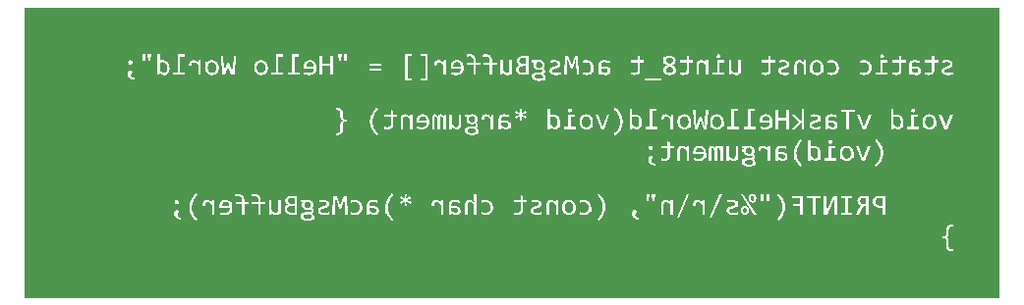
<source format=gbo>
G04*
G04 #@! TF.GenerationSoftware,Altium Limited,Altium Designer,21.1.1 (26)*
G04*
G04 Layer_Color=32896*
%FSLAX25Y25*%
%MOIN*%
G70*
G04*
G04 #@! TF.SameCoordinates,803D71E2-4EB1-4650-8D60-E64228E98B9D*
G04*
G04*
G04 #@! TF.FilePolarity,Positive*
G04*
G01*
G75*
G36*
X342520Y140618D02*
Y132894D01*
X11811D01*
Y140618D01*
D01*
Y165567D01*
X342520D01*
Y140618D01*
D02*
G37*
G36*
Y122209D02*
Y111525D01*
Y103800D01*
Y93116D01*
D01*
Y66929D01*
X11811D01*
Y93116D01*
X67709D01*
D01*
X11811D01*
Y103800D01*
D01*
Y111525D01*
D01*
Y122209D01*
Y132894D01*
X342520D01*
Y122209D01*
D02*
G37*
%LPC*%
G36*
X54778Y149646D02*
D01*
Y148892D01*
Y149646D01*
D02*
G37*
G36*
X304648Y149704D02*
X300688D01*
X302680D01*
X302647Y149696D01*
X302557Y149679D01*
X302467Y149647D01*
X302459D01*
X302442Y149638D01*
X302418Y149630D01*
X302393Y149614D01*
X302319Y149565D01*
X302245Y149499D01*
X302237D01*
X302229Y149483D01*
X302196Y149442D01*
X302147Y149368D01*
X302106Y149286D01*
Y149277D01*
X302098Y149261D01*
X302090Y149237D01*
X302073Y149204D01*
X302057Y149122D01*
X302049Y149023D01*
Y149015D01*
Y148999D01*
Y148974D01*
X302057Y148941D01*
X302073Y148851D01*
X302106Y148761D01*
Y148753D01*
X302114Y148745D01*
X302139Y148687D01*
X302188Y148613D01*
X302245Y148540D01*
X302262Y148523D01*
X302303Y148490D01*
X302377Y148441D01*
X302467Y148400D01*
X302475D01*
X302491Y148392D01*
X302516Y148384D01*
X302549Y148375D01*
X302631Y148359D01*
X302729Y148351D01*
X302779D01*
X302811Y148359D01*
X302902Y148375D01*
X303000Y148400D01*
X303008D01*
X303016Y148408D01*
X303074Y148433D01*
X303139Y148482D01*
X303213Y148540D01*
Y148548D01*
X303229Y148556D01*
X303262Y148605D01*
X303311Y148671D01*
X303352Y148761D01*
Y148769D01*
X303361Y148785D01*
X303369Y148810D01*
X303377Y148843D01*
X303394Y148925D01*
X303402Y149023D01*
Y149031D01*
Y149048D01*
Y149073D01*
X303394Y149105D01*
X303377Y149196D01*
X303352Y149286D01*
Y149294D01*
X303344Y149310D01*
X303320Y149360D01*
X303271Y149425D01*
X303213Y149499D01*
X303205Y149507D01*
X303197Y149515D01*
X303156Y149556D01*
X303082Y149606D01*
X303000Y149647D01*
X302992D01*
X302975Y149655D01*
X302951Y149663D01*
X302918Y149679D01*
X302828Y149696D01*
X302729Y149704D01*
X304648D01*
D02*
G37*
G36*
X249216Y149704D02*
X245255D01*
X247248D01*
X247215Y149696D01*
X247125Y149679D01*
X247035Y149646D01*
X247027D01*
X247010Y149638D01*
X246986Y149630D01*
X246961Y149614D01*
X246887Y149565D01*
X246814Y149499D01*
X246805D01*
X246797Y149483D01*
X246764Y149442D01*
X246715Y149368D01*
X246674Y149286D01*
Y149277D01*
X246666Y149261D01*
X246658Y149237D01*
X246641Y149204D01*
X246625Y149122D01*
X246617Y149023D01*
Y149015D01*
Y148999D01*
Y148974D01*
X246625Y148941D01*
X246641Y148851D01*
X246674Y148761D01*
Y148753D01*
X246682Y148744D01*
X246707Y148687D01*
X246756Y148613D01*
X246814Y148539D01*
X246830Y148523D01*
X246871Y148490D01*
X246945Y148441D01*
X247035Y148400D01*
X247043D01*
X247059Y148392D01*
X247084Y148384D01*
X247117Y148375D01*
X247199Y148359D01*
X247297Y148351D01*
X247346D01*
X247379Y148359D01*
X247469Y148375D01*
X247568Y148400D01*
X247576D01*
X247584Y148408D01*
X247642Y148433D01*
X247707Y148482D01*
X247781Y148539D01*
Y148548D01*
X247797Y148556D01*
X247830Y148605D01*
X247880Y148671D01*
X247920Y148761D01*
Y148769D01*
X247929Y148785D01*
X247937Y148810D01*
X247945Y148843D01*
X247961Y148925D01*
X247970Y149023D01*
Y149031D01*
Y149048D01*
Y149073D01*
X247961Y149105D01*
X247945Y149196D01*
X247920Y149286D01*
Y149294D01*
X247912Y149310D01*
X247888Y149360D01*
X247838Y149425D01*
X247781Y149499D01*
X247773Y149507D01*
X247765Y149515D01*
X247724Y149556D01*
X247650Y149606D01*
X247568Y149646D01*
X247560D01*
X247543Y149655D01*
X247519Y149663D01*
X247486Y149679D01*
X247396Y149696D01*
X247297Y149704D01*
X249216D01*
D02*
G37*
G36*
X236424Y149212D02*
D01*
Y147629D01*
X234202D01*
Y149212D01*
D01*
Y144710D01*
Y146908D01*
X236424D01*
Y144398D01*
Y144390D01*
Y144374D01*
Y144349D01*
X236416Y144308D01*
X236408Y144218D01*
X236391Y144103D01*
X236358Y143972D01*
X236309Y143841D01*
X236235Y143710D01*
X236145Y143603D01*
X236129Y143595D01*
X236088Y143562D01*
X236022Y143521D01*
X235932Y143472D01*
X235817Y143423D01*
X235670Y143382D01*
X235506Y143349D01*
X235309Y143341D01*
X235219D01*
X235153Y143349D01*
X235079D01*
X234989Y143357D01*
X234891Y143365D01*
X234792Y143374D01*
X234776D01*
X234743Y143382D01*
X234686Y143390D01*
X234612Y143406D01*
X234522Y143423D01*
X234423Y143439D01*
X234317Y143472D01*
X234202Y143497D01*
Y142619D01*
X238663D01*
Y147629D01*
X237285D01*
Y148982D01*
X236424Y149212D01*
D02*
G37*
G36*
X186396Y147720D02*
X186281D01*
X186166Y147703D01*
X186043Y147687D01*
X186019D01*
X185986Y147678D01*
X185945Y147670D01*
X185846Y147654D01*
X185748Y147629D01*
X183952D01*
Y147720D01*
Y146932D01*
X184748D01*
X184739Y146924D01*
X184723Y146899D01*
X184698Y146867D01*
X184666Y146818D01*
X184633Y146752D01*
X184600Y146686D01*
X184535Y146522D01*
Y146514D01*
X184518Y146481D01*
X184510Y146432D01*
X184494Y146375D01*
X184477Y146301D01*
X184469Y146219D01*
X184452Y146030D01*
Y146022D01*
Y146014D01*
Y145965D01*
X184461Y145891D01*
X184469Y145801D01*
X184485Y145686D01*
X184518Y145571D01*
X184551Y145448D01*
X184600Y145325D01*
X184608Y145309D01*
X184625Y145276D01*
X184658Y145210D01*
X184698Y145136D01*
X184756Y145054D01*
X184821Y144956D01*
X184904Y144866D01*
X184994Y144776D01*
X185002Y144767D01*
X185035Y144743D01*
X185092Y144702D01*
X185166Y144653D01*
X185256Y144595D01*
X185363Y144538D01*
X185477Y144481D01*
X185609Y144431D01*
X185625Y144423D01*
X185666Y144415D01*
X185740Y144390D01*
X185838Y144374D01*
X185953Y144349D01*
X186084Y144325D01*
X186232Y144316D01*
X186388Y144308D01*
X186503D01*
X186576Y144316D01*
X186667Y144325D01*
X186765Y144333D01*
X186970Y144374D01*
X186978D01*
X187011Y144382D01*
X187060Y144398D01*
X187126Y144423D01*
X187265Y144472D01*
X187339Y144505D01*
X187405Y144538D01*
Y144530D01*
X187421Y144513D01*
X187437Y144489D01*
X187454Y144456D01*
X187511Y144366D01*
X187560Y144275D01*
Y144267D01*
X187568Y144251D01*
X187577Y144226D01*
X187585Y144193D01*
X187610Y144103D01*
X187618Y143997D01*
Y143989D01*
Y143964D01*
X187610Y143931D01*
X187593Y143890D01*
X187577Y143841D01*
X187544Y143792D01*
X187503Y143743D01*
X187445Y143693D01*
X187437Y143685D01*
X187413Y143677D01*
X187372Y143652D01*
X187314Y143628D01*
X187249Y143611D01*
X187167Y143587D01*
X187076Y143570D01*
X186970Y143562D01*
X185666Y143513D01*
X185600D01*
X185535Y143505D01*
X185445Y143497D01*
X185338Y143488D01*
X185223Y143472D01*
X184985Y143414D01*
X184969D01*
X184936Y143398D01*
X184879Y143382D01*
X184805Y143357D01*
X184715Y143324D01*
X184633Y143283D01*
X184543Y143234D01*
X184452Y143177D01*
X184444Y143168D01*
X184412Y143152D01*
X184371Y143119D01*
X184321Y143070D01*
X184264Y143013D01*
X184206Y142947D01*
X184149Y142873D01*
X184100Y142791D01*
X184092Y142783D01*
X184075Y142750D01*
X184059Y142701D01*
X184034Y142636D01*
X184010Y142562D01*
X183985Y142472D01*
X183977Y142365D01*
X183969Y142258D01*
Y142242D01*
Y142201D01*
X183977Y142135D01*
X183985Y142061D01*
X184002Y141963D01*
X184034Y141857D01*
X184067Y141750D01*
X184116Y141635D01*
X184125Y141619D01*
X184141Y141586D01*
X184174Y141528D01*
X184223Y141463D01*
X184289Y141381D01*
X184362Y141291D01*
X184452Y141200D01*
X184559Y141119D01*
X184575Y141110D01*
X184608Y141077D01*
X184674Y141036D01*
X184764Y140987D01*
X184871Y140930D01*
X185002Y140873D01*
X185150Y140815D01*
X185313Y140758D01*
X185322D01*
X185338Y140750D01*
X185363Y140741D01*
X185396Y140733D01*
X185436Y140725D01*
X185494Y140717D01*
X185551Y140700D01*
X185625Y140692D01*
X185781Y140659D01*
X185969Y140643D01*
X186174Y140627D01*
X186403Y140618D01*
X186552D01*
X186617Y140627D01*
X186757Y140635D01*
X186913Y140643D01*
X187085Y140659D01*
X187257Y140684D01*
X187421Y140717D01*
X187429D01*
X187437Y140725D01*
X187487Y140733D01*
X187568Y140758D01*
X187667Y140790D01*
X187774Y140823D01*
X187888Y140873D01*
X188003Y140930D01*
X188110Y140987D01*
X188118Y140996D01*
X188151Y141020D01*
X188200Y141053D01*
X188257Y141102D01*
X188323Y141159D01*
X188389Y141225D01*
X188454Y141307D01*
X188503Y141389D01*
X188512Y141397D01*
X188520Y141430D01*
X188544Y141479D01*
X188561Y141537D01*
X188585Y141619D01*
X188610Y141701D01*
X188618Y141799D01*
X188626Y141906D01*
Y140659D01*
Y141906D01*
Y141963D01*
X188618Y142029D01*
X188602Y142119D01*
X188585Y142209D01*
X188561Y142316D01*
X188520Y142422D01*
X188462Y142529D01*
X188454Y142537D01*
X188429Y142578D01*
X188389Y142627D01*
X188339Y142693D01*
X188266Y142767D01*
X188175Y142857D01*
X188069Y142947D01*
X187946Y143045D01*
X187954D01*
X187970Y143054D01*
X187995Y143070D01*
X188020Y143087D01*
X188101Y143136D01*
X188175Y143193D01*
Y143201D01*
X188192Y143210D01*
X188224Y143251D01*
X188274Y143316D01*
X188323Y143390D01*
Y143398D01*
X188331Y143406D01*
X188356Y143456D01*
X188389Y143529D01*
X188413Y143611D01*
Y143620D01*
Y143628D01*
X188421Y143685D01*
X188429Y143759D01*
X188438Y143841D01*
Y143857D01*
Y143898D01*
X188429Y143956D01*
X188421Y144038D01*
X188405Y144128D01*
X188372Y144218D01*
X188339Y144325D01*
X188290Y144423D01*
X188282Y144439D01*
X188266Y144472D01*
X188233Y144521D01*
X188192Y144587D01*
X188134Y144669D01*
X188077Y144751D01*
X187929Y144931D01*
X187937Y144940D01*
X187946Y144948D01*
X187987Y145005D01*
X188044Y145071D01*
X188101Y145153D01*
Y145161D01*
X188110Y145169D01*
X188143Y145219D01*
X188183Y145292D01*
X188224Y145382D01*
Y145391D01*
X188233Y145407D01*
X188241Y145432D01*
X188249Y145465D01*
X188274Y145555D01*
X188298Y145653D01*
Y145661D01*
Y145678D01*
X188306Y145711D01*
Y145752D01*
X188315Y145801D01*
Y145858D01*
X188323Y145989D01*
Y145998D01*
Y146006D01*
Y146055D01*
X188315Y146129D01*
X188306Y146219D01*
X188290Y146334D01*
X188266Y146449D01*
X188233Y146572D01*
X188183Y146695D01*
X188175Y146711D01*
X188159Y146752D01*
X188126Y146809D01*
X188085Y146883D01*
X188028Y146965D01*
X187962Y147055D01*
X187880Y147145D01*
X187790Y147236D01*
X187782Y147244D01*
X187741Y147277D01*
X187691Y147318D01*
X187618Y147367D01*
X187528Y147424D01*
X187429Y147482D01*
X187306Y147539D01*
X187183Y147588D01*
X187175D01*
X187167Y147597D01*
X187118Y147613D01*
X187044Y147629D01*
X186945Y147654D01*
X186830Y147678D01*
X186699Y147703D01*
X186552Y147711D01*
X186396Y147720D01*
D02*
G37*
G36*
X121296Y149646D02*
X120205D01*
X120345Y147334D01*
X119238D01*
X119377Y149646D01*
X118287D01*
X118426Y147334D01*
X118287D01*
X121296D01*
D01*
X121157D01*
X121296Y149646D01*
D02*
G37*
G36*
X54778Y149646D02*
X51768D01*
D01*
X51908Y147334D01*
X52719D01*
X52859Y149646D01*
X53687D01*
X53826Y147334D01*
X54638D01*
X54778Y149646D01*
D02*
G37*
G36*
X51768Y148777D02*
Y147334D01*
D01*
Y148777D01*
D02*
G37*
G36*
X313783Y147720D02*
X313709D01*
X313619Y147711D01*
X313512Y147703D01*
X313389Y147695D01*
X313250Y147678D01*
X313119Y147646D01*
X312979Y147613D01*
X312971D01*
X312963Y147605D01*
X312922Y147597D01*
X312848Y147572D01*
X312766Y147539D01*
X312676Y147498D01*
X312569Y147441D01*
X312471Y147383D01*
X312372Y147310D01*
X312364Y147301D01*
X312332Y147277D01*
X312282Y147228D01*
X312225Y147170D01*
X312168Y147105D01*
X312102Y147014D01*
X312045Y146916D01*
X311987Y146809D01*
X311979Y146793D01*
X311963Y146752D01*
X311946Y146695D01*
X311913Y146604D01*
X311889Y146498D01*
X311872Y146375D01*
X311856Y146235D01*
X311848Y146088D01*
Y146096D01*
Y142685D01*
X312618D01*
X312635Y143349D01*
X312643Y143341D01*
X312651Y143333D01*
X312676Y143308D01*
X312709Y143283D01*
X312783Y143210D01*
X312889Y143128D01*
X313020Y143029D01*
X313160Y142931D01*
X313307Y142841D01*
X313463Y142767D01*
X313471D01*
X313479Y142759D01*
X313504Y142750D01*
X313537Y142742D01*
X313619Y142709D01*
X313725Y142685D01*
X313857Y142652D01*
X314004Y142619D01*
X314160Y142603D01*
X314332Y142595D01*
X311848Y142595D01*
X315923Y142595D01*
Y144079D01*
X315915Y144128D01*
X315907Y144194D01*
X315890Y144267D01*
X315858Y144431D01*
X315792Y144620D01*
X315743Y144710D01*
X315693Y144809D01*
X315628Y144907D01*
X315554Y144997D01*
X315472Y145087D01*
X315374Y145169D01*
X315366Y145178D01*
X315349Y145186D01*
X315316Y145210D01*
X315267Y145235D01*
X315210Y145268D01*
X315136Y145301D01*
X315054Y145342D01*
X314955Y145383D01*
X314849Y145424D01*
X314726Y145465D01*
X314595Y145497D01*
X314447Y145530D01*
X314283Y145555D01*
X314111Y145579D01*
X313931Y145588D01*
X313734Y145596D01*
X312709D01*
Y146022D01*
Y146030D01*
Y146039D01*
Y146063D01*
X312717Y146096D01*
X312725Y146170D01*
X312741Y146276D01*
X312783Y146383D01*
X312832Y146498D01*
X312897Y146613D01*
X312996Y146719D01*
X313012Y146727D01*
X313045Y146760D01*
X313110Y146801D01*
X313209Y146859D01*
X313324Y146908D01*
X313471Y146949D01*
X313644Y146982D01*
X313848Y146990D01*
X313922D01*
X314004Y146982D01*
X314111D01*
X314234Y146965D01*
X314373Y146949D01*
X314521Y146924D01*
X314677Y146891D01*
X314693D01*
X314718Y146883D01*
X314751Y146875D01*
X314832Y146850D01*
X314931Y146826D01*
X315062Y146785D01*
X315201Y146744D01*
X315357Y146686D01*
X315513Y146629D01*
Y147400D01*
X315505D01*
X315489Y147408D01*
X315456Y147424D01*
X315406Y147433D01*
X315357Y147457D01*
X315300Y147474D01*
X315160Y147515D01*
X315152D01*
X315128Y147523D01*
X315087Y147539D01*
X315029Y147547D01*
X314964Y147564D01*
X314890Y147580D01*
X314734Y147613D01*
X314726D01*
X314693Y147621D01*
X314652Y147629D01*
X314595Y147638D01*
X314521Y147654D01*
X314447Y147662D01*
X314275Y147687D01*
X314267D01*
X314234Y147695D01*
X314185D01*
X314119Y147703D01*
X314045Y147711D01*
X313963D01*
X313783Y147720D01*
D02*
G37*
G36*
X210602Y147720D02*
Y144079D01*
X210594Y144128D01*
X210586Y144193D01*
X210570Y144267D01*
X210537Y144431D01*
X210471Y144620D01*
X210422Y144710D01*
X210373Y144808D01*
X210307Y144907D01*
X210233Y144997D01*
X210151Y145087D01*
X210053Y145169D01*
X210045Y145177D01*
X210028Y145186D01*
X209996Y145210D01*
X209946Y145235D01*
X209889Y145268D01*
X209815Y145300D01*
X209733Y145342D01*
X209635Y145382D01*
X209528Y145423D01*
X209405Y145465D01*
X209274Y145497D01*
X209126Y145530D01*
X208962Y145555D01*
X208790Y145579D01*
X208610Y145588D01*
X208413Y145596D01*
X207388D01*
Y146022D01*
Y146030D01*
Y146038D01*
Y146063D01*
X207396Y146096D01*
X207404Y146170D01*
X207421Y146276D01*
X207462Y146383D01*
X207511Y146498D01*
X207576Y146613D01*
X207675Y146719D01*
X207691Y146727D01*
X207724Y146760D01*
X207790Y146801D01*
X207888Y146859D01*
X208003Y146908D01*
X208151Y146949D01*
X208323Y146982D01*
X208528Y146990D01*
X208601D01*
X208683Y146982D01*
X208790D01*
X208913Y146965D01*
X209052Y146949D01*
X209200Y146924D01*
X209356Y146891D01*
X209372D01*
X209397Y146883D01*
X209430Y146875D01*
X209512Y146850D01*
X209610Y146826D01*
X209741Y146785D01*
X209881Y146744D01*
X210036Y146686D01*
X210192Y146629D01*
Y147400D01*
X210184D01*
X210168Y147408D01*
X210135Y147424D01*
X210086Y147432D01*
X210036Y147457D01*
X209979Y147474D01*
X209840Y147514D01*
X209832D01*
X209807Y147523D01*
X209766Y147539D01*
X209708Y147547D01*
X209643Y147564D01*
X209569Y147580D01*
X209413Y147613D01*
X209405D01*
X209372Y147621D01*
X209331Y147629D01*
X209274Y147637D01*
X209200Y147654D01*
X209126Y147662D01*
X208954Y147687D01*
X208946D01*
X208913Y147695D01*
X208864D01*
X208798Y147703D01*
X208724Y147711D01*
X208643D01*
X208462Y147720D01*
X210602D01*
X208388D01*
X208298Y147711D01*
X208191Y147703D01*
X208068Y147695D01*
X207929Y147678D01*
X207798Y147646D01*
X207659Y147613D01*
X207650D01*
X207642Y147605D01*
X207601Y147597D01*
X207527Y147572D01*
X207445Y147539D01*
X207355Y147498D01*
X207248Y147441D01*
X207150Y147383D01*
X207052Y147310D01*
X207044Y147301D01*
X207011Y147277D01*
X206961Y147228D01*
X206904Y147170D01*
X206847Y147105D01*
X206781Y147014D01*
X206724Y146916D01*
X206666Y146809D01*
X206658Y146793D01*
X206642Y146752D01*
X206625Y146695D01*
X206592Y146604D01*
X206568Y146498D01*
X206552Y146375D01*
X206535Y146235D01*
X206527Y146088D01*
D01*
D01*
Y142685D01*
X207298D01*
X207314Y143349D01*
X207322Y143341D01*
X207330Y143333D01*
X207355Y143308D01*
X207388Y143283D01*
X207462Y143210D01*
X207568Y143128D01*
X207699Y143029D01*
X207839Y142931D01*
X207986Y142841D01*
X208142Y142767D01*
X208151D01*
X208159Y142759D01*
X208183Y142750D01*
X208216Y142742D01*
X208298Y142709D01*
X208405Y142685D01*
X208536Y142652D01*
X208683Y142619D01*
X208839Y142603D01*
X209012Y142595D01*
X210602D01*
Y147720D01*
D02*
G37*
G36*
X201082Y146645D02*
D01*
Y146604D01*
Y146645D01*
D02*
G37*
G36*
X116474Y149122D02*
X114248D01*
X115597D01*
Y146391D01*
X112899D01*
Y149122D01*
X112022D01*
Y142685D01*
X114248D01*
X112899D01*
Y145637D01*
X115597D01*
Y142685D01*
X116474D01*
Y149122D01*
D02*
G37*
G36*
X49275Y147720D02*
X46898D01*
X47685D01*
X47644Y147711D01*
X47554Y147695D01*
X47455Y147654D01*
X47447D01*
X47431Y147646D01*
X47406Y147629D01*
X47373Y147613D01*
X47291Y147564D01*
X47209Y147490D01*
X47201Y147482D01*
X47193Y147474D01*
X47168Y147449D01*
X47152Y147416D01*
X47094Y147342D01*
X47045Y147244D01*
Y147236D01*
X47037Y147219D01*
X47021Y147195D01*
X47012Y147162D01*
X46988Y147072D01*
X46979Y146957D01*
Y146949D01*
Y146932D01*
Y146899D01*
X46988Y146859D01*
X47004Y146768D01*
X47045Y146662D01*
Y146653D01*
X47053Y146637D01*
X47070Y146613D01*
X47086Y146580D01*
X47135Y146506D01*
X47209Y146424D01*
X47217D01*
X47225Y146407D01*
X47250Y146391D01*
X47283Y146367D01*
X47357Y146317D01*
X47455Y146268D01*
X47463D01*
X47480Y146260D01*
X47504Y146252D01*
X47537Y146244D01*
X47627Y146219D01*
X47742Y146211D01*
X47800D01*
X47840Y146219D01*
X47931Y146235D01*
X48037Y146268D01*
X48046D01*
X48062Y146276D01*
X48087Y146293D01*
X48119Y146309D01*
X48193Y146358D01*
X48275Y146424D01*
Y146432D01*
X48292Y146440D01*
X48333Y146498D01*
X48382Y146572D01*
X48431Y146662D01*
Y146670D01*
X48439Y146686D01*
X48447Y146711D01*
X48456Y146752D01*
X48480Y146842D01*
X48488Y146957D01*
Y146965D01*
Y146982D01*
Y147014D01*
X48480Y147055D01*
X48464Y147145D01*
X48431Y147244D01*
Y147252D01*
X48423Y147268D01*
X48406Y147293D01*
X48390Y147326D01*
X48341Y147408D01*
X48275Y147490D01*
X48267Y147498D01*
X48259Y147506D01*
X48201Y147547D01*
X48127Y147605D01*
X48037Y147654D01*
X48029D01*
X48013Y147662D01*
X47988Y147678D01*
X47947Y147687D01*
X47857Y147711D01*
X47742Y147720D01*
X49275D01*
D02*
G37*
G36*
X61059Y149646D02*
D01*
Y146153D01*
Y149646D01*
D02*
G37*
G36*
X199622Y149122D02*
X198581Y149122D01*
X197712Y146695D01*
X197433Y145875D01*
X197162Y146695D01*
X196244Y149122D01*
X195178D01*
X194867Y142685D01*
X199934Y142685D01*
D01*
X199622Y149122D01*
D02*
G37*
G36*
X132998Y146588D02*
X128758D01*
Y145866D01*
X132998D01*
Y145432D01*
Y146588D01*
D02*
G37*
G36*
X158557Y147720D02*
X158467D01*
X158426Y147711D01*
X158368D01*
X158245Y147703D01*
X158106Y147678D01*
X157950Y147654D01*
X157794Y147613D01*
X157639Y147555D01*
X157630D01*
X157622Y147547D01*
X157573Y147523D01*
X157499Y147490D01*
X157401Y147432D01*
X157294Y147367D01*
X157187Y147293D01*
X157073Y147195D01*
X156966Y147088D01*
X156958Y147072D01*
X156925Y147039D01*
X156876Y146973D01*
X156810Y146891D01*
X156745Y146785D01*
X156679Y146662D01*
X156614Y146522D01*
X156556Y146367D01*
Y146358D01*
X156548Y146350D01*
X156540Y146326D01*
X156532Y146293D01*
X156507Y146203D01*
X156482Y146088D01*
X156458Y145948D01*
X156433Y145784D01*
X156417Y145604D01*
X156409Y145415D01*
Y145423D01*
Y142595D01*
X160795D01*
D01*
X158483D01*
X158540Y142603D01*
X158606D01*
X158754Y142619D01*
X158926Y142636D01*
X159106Y142668D01*
X159295Y142709D01*
X159475Y142767D01*
X159484D01*
X159492Y142775D01*
X159516Y142783D01*
X159549Y142799D01*
X159639Y142841D01*
X159738Y142898D01*
X159861Y142964D01*
X159984Y143054D01*
X160115Y143152D01*
X160230Y143267D01*
X160246Y143283D01*
X160279Y143324D01*
X160328Y143398D01*
X160394Y143488D01*
X160459Y143603D01*
X160533Y143743D01*
X160599Y143890D01*
X160656Y144062D01*
Y144070D01*
X160664Y144087D01*
X160672Y144112D01*
X160681Y144144D01*
X160689Y144193D01*
X160697Y144243D01*
X160722Y144374D01*
X160755Y144538D01*
X160771Y144718D01*
X160787Y144923D01*
X160795Y145145D01*
Y145235D01*
D01*
X160787Y145284D01*
Y145333D01*
X160779Y145465D01*
X160763Y145612D01*
X160730Y145784D01*
X160697Y145957D01*
X160648Y146129D01*
Y146137D01*
X160640Y146153D01*
X160632Y146178D01*
X160623Y146211D01*
X160582Y146293D01*
X160541Y146407D01*
X160476Y146530D01*
X160402Y146670D01*
X160312Y146809D01*
X160213Y146949D01*
Y146957D01*
X160197Y146965D01*
X160164Y147006D01*
X160099Y147072D01*
X160017Y147154D01*
X159918Y147244D01*
X159795Y147334D01*
X159656Y147424D01*
X159508Y147506D01*
X159500D01*
X159492Y147514D01*
X159467Y147523D01*
X159434Y147539D01*
X159344Y147572D01*
X159229Y147613D01*
X159090Y147654D01*
X158934Y147687D01*
X158754Y147711D01*
X158557Y147720D01*
D02*
G37*
G36*
X110907Y147720D02*
X106520D01*
X108578D01*
X108537Y147711D01*
X108479D01*
X108356Y147703D01*
X108217Y147678D01*
X108061Y147654D01*
X107905Y147613D01*
X107750Y147555D01*
X107741D01*
X107733Y147547D01*
X107684Y147523D01*
X107610Y147490D01*
X107512Y147432D01*
X107405Y147367D01*
X107299Y147293D01*
X107184Y147195D01*
X107077Y147088D01*
X107069Y147072D01*
X107036Y147039D01*
X106987Y146973D01*
X106922Y146891D01*
X106856Y146785D01*
X106790Y146662D01*
X106725Y146522D01*
X106667Y146367D01*
Y146358D01*
X106659Y146350D01*
X106651Y146326D01*
X106643Y146293D01*
X106618Y146203D01*
X106594Y146088D01*
X106569Y145948D01*
X106544Y145784D01*
X106528Y145604D01*
X106520Y145415D01*
Y145423D01*
Y142595D01*
Y145210D01*
X106528Y145112D01*
Y145104D01*
Y145087D01*
Y145071D01*
X106536Y145038D01*
Y144964D01*
X106544Y144882D01*
X110013D01*
Y144874D01*
Y144850D01*
Y144808D01*
X110005Y144759D01*
X109996Y144694D01*
X109988Y144620D01*
X109964Y144448D01*
X109915Y144259D01*
X109833Y144062D01*
X109792Y143972D01*
X109734Y143882D01*
X109669Y143792D01*
X109595Y143710D01*
X109587Y143702D01*
X109578Y143693D01*
X109554Y143677D01*
X109513Y143644D01*
X109472Y143620D01*
X109414Y143587D01*
X109357Y143546D01*
X109283Y143513D01*
X109201Y143472D01*
X109111Y143439D01*
X109012Y143398D01*
X108898Y143374D01*
X108783Y143349D01*
X108652Y143324D01*
X108520Y143316D01*
X108373Y143308D01*
X108233D01*
X108168Y143316D01*
X108094D01*
X107938Y143324D01*
X107897D01*
X107856Y143333D01*
X107799D01*
X107741Y143341D01*
X107668Y143349D01*
X107520Y143365D01*
X107512D01*
X107487Y143374D01*
X107446Y143382D01*
X107397Y143390D01*
X107340Y143398D01*
X107274Y143406D01*
X107135Y143431D01*
X107126D01*
X107102Y143439D01*
X107069Y143447D01*
X107020Y143456D01*
X106905Y143488D01*
X106782Y143521D01*
Y142816D01*
X106799D01*
X106848Y142799D01*
X106913Y142783D01*
X107012Y142759D01*
X107135Y142734D01*
X107266Y142709D01*
X107413Y142685D01*
X107578Y142660D01*
X107594D01*
X107618Y142652D01*
X107651D01*
X107741Y142644D01*
X107856Y142627D01*
X107996Y142619D01*
X108151Y142603D01*
X108316Y142595D01*
X108594D01*
X108652Y142603D01*
X108717D01*
X108865Y142619D01*
X109037Y142636D01*
X109218Y142668D01*
X109406Y142709D01*
X109587Y142767D01*
X109595D01*
X109603Y142775D01*
X109627Y142783D01*
X109660Y142799D01*
X109750Y142841D01*
X109849Y142898D01*
X109972Y142964D01*
X110095Y143054D01*
X110226Y143152D01*
X110341Y143267D01*
X110357Y143283D01*
X110390Y143324D01*
X110439Y143398D01*
X110505Y143488D01*
X110571Y143603D01*
X110644Y143743D01*
X110710Y143890D01*
X110767Y144062D01*
Y144070D01*
X110775Y144087D01*
X110784Y144112D01*
X110792Y144144D01*
X110800Y144193D01*
X110808Y144243D01*
X110833Y144374D01*
X110866Y144538D01*
X110882Y144718D01*
X110898Y144923D01*
X110907Y145145D01*
Y145235D01*
Y145235D01*
X110898Y145284D01*
Y145333D01*
X110890Y145465D01*
X110874Y145612D01*
X110841Y145784D01*
X110808Y145957D01*
X110759Y146129D01*
Y146137D01*
X110751Y146153D01*
X110743Y146178D01*
X110734Y146211D01*
X110694Y146293D01*
X110652Y146407D01*
X110587Y146530D01*
X110513Y146670D01*
X110423Y146809D01*
X110325Y146949D01*
Y146957D01*
X110308Y146965D01*
X110275Y147006D01*
X110210Y147072D01*
X110128Y147154D01*
X110029Y147244D01*
X109906Y147334D01*
X109767Y147424D01*
X109619Y147506D01*
X109611D01*
X109603Y147514D01*
X109578Y147523D01*
X109546Y147539D01*
X109455Y147572D01*
X109341Y147613D01*
X109201Y147654D01*
X109045Y147687D01*
X108865Y147711D01*
X108668Y147720D01*
X110907D01*
D02*
G37*
G36*
X77771Y147720D02*
X75310D01*
X75270Y147711D01*
X75212D01*
X75089Y147695D01*
X74941Y147678D01*
X74778Y147646D01*
X74622Y147605D01*
X74458Y147547D01*
X74449D01*
X74441Y147539D01*
X74417Y147531D01*
X74384Y147514D01*
X74310Y147482D01*
X74203Y147424D01*
X74097Y147359D01*
X73974Y147277D01*
X73851Y147178D01*
X73736Y147064D01*
X73720Y147047D01*
X73687Y147006D01*
X73638Y146941D01*
X73572Y146850D01*
X73498Y146736D01*
X73425Y146604D01*
X73351Y146449D01*
X73285Y146276D01*
Y146268D01*
X73277Y146252D01*
X73269Y146227D01*
X73260Y146194D01*
X73252Y146145D01*
X73236Y146096D01*
X73203Y145965D01*
X73178Y145801D01*
X73154Y145620D01*
X73137Y145415D01*
X73129Y145194D01*
Y147720D01*
Y145096D01*
X73137Y145046D01*
Y144989D01*
X73146Y144850D01*
X73170Y144685D01*
X73195Y144505D01*
X73236Y144325D01*
X73293Y144136D01*
Y144128D01*
X73302Y144112D01*
X73310Y144087D01*
X73326Y144054D01*
X73359Y143964D01*
X73416Y143849D01*
X73482Y143718D01*
X73564Y143587D01*
X73662Y143439D01*
X73769Y143308D01*
X73785Y143291D01*
X73826Y143251D01*
X73892Y143193D01*
X73974Y143119D01*
X74080Y143029D01*
X74212Y142947D01*
X74359Y142857D01*
X74515Y142783D01*
X74523D01*
X74532Y142775D01*
X74556Y142767D01*
X74589Y142750D01*
X74630Y142742D01*
X74679Y142726D01*
X74802Y142693D01*
X74950Y142652D01*
X75114Y142627D01*
X75302Y142603D01*
X75507Y142595D01*
X77771D01*
X75598D01*
X75639Y142603D01*
X75696D01*
X75819Y142619D01*
X75967Y142636D01*
X76130Y142660D01*
X76294Y142701D01*
X76459Y142759D01*
X76467D01*
X76475Y142767D01*
X76499Y142775D01*
X76524Y142791D01*
X76606Y142824D01*
X76705Y142882D01*
X76819Y142947D01*
X76934Y143029D01*
X77057Y143128D01*
X77172Y143242D01*
X77188Y143259D01*
X77221Y143300D01*
X77270Y143365D01*
X77336Y143464D01*
X77410Y143579D01*
X77483Y143710D01*
X77557Y143866D01*
X77623Y144029D01*
Y144038D01*
X77631Y144054D01*
X77639Y144079D01*
X77648Y144112D01*
X77656Y144161D01*
X77672Y144210D01*
X77697Y144341D01*
X77721Y144505D01*
X77746Y144694D01*
X77762Y144899D01*
X77771Y145120D01*
Y145219D01*
Y145219D01*
X77762Y145268D01*
Y145333D01*
X77754Y145473D01*
X77729Y145637D01*
X77705Y145809D01*
X77664Y145998D01*
X77615Y146178D01*
Y146186D01*
X77606Y146203D01*
X77598Y146227D01*
X77582Y146260D01*
X77549Y146350D01*
X77492Y146457D01*
X77426Y146588D01*
X77344Y146719D01*
X77254Y146859D01*
X77147Y146990D01*
X77131Y147006D01*
X77090Y147047D01*
X77024Y147113D01*
X76934Y147187D01*
X76828Y147268D01*
X76705Y147359D01*
X76557Y147449D01*
X76401Y147523D01*
X76393D01*
X76385Y147531D01*
X76360Y147539D01*
X76319Y147555D01*
X76278Y147572D01*
X76229Y147588D01*
X76106Y147621D01*
X75958Y147654D01*
X75794Y147687D01*
X75606Y147711D01*
X75401Y147720D01*
X77771D01*
D02*
G37*
G36*
X132998Y144874D02*
Y144874D01*
X128758D01*
Y144152D01*
X132998D01*
Y144874D01*
D02*
G37*
G36*
X83543Y149122D02*
X82715D01*
X82469Y144735D01*
X82395Y143537D01*
X82084Y144554D01*
X81305Y146949D01*
X80706D01*
X79812Y144382D01*
X79509Y143537D01*
X79492Y144415D01*
X79230Y149122D01*
X78443D01*
X78878Y142685D01*
X78443D01*
X80017D01*
X80821Y144973D01*
X81034Y145711D01*
X81272Y144915D01*
X82002Y142685D01*
X80895D01*
X83543D01*
D01*
X83100D01*
X83543Y149122D01*
D02*
G37*
G36*
X105093Y149646D02*
Y143398D01*
X103469D01*
Y148941D01*
X104929D01*
Y149646D01*
X102600D01*
Y143398D01*
X101132D01*
D01*
Y142685D01*
X105093D01*
Y149646D01*
D02*
G37*
G36*
X99550D02*
X95589D01*
X97057D01*
Y143398D01*
X95589D01*
D01*
Y142685D01*
X99550D01*
Y149646D01*
D02*
G37*
G36*
X66290Y149646D02*
D01*
Y143398D01*
X64667D01*
Y148941D01*
X66127D01*
Y149646D01*
X63798D01*
Y143398D01*
X62330D01*
Y142685D01*
X66290D01*
Y149646D01*
D02*
G37*
G36*
X296678Y147695D02*
X296538D01*
X296440Y147687D01*
X296333Y147678D01*
X296210Y147670D01*
X295964Y147638D01*
X295948D01*
X295907Y147629D01*
X295841Y147613D01*
X295759Y147597D01*
X295661Y147572D01*
X295546Y147539D01*
X295317Y147465D01*
Y146645D01*
X295333Y146653D01*
X295374Y146670D01*
X295440Y146703D01*
X295521Y146736D01*
X295620Y146776D01*
X295735Y146818D01*
X295858Y146850D01*
X295981Y146883D01*
X295997D01*
X296038Y146899D01*
X296104Y146908D01*
X296186Y146924D01*
X296292Y146941D01*
X296407Y146949D01*
X296530Y146965D01*
X296719D01*
X296784Y146957D01*
X296858Y146949D01*
X296956Y146932D01*
X297063Y146908D01*
X297170Y146875D01*
X297285Y146834D01*
X297301Y146826D01*
X297334Y146809D01*
X297391Y146785D01*
X297457Y146744D01*
X297539Y146695D01*
X297629Y146629D01*
X297719Y146555D01*
X297801Y146473D01*
X297809Y146465D01*
X297834Y146432D01*
X297875Y146383D01*
X297924Y146309D01*
X297982Y146227D01*
X298039Y146129D01*
X298105Y146022D01*
X298154Y145899D01*
X298162Y145883D01*
X298170Y145842D01*
X298195Y145768D01*
X298211Y145678D01*
X298236Y145563D01*
X298260Y145432D01*
X298269Y145284D01*
X298277Y145128D01*
Y145120D01*
Y145087D01*
Y145046D01*
X298269Y144981D01*
X298260Y144907D01*
X298252Y144825D01*
X298244Y144727D01*
X298219Y144628D01*
X298170Y144407D01*
X298096Y144185D01*
X298047Y144079D01*
X297982Y143980D01*
X297916Y143882D01*
X297842Y143792D01*
X297834Y143783D01*
X297826Y143775D01*
X297793Y143751D01*
X297760Y143726D01*
X297719Y143693D01*
X297662Y143652D01*
X297604Y143611D01*
X297531Y143570D01*
X297448Y143529D01*
X297358Y143488D01*
X297260Y143456D01*
X297153Y143415D01*
X297030Y143390D01*
X296907Y143365D01*
X296776Y143357D01*
X296637Y143349D01*
X296579D01*
X296505Y143357D01*
X296415D01*
X296317Y143365D01*
X296202Y143382D01*
X295956Y143423D01*
X295940D01*
X295899Y143439D01*
X295833Y143456D01*
X295751Y143480D01*
X295653Y143521D01*
X295546Y143554D01*
X295317Y143660D01*
Y144850D01*
Y142619D01*
Y142865D01*
X295333Y142857D01*
X295374Y142841D01*
X295440Y142824D01*
X295530Y142791D01*
X295628Y142759D01*
X295751Y142734D01*
X295874Y142701D01*
X296005Y142676D01*
X296022D01*
X296063Y142668D01*
X296136Y142660D01*
X296227Y142652D01*
X296341Y142636D01*
X296464Y142627D01*
X296596Y142619D01*
X295317D01*
X299170D01*
Y145202D01*
D01*
X299162Y145251D01*
Y145317D01*
X299146Y145456D01*
X299130Y145620D01*
X299097Y145793D01*
X299047Y145981D01*
X298990Y146162D01*
Y146170D01*
X298982Y146186D01*
X298974Y146211D01*
X298957Y146244D01*
X298916Y146334D01*
X298859Y146449D01*
X298785Y146572D01*
X298703Y146711D01*
X298597Y146850D01*
X298482Y146982D01*
X298465Y146998D01*
X298424Y147039D01*
X298351Y147096D01*
X298260Y147178D01*
X298146Y147260D01*
X298006Y147351D01*
X297859Y147432D01*
X297694Y147506D01*
X297686D01*
X297670Y147515D01*
X297645Y147523D01*
X297613Y147539D01*
X297571Y147547D01*
X297522Y147564D01*
X297391Y147605D01*
X297243Y147638D01*
X297071Y147662D01*
X296883Y147687D01*
X296678Y147695D01*
D02*
G37*
G36*
X285591D02*
X285452D01*
X285353Y147687D01*
X285247Y147678D01*
X285124Y147670D01*
X284878Y147638D01*
X284861D01*
X284821Y147629D01*
X284755Y147613D01*
X284673Y147597D01*
X284575Y147572D01*
X284460Y147539D01*
X284230Y147465D01*
Y146645D01*
X284246Y146653D01*
X284288Y146670D01*
X284353Y146703D01*
X284435Y146736D01*
X284534Y146776D01*
X284648Y146818D01*
X284771Y146850D01*
X284894Y146883D01*
X284911D01*
X284952Y146899D01*
X285017Y146908D01*
X285099Y146924D01*
X285206Y146941D01*
X285321Y146949D01*
X285444Y146965D01*
X285632D01*
X285698Y146957D01*
X285772Y146949D01*
X285870Y146932D01*
X285977Y146908D01*
X286083Y146875D01*
X286198Y146834D01*
X286214Y146826D01*
X286247Y146809D01*
X286305Y146785D01*
X286370Y146744D01*
X286452Y146695D01*
X286543Y146629D01*
X286633Y146555D01*
X286715Y146473D01*
X286723Y146465D01*
X286748Y146432D01*
X286789Y146383D01*
X286838Y146309D01*
X286895Y146227D01*
X286952Y146129D01*
X287018Y146022D01*
X287067Y145899D01*
X287075Y145883D01*
X287084Y145842D01*
X287108Y145768D01*
X287125Y145678D01*
X287149Y145563D01*
X287174Y145432D01*
X287182Y145284D01*
X287190Y145128D01*
Y145120D01*
Y145087D01*
Y145046D01*
X287182Y144981D01*
X287174Y144907D01*
X287166Y144825D01*
X287158Y144727D01*
X287133Y144628D01*
X287084Y144407D01*
X287010Y144185D01*
X286961Y144079D01*
X286895Y143980D01*
X286829Y143882D01*
X286756Y143792D01*
X286748Y143783D01*
X286739Y143775D01*
X286706Y143751D01*
X286674Y143726D01*
X286633Y143693D01*
X286575Y143652D01*
X286518Y143611D01*
X286444Y143570D01*
X286362Y143529D01*
X286272Y143488D01*
X286174Y143456D01*
X286067Y143415D01*
X285944Y143390D01*
X285821Y143365D01*
X285690Y143357D01*
X285550Y143349D01*
X285493D01*
X285419Y143357D01*
X285329D01*
X285230Y143365D01*
X285116Y143382D01*
X284870Y143423D01*
X284853D01*
X284812Y143439D01*
X284747Y143456D01*
X284665Y143480D01*
X284566Y143521D01*
X284460Y143554D01*
X284230Y143660D01*
Y144808D01*
Y142619D01*
Y142865D01*
X284246Y142857D01*
X284288Y142841D01*
X284353Y142824D01*
X284443Y142791D01*
X284542Y142759D01*
X284665Y142734D01*
X284788Y142701D01*
X284919Y142676D01*
X284935D01*
X284976Y142668D01*
X285050Y142660D01*
X285140Y142652D01*
X285255Y142636D01*
X285378Y142627D01*
X285509Y142619D01*
X284230D01*
X288084D01*
Y145210D01*
Y145202D01*
X288076Y145251D01*
Y145317D01*
X288059Y145456D01*
X288043Y145620D01*
X288010Y145793D01*
X287961Y145981D01*
X287904Y146162D01*
Y146170D01*
X287895Y146186D01*
X287887Y146211D01*
X287871Y146244D01*
X287830Y146334D01*
X287772Y146449D01*
X287699Y146572D01*
X287617Y146711D01*
X287510Y146850D01*
X287395Y146982D01*
X287379Y146998D01*
X287338Y147039D01*
X287264Y147096D01*
X287174Y147178D01*
X287059Y147260D01*
X286920Y147351D01*
X286772Y147432D01*
X286608Y147506D01*
X286600D01*
X286583Y147515D01*
X286559Y147523D01*
X286526Y147539D01*
X286485Y147547D01*
X286436Y147564D01*
X286305Y147605D01*
X286157Y147638D01*
X285985Y147662D01*
X285796Y147687D01*
X285591Y147695D01*
D02*
G37*
G36*
X202443Y147695D02*
X202304D01*
X202205Y147687D01*
X202099Y147678D01*
X201976Y147670D01*
X201730Y147637D01*
X201713D01*
X201673Y147629D01*
X201607Y147613D01*
X201525Y147597D01*
X201427Y147572D01*
X201312Y147539D01*
X201082Y147465D01*
Y146645D01*
X201098Y146653D01*
X201139Y146670D01*
X201205Y146703D01*
X201287Y146736D01*
X201385Y146776D01*
X201500Y146818D01*
X201623Y146850D01*
X201746Y146883D01*
X201763D01*
X201804Y146899D01*
X201869Y146908D01*
X201951Y146924D01*
X202058Y146941D01*
X202173Y146949D01*
X202296Y146965D01*
X202484D01*
X202550Y146957D01*
X202624Y146949D01*
X202722Y146932D01*
X202829Y146908D01*
X202935Y146875D01*
X203050Y146834D01*
X203066Y146826D01*
X203099Y146809D01*
X203157Y146785D01*
X203222Y146744D01*
X203304Y146695D01*
X203395Y146629D01*
X203485Y146555D01*
X203567Y146473D01*
X203575Y146465D01*
X203600Y146432D01*
X203641Y146383D01*
X203690Y146309D01*
X203747Y146227D01*
X203804Y146129D01*
X203870Y146022D01*
X203919Y145899D01*
X203927Y145883D01*
X203936Y145842D01*
X203960Y145768D01*
X203977Y145678D01*
X204001Y145563D01*
X204026Y145432D01*
X204034Y145284D01*
X204042Y145128D01*
Y145120D01*
Y145087D01*
Y145046D01*
X204034Y144981D01*
X204026Y144907D01*
X204018Y144825D01*
X204010Y144727D01*
X203985Y144628D01*
X203936Y144407D01*
X203862Y144185D01*
X203813Y144079D01*
X203747Y143980D01*
X203681Y143882D01*
X203608Y143792D01*
X203600Y143783D01*
X203591Y143775D01*
X203558Y143751D01*
X203526Y143726D01*
X203485Y143693D01*
X203427Y143652D01*
X203370Y143611D01*
X203296Y143570D01*
X203214Y143529D01*
X203124Y143488D01*
X203026Y143456D01*
X202919Y143414D01*
X202796Y143390D01*
X202673Y143365D01*
X202542Y143357D01*
X202402Y143349D01*
X202345D01*
X202271Y143357D01*
X202181D01*
X202082Y143365D01*
X201968Y143382D01*
X201722Y143423D01*
X201705D01*
X201664Y143439D01*
X201599Y143456D01*
X201517Y143480D01*
X201418Y143521D01*
X201312Y143554D01*
X201082Y143660D01*
Y146604D01*
Y142865D01*
X201098Y142857D01*
X201139Y142841D01*
X201205Y142824D01*
X201295Y142791D01*
X201394Y142759D01*
X201517Y142734D01*
X201640Y142701D01*
X201771Y142676D01*
X201787D01*
X201828Y142668D01*
X201902Y142660D01*
X201992Y142652D01*
X202107Y142636D01*
X202230Y142627D01*
X202361Y142619D01*
X201082D01*
X204936D01*
Y142726D01*
Y142619D01*
X202550D01*
X202615Y142627D01*
X202697D01*
X202788Y142636D01*
X202903Y142652D01*
X203034Y142668D01*
X203165Y142701D01*
X203312Y142734D01*
X203460Y142775D01*
X203608Y142824D01*
X203755Y142890D01*
X203903Y142955D01*
X204042Y143045D01*
X204182Y143136D01*
X204305Y143251D01*
X204313Y143259D01*
X204329Y143283D01*
X204362Y143316D01*
X204403Y143365D01*
X204452Y143431D01*
X204502Y143513D01*
X204559Y143611D01*
X204616Y143718D01*
X204682Y143841D01*
X204739Y143980D01*
X204788Y144136D01*
X204838Y144300D01*
X204879Y144481D01*
X204911Y144677D01*
X204928Y144882D01*
X204936Y145104D01*
Y142726D01*
Y145104D01*
Y145202D01*
X204928Y145251D01*
Y145317D01*
X204911Y145456D01*
X204895Y145620D01*
X204862Y145792D01*
X204813Y145981D01*
X204756Y146161D01*
Y146170D01*
X204748Y146186D01*
X204739Y146211D01*
X204723Y146244D01*
X204682Y146334D01*
X204625Y146449D01*
X204551Y146572D01*
X204469Y146711D01*
X204362Y146850D01*
X204247Y146982D01*
X204231Y146998D01*
X204190Y147039D01*
X204116Y147096D01*
X204026Y147178D01*
X203911Y147260D01*
X203772Y147351D01*
X203624Y147432D01*
X203460Y147506D01*
X203452D01*
X203435Y147514D01*
X203411Y147523D01*
X203378Y147539D01*
X203337Y147547D01*
X203288Y147564D01*
X203157Y147605D01*
X203009Y147637D01*
X202837Y147662D01*
X202648Y147687D01*
X202443Y147695D01*
D02*
G37*
G36*
X321811Y149212D02*
X317350D01*
X319572D01*
Y147629D01*
X317350D01*
Y146908D01*
X319572D01*
Y144399D01*
Y144390D01*
Y144374D01*
Y144349D01*
X319564Y144308D01*
X319556Y144218D01*
X319539Y144103D01*
X319507Y143972D01*
X319457Y143841D01*
X319384Y143710D01*
X319293Y143603D01*
X319277Y143595D01*
X319236Y143562D01*
X319170Y143521D01*
X319080Y143472D01*
X318965Y143423D01*
X318818Y143382D01*
X318654Y143349D01*
X318457Y143341D01*
X318367D01*
X318301Y143349D01*
X318227D01*
X318137Y143357D01*
X318039Y143365D01*
X317940Y143374D01*
X317924D01*
X317891Y143382D01*
X317834Y143390D01*
X317760Y143406D01*
X317670Y143423D01*
X317571Y143439D01*
X317465Y143472D01*
X317350Y143497D01*
Y145875D01*
Y142619D01*
Y142759D01*
X317366D01*
X317399Y142750D01*
X317457Y142734D01*
X317538Y142718D01*
X317629Y142701D01*
X317727Y142685D01*
X317957Y142652D01*
X317973D01*
X318014Y142644D01*
X318072D01*
X318154Y142636D01*
X318244Y142627D01*
X318350D01*
X318588Y142619D01*
X321811D01*
Y147629D01*
D01*
X320433D01*
Y148982D01*
X319572Y149212D01*
X321811D01*
D02*
G37*
G36*
X266379Y149212D02*
X261918D01*
X264140D01*
Y147629D01*
X261918D01*
Y146908D01*
X264140D01*
Y144399D01*
Y144390D01*
Y144374D01*
Y144349D01*
X264132Y144308D01*
X264124Y144218D01*
X264107Y144103D01*
X264074Y143972D01*
X264025Y143841D01*
X263951Y143710D01*
X263861Y143603D01*
X263845Y143595D01*
X263804Y143562D01*
X263738Y143521D01*
X263648Y143472D01*
X263533Y143423D01*
X263386Y143382D01*
X263222Y143349D01*
X263025Y143341D01*
X262935D01*
X262869Y143349D01*
X262795D01*
X262705Y143357D01*
X262607Y143365D01*
X262508Y143374D01*
X262492D01*
X262459Y143382D01*
X262402Y143390D01*
X262328Y143406D01*
X262238Y143423D01*
X262139Y143439D01*
X262033Y143472D01*
X261918Y143497D01*
Y145752D01*
Y142619D01*
Y142759D01*
X261934D01*
X261967Y142750D01*
X262024Y142734D01*
X262106Y142718D01*
X262197Y142701D01*
X262295Y142685D01*
X262525Y142652D01*
X262541D01*
X262582Y142644D01*
X262639D01*
X262721Y142636D01*
X262812Y142627D01*
X262918D01*
X263156Y142619D01*
X266379D01*
Y147629D01*
D01*
X265001D01*
Y148982D01*
X264140Y149212D01*
X266379D01*
D02*
G37*
G36*
X222033Y149212D02*
X217572D01*
Y144669D01*
Y146908D01*
X219795D01*
Y144398D01*
Y144390D01*
Y144374D01*
Y144349D01*
X219786Y144308D01*
X219778Y144218D01*
X219762Y144103D01*
X219729Y143972D01*
X219680Y143841D01*
X219606Y143710D01*
X219516Y143603D01*
X219499Y143595D01*
X219458Y143562D01*
X219393Y143521D01*
X219303Y143472D01*
X219188Y143423D01*
X219040Y143382D01*
X218876Y143349D01*
X218679Y143341D01*
X218589D01*
X218524Y143349D01*
X218450D01*
X218359Y143357D01*
X218261Y143365D01*
X218163Y143374D01*
X218146D01*
X218113Y143382D01*
X218056Y143390D01*
X217982Y143406D01*
X217892Y143423D01*
X217794Y143439D01*
X217687Y143472D01*
X217572Y143497D01*
Y142619D01*
Y142759D01*
X217589D01*
X217621Y142750D01*
X217679Y142734D01*
X217761Y142718D01*
X217851Y142701D01*
X217950Y142685D01*
X218179Y142652D01*
X218196D01*
X218236Y142644D01*
X218294D01*
X218376Y142636D01*
X218466Y142627D01*
X218573D01*
X218811Y142619D01*
X222033D01*
X218901D01*
X218958Y142627D01*
X219040Y142636D01*
X219130Y142644D01*
X219229Y142652D01*
X219327Y142668D01*
X219557Y142718D01*
X219786Y142799D01*
X219901Y142841D01*
X220008Y142898D01*
X220106Y142964D01*
X220196Y143037D01*
X220204Y143045D01*
X220213Y143054D01*
X220237Y143078D01*
X220270Y143119D01*
X220303Y143160D01*
X220344Y143218D01*
X220385Y143283D01*
X220426Y143357D01*
X220467Y143439D01*
X220508Y143537D01*
X220549Y143644D01*
X220582Y143759D01*
X220615Y143882D01*
X220639Y144021D01*
X220647Y144169D01*
X220655Y144325D01*
Y146908D01*
X222033D01*
Y147629D01*
X220655D01*
Y148982D01*
X219795Y149212D01*
X222033D01*
D02*
G37*
G36*
X282869Y147720D02*
X278228D01*
X280409D01*
X280368Y147711D01*
X280311D01*
X280188Y147695D01*
X280040Y147678D01*
X279876Y147646D01*
X279720Y147605D01*
X279556Y147547D01*
X279548D01*
X279540Y147539D01*
X279515Y147531D01*
X279482Y147515D01*
X279409Y147482D01*
X279302Y147424D01*
X279195Y147359D01*
X279072Y147277D01*
X278949Y147178D01*
X278835Y147064D01*
X278818Y147047D01*
X278785Y147006D01*
X278736Y146941D01*
X278671Y146850D01*
X278597Y146736D01*
X278523Y146604D01*
X278449Y146449D01*
X278383Y146276D01*
Y146268D01*
X278375Y146252D01*
X278367Y146227D01*
X278359Y146194D01*
X278351Y146145D01*
X278334Y146096D01*
X278302Y145965D01*
X278277Y145801D01*
X278252Y145620D01*
X278236Y145415D01*
X278228Y145194D01*
Y142595D01*
Y145096D01*
X278236Y145046D01*
Y144989D01*
X278244Y144850D01*
X278269Y144685D01*
X278293Y144505D01*
X278334Y144325D01*
X278392Y144136D01*
Y144128D01*
X278400Y144112D01*
X278408Y144087D01*
X278425Y144054D01*
X278457Y143964D01*
X278515Y143849D01*
X278580Y143718D01*
X278662Y143587D01*
X278761Y143439D01*
X278867Y143308D01*
X278884Y143292D01*
X278925Y143251D01*
X278990Y143193D01*
X279072Y143119D01*
X279179Y143029D01*
X279310Y142947D01*
X279458Y142857D01*
X279613Y142783D01*
X279622D01*
X279630Y142775D01*
X279655Y142767D01*
X279687Y142750D01*
X279728Y142742D01*
X279778Y142726D01*
X279901Y142693D01*
X280048Y142652D01*
X280212Y142627D01*
X280401Y142603D01*
X280606Y142595D01*
X282869D01*
Y142857D01*
Y142595D01*
X280696D01*
X280737Y142603D01*
X280794D01*
X280917Y142619D01*
X281065Y142636D01*
X281229Y142660D01*
X281393Y142701D01*
X281557Y142759D01*
X281565D01*
X281573Y142767D01*
X281598Y142775D01*
X281623Y142791D01*
X281704Y142824D01*
X281803Y142882D01*
X281918Y142947D01*
X282032Y143029D01*
X282155Y143128D01*
X282270Y143242D01*
X282287Y143259D01*
X282319Y143300D01*
X282369Y143365D01*
X282434Y143464D01*
X282508Y143579D01*
X282582Y143710D01*
X282656Y143866D01*
X282721Y144029D01*
Y144038D01*
X282730Y144054D01*
X282738Y144079D01*
X282746Y144112D01*
X282754Y144161D01*
X282770Y144210D01*
X282795Y144341D01*
X282820Y144505D01*
X282844Y144694D01*
X282861Y144899D01*
X282869Y145120D01*
Y142857D01*
Y145120D01*
Y145219D01*
X282861Y145268D01*
Y145333D01*
X282853Y145473D01*
X282828Y145637D01*
X282803Y145809D01*
X282762Y145998D01*
X282713Y146178D01*
Y146186D01*
X282705Y146203D01*
X282697Y146227D01*
X282680Y146260D01*
X282647Y146350D01*
X282590Y146457D01*
X282524Y146588D01*
X282442Y146719D01*
X282352Y146859D01*
X282246Y146990D01*
X282229Y147006D01*
X282188Y147047D01*
X282123Y147113D01*
X282032Y147187D01*
X281926Y147269D01*
X281803Y147359D01*
X281655Y147449D01*
X281500Y147523D01*
X281491D01*
X281483Y147531D01*
X281458Y147539D01*
X281417Y147555D01*
X281377Y147572D01*
X281327Y147588D01*
X281204Y147621D01*
X281057Y147654D01*
X280893Y147687D01*
X280704Y147711D01*
X280499Y147720D01*
X282869D01*
D02*
G37*
G36*
X310724Y149212D02*
X306263D01*
X308486D01*
Y147629D01*
X306263D01*
Y146908D01*
X308486D01*
Y144399D01*
Y144390D01*
Y144374D01*
Y144349D01*
X308477Y144308D01*
X308469Y144218D01*
X308453Y144103D01*
X308420Y143972D01*
X308371Y143841D01*
X308297Y143710D01*
X308207Y143603D01*
X308190Y143595D01*
X308150Y143562D01*
X308084Y143521D01*
X307994Y143472D01*
X307879Y143423D01*
X307731Y143382D01*
X307567Y143349D01*
X307370Y143341D01*
X307280D01*
X307215Y143349D01*
X307141D01*
X307051Y143357D01*
X306952Y143365D01*
X306854Y143374D01*
X306838D01*
X306805Y143382D01*
X306747Y143390D01*
X306674Y143406D01*
X306583Y143423D01*
X306485Y143439D01*
X306378Y143472D01*
X306263Y143497D01*
Y145768D01*
Y142619D01*
Y142759D01*
X306280D01*
X306313Y142750D01*
X306370Y142734D01*
X306452Y142718D01*
X306542Y142701D01*
X306641Y142685D01*
X306870Y142652D01*
X306887D01*
X306928Y142644D01*
X306985D01*
X307067Y142636D01*
X307157Y142627D01*
X307264D01*
X307502Y142619D01*
X308095D01*
X307592D01*
X307649Y142627D01*
X307731Y142636D01*
X307821Y142644D01*
X307920Y142652D01*
X308018Y142668D01*
X308248Y142718D01*
X308477Y142799D01*
X308592Y142841D01*
X308699Y142898D01*
X308797Y142964D01*
X308888Y143037D01*
X308896Y143046D01*
X308904Y143054D01*
X308928Y143078D01*
X308961Y143119D01*
X308994Y143160D01*
X309035Y143218D01*
X309076Y143283D01*
X309117Y143357D01*
X309158Y143439D01*
X309199Y143538D01*
X309240Y143644D01*
X309273Y143759D01*
X309306Y143882D01*
X309330Y144021D01*
X309338Y144169D01*
X309347Y144325D01*
Y146908D01*
X310724D01*
Y142799D01*
Y147629D01*
Y147629D01*
X309347D01*
Y148982D01*
X308486Y149212D01*
X310724D01*
D01*
D02*
G37*
G36*
X254817Y147629D02*
X250840D01*
Y142685D01*
X251619D01*
X251643Y143480D01*
X251652Y143472D01*
X251684Y143439D01*
X251725Y143390D01*
X251783Y143333D01*
X251848Y143267D01*
X251914Y143193D01*
X252070Y143054D01*
X252078Y143045D01*
X252102Y143029D01*
X252144Y142996D01*
X252193Y142955D01*
X252250Y142914D01*
X252316Y142865D01*
X252463Y142783D01*
X252471D01*
X252496Y142767D01*
X252537Y142750D01*
X252586Y142726D01*
X252644Y142709D01*
X252717Y142685D01*
X252865Y142644D01*
X252873D01*
X252898Y142636D01*
X252939Y142627D01*
X252988Y142619D01*
X253054Y142611D01*
X253128Y142603D01*
X253283Y142595D01*
X253357D01*
X253406Y142603D01*
X253472Y142611D01*
X253546Y142619D01*
X253710Y142652D01*
X253898Y142701D01*
X254087Y142783D01*
X254185Y142832D01*
X254267Y142890D01*
X254358Y142964D01*
X254431Y143037D01*
Y143045D01*
X254448Y143062D01*
X254464Y143087D01*
X254489Y143119D01*
X254521Y143168D01*
X254554Y143226D01*
X254587Y143300D01*
X254620Y143374D01*
X254661Y143464D01*
X254694Y143562D01*
X254727Y143677D01*
X254759Y143800D01*
X254784Y143931D01*
X254800Y144070D01*
X254808Y144226D01*
X254817Y144390D01*
Y142701D01*
Y147629D01*
D02*
G37*
G36*
X304484Y147629D02*
X302155D01*
Y143398D01*
X300688D01*
Y142685D01*
X304648D01*
Y143398D01*
Y143398D01*
X303025D01*
Y146924D01*
X304484D01*
Y147629D01*
D02*
G37*
G36*
X274562Y147720D02*
X274488D01*
X274439Y147711D01*
X274374Y147703D01*
X274300Y147695D01*
X274128Y147662D01*
X273947Y147613D01*
X273750Y147531D01*
X273660Y147482D01*
X273570Y147416D01*
X273480Y147351D01*
X273406Y147269D01*
X273398Y147260D01*
X273390Y147244D01*
X273373Y147219D01*
X273341Y147187D01*
X273316Y147137D01*
X273283Y147080D01*
X273242Y147006D01*
X273209Y146932D01*
X273168Y146842D01*
X273135Y146736D01*
X273103Y146629D01*
X273070Y146506D01*
X273045Y146375D01*
X273029Y146227D01*
X273021Y146071D01*
X273012Y145907D01*
Y142685D01*
X276990D01*
Y147629D01*
X276227D01*
X276194Y146826D01*
X276186Y146834D01*
X276153Y146867D01*
X276112Y146916D01*
X276055Y146973D01*
X275997Y147039D01*
X275923Y147113D01*
X275776Y147252D01*
X275768Y147260D01*
X275743Y147285D01*
X275702Y147310D01*
X275653Y147351D01*
X275587Y147392D01*
X275522Y147441D01*
X275382Y147523D01*
X275374Y147531D01*
X275349Y147539D01*
X275308Y147555D01*
X275259Y147580D01*
X275194Y147605D01*
X275128Y147629D01*
X274980Y147670D01*
X274972D01*
X274948Y147678D01*
X274907Y147687D01*
X274849Y147695D01*
X274792Y147703D01*
X274718Y147711D01*
X274562Y147720D01*
D02*
G37*
G36*
X249052Y147629D02*
X246723D01*
Y143398D01*
X245255D01*
Y142685D01*
X249216D01*
Y143406D01*
Y143398D01*
X247592D01*
Y146924D01*
X249052D01*
Y147629D01*
D02*
G37*
G36*
X243730Y147720D02*
X241229D01*
X241180Y147711D01*
X241114Y147703D01*
X241041Y147695D01*
X240868Y147662D01*
X240688Y147613D01*
X240491Y147531D01*
X240401Y147482D01*
X240311Y147416D01*
X240221Y147351D01*
X240147Y147268D01*
X240139Y147260D01*
X240130Y147244D01*
X240114Y147219D01*
X240081Y147187D01*
X240057Y147137D01*
X240024Y147080D01*
X239983Y147006D01*
X239950Y146932D01*
X239909Y146842D01*
X239876Y146736D01*
X239844Y146629D01*
X239811Y146506D01*
X239786Y146375D01*
X239770Y146227D01*
X239761Y146071D01*
X239753Y145907D01*
Y145907D01*
Y142685D01*
X241742D01*
X240614D01*
Y145842D01*
Y145850D01*
Y145866D01*
Y145899D01*
Y145940D01*
X240622Y145989D01*
Y146038D01*
X240639Y146170D01*
X240672Y146309D01*
X240704Y146449D01*
X240762Y146588D01*
X240836Y146703D01*
X240844Y146711D01*
X240877Y146744D01*
X240926Y146793D01*
X240991Y146842D01*
X241082Y146891D01*
X241196Y146941D01*
X241328Y146973D01*
X241475Y146982D01*
X241533D01*
X241574Y146973D01*
X241672Y146965D01*
X241787Y146932D01*
X241795D01*
X241811Y146924D01*
X241844Y146908D01*
X241877Y146891D01*
X241984Y146842D01*
X242098Y146768D01*
X242107Y146760D01*
X242123Y146744D01*
X242164Y146719D01*
X242205Y146686D01*
X242254Y146645D01*
X242320Y146588D01*
X242386Y146530D01*
X242451Y146457D01*
X242459Y146449D01*
X242484Y146424D01*
X242525Y146383D01*
X242574Y146326D01*
X242640Y146252D01*
X242705Y146170D01*
X242787Y146071D01*
X242869Y145965D01*
Y142685D01*
X243730D01*
Y147629D01*
X242968D01*
X242935Y146826D01*
X242927Y146834D01*
X242894Y146867D01*
X242853Y146916D01*
X242795Y146973D01*
X242738Y147039D01*
X242664Y147113D01*
X242517Y147252D01*
X242509Y147260D01*
X242484Y147285D01*
X242443Y147310D01*
X242394Y147351D01*
X242328Y147391D01*
X242263Y147441D01*
X242123Y147523D01*
X242115Y147531D01*
X242090Y147539D01*
X242049Y147555D01*
X242000Y147580D01*
X241934Y147605D01*
X241869Y147629D01*
X241721Y147670D01*
X241713D01*
X241688Y147678D01*
X241648Y147687D01*
X241590Y147695D01*
X241533Y147703D01*
X241459Y147711D01*
X241303Y147720D01*
X243730D01*
D02*
G37*
G36*
X182763Y149122D02*
X178589D01*
X180861D01*
X180812Y149114D01*
X180754D01*
X180615Y149097D01*
X180459Y149073D01*
X180279Y149040D01*
X180082Y148990D01*
X179885Y148925D01*
X179688Y148843D01*
X179491Y148736D01*
X179311Y148613D01*
X179155Y148458D01*
X179016Y148277D01*
X178958Y148179D01*
X178909Y148064D01*
X178868Y147949D01*
X178844Y147826D01*
X178827Y147687D01*
X178819Y147547D01*
Y147539D01*
Y147523D01*
Y147498D01*
Y147457D01*
X178827Y147416D01*
X178835Y147367D01*
X178852Y147244D01*
X178876Y147105D01*
X178926Y146949D01*
X178983Y146801D01*
X179065Y146653D01*
X179073Y146637D01*
X179114Y146596D01*
X179172Y146522D01*
X179254Y146440D01*
X179368Y146350D01*
X179508Y146260D01*
X179672Y146170D01*
X179869Y146096D01*
X179860D01*
X179828Y146088D01*
X179779Y146071D01*
X179713Y146055D01*
X179639Y146030D01*
X179557Y146006D01*
X179385Y145924D01*
X179377Y145915D01*
X179344Y145899D01*
X179303Y145875D01*
X179245Y145842D01*
X179180Y145801D01*
X179114Y145752D01*
X178975Y145620D01*
X178967Y145612D01*
X178942Y145588D01*
X178909Y145546D01*
X178868Y145497D01*
X178827Y145432D01*
X178778Y145358D01*
X178737Y145276D01*
X178696Y145177D01*
X178688Y145169D01*
X178680Y145136D01*
X178663Y145079D01*
X178639Y145013D01*
X178622Y144923D01*
X178606Y144825D01*
X178598Y144718D01*
X178589Y144604D01*
Y144530D01*
X178598Y144439D01*
X178614Y144333D01*
X178630Y144202D01*
X178663Y144062D01*
X178712Y143923D01*
X178770Y143783D01*
X178778Y143767D01*
X178803Y143726D01*
X178844Y143660D01*
X178901Y143579D01*
X178975Y143480D01*
X179057Y143382D01*
X179164Y143283D01*
X179278Y143185D01*
X179295Y143177D01*
X179336Y143144D01*
X179410Y143103D01*
X179500Y143045D01*
X179614Y142988D01*
X179754Y142922D01*
X179902Y142865D01*
X180074Y142808D01*
X180082D01*
X180098Y142799D01*
X180123D01*
X180156Y142791D01*
X180197Y142783D01*
X180246Y142767D01*
X180377Y142750D01*
X180525Y142726D01*
X180705Y142701D01*
X180894Y142693D01*
X181107Y142685D01*
X178589D01*
X182763D01*
Y149122D01*
D02*
G37*
G36*
X172062Y149704D02*
X167282D01*
X168282D01*
X168225Y149696D01*
X168159D01*
X168085Y149688D01*
X167913Y149679D01*
X167725Y149655D01*
X167511Y149630D01*
X167282Y149589D01*
Y148851D01*
X167290D01*
X167315Y148859D01*
X167347Y148867D01*
X167396Y148876D01*
X167454Y148884D01*
X167519Y148892D01*
X167602Y148908D01*
X167683Y148925D01*
X167864Y148950D01*
X168061Y148966D01*
X168257Y148982D01*
X168446Y148990D01*
X168495D01*
X168553Y148982D01*
X168626Y148974D01*
X168717Y148950D01*
X168815Y148925D01*
X168913Y148892D01*
X169020Y148835D01*
X169135Y148777D01*
X169233Y148695D01*
X169332Y148597D01*
X169422Y148474D01*
X169496Y148335D01*
X169553Y148170D01*
X169586Y147982D01*
X169602Y147769D01*
Y146908D01*
X167438D01*
Y146194D01*
X169602D01*
Y142685D01*
X170472D01*
Y146194D01*
X172062D01*
Y146908D01*
X170472D01*
Y147720D01*
Y147728D01*
Y147744D01*
Y147769D01*
X170463Y147801D01*
Y147851D01*
X170455Y147900D01*
X170439Y148031D01*
X170406Y148179D01*
X170365Y148351D01*
X170299Y148523D01*
X170217Y148712D01*
X170103Y148900D01*
X169971Y149073D01*
X169889Y149163D01*
X169807Y149245D01*
X169709Y149319D01*
X169602Y149392D01*
X169496Y149458D01*
X169373Y149523D01*
X169241Y149573D01*
X169094Y149622D01*
X168946Y149655D01*
X168782Y149679D01*
X168610Y149696D01*
X168421Y149704D01*
X172062D01*
D01*
D02*
G37*
G36*
X166519D02*
X162739D01*
X162681Y149696D01*
X162616D01*
X162542Y149688D01*
X162370Y149679D01*
X162181Y149655D01*
X161968Y149630D01*
X161739Y149589D01*
Y148851D01*
X161747D01*
X161771Y148859D01*
X161804Y148867D01*
X161853Y148876D01*
X161911Y148884D01*
X161976Y148892D01*
X162058Y148908D01*
X162140Y148925D01*
X162321Y148950D01*
X162517Y148966D01*
X162714Y148982D01*
X162903Y148990D01*
X162952D01*
X163010Y148982D01*
X163083Y148974D01*
X163173Y148950D01*
X163272Y148925D01*
X163370Y148892D01*
X163477Y148835D01*
X163592Y148777D01*
X163690Y148695D01*
X163788Y148597D01*
X163879Y148474D01*
X163953Y148335D01*
X164010Y148170D01*
X164043Y147982D01*
X164059Y147769D01*
Y146908D01*
X161894D01*
Y146194D01*
X164059D01*
Y142685D01*
X161739D01*
X166519D01*
X164928D01*
Y146194D01*
X166519D01*
Y146908D01*
D01*
X164928D01*
Y147720D01*
Y147728D01*
Y147744D01*
Y147769D01*
X164920Y147801D01*
Y147851D01*
X164912Y147900D01*
X164895Y148031D01*
X164863Y148179D01*
X164822Y148351D01*
X164756Y148523D01*
X164674Y148712D01*
X164559Y148900D01*
X164428Y149073D01*
X164346Y149163D01*
X164264Y149245D01*
X164166Y149319D01*
X164059Y149392D01*
X163953Y149458D01*
X163830Y149523D01*
X163698Y149573D01*
X163551Y149622D01*
X163403Y149655D01*
X163239Y149679D01*
X163067Y149696D01*
X162878Y149704D01*
X166519D01*
D02*
G37*
G36*
X152300Y147720D02*
X150767D01*
X152226D01*
X152177Y147711D01*
X152112Y147703D01*
X152038Y147695D01*
X151866Y147654D01*
X151685Y147597D01*
X151587Y147555D01*
X151488Y147506D01*
X151398Y147449D01*
X151308Y147383D01*
X151218Y147310D01*
X151144Y147219D01*
X151136Y147211D01*
X151128Y147195D01*
X151103Y147170D01*
X151078Y147129D01*
X151054Y147072D01*
X151021Y147006D01*
X150980Y146932D01*
X150947Y146850D01*
X150906Y146752D01*
X150873Y146637D01*
X150841Y146522D01*
X150816Y146383D01*
X150792Y146244D01*
X150775Y146088D01*
X150767Y145924D01*
Y142685D01*
Y145743D01*
X151636D01*
Y145752D01*
Y145768D01*
Y145809D01*
Y145850D01*
Y145899D01*
X151644Y145965D01*
X151661Y146104D01*
X151677Y146260D01*
X151718Y146416D01*
X151767Y146563D01*
X151800Y146629D01*
X151833Y146686D01*
X151841Y146703D01*
X151874Y146736D01*
X151915Y146776D01*
X151980Y146834D01*
X152071Y146891D01*
X152169Y146932D01*
X152292Y146965D01*
X152431Y146982D01*
X152497D01*
X152538Y146973D01*
X152653Y146957D01*
X152776Y146916D01*
X152784D01*
X152809Y146908D01*
X152841Y146891D01*
X152883Y146867D01*
X152940Y146834D01*
X152997Y146801D01*
X153137Y146711D01*
X153145Y146703D01*
X153170Y146686D01*
X153202Y146662D01*
X153252Y146621D01*
X153309Y146572D01*
X153375Y146514D01*
X153448Y146440D01*
X153530Y146367D01*
X153539Y146358D01*
X153563Y146334D01*
X153604Y146284D01*
X153662Y146227D01*
X153727Y146153D01*
X153801Y146063D01*
X153883Y145965D01*
X153965Y145858D01*
Y142685D01*
X154834D01*
Y147629D01*
X154055D01*
X154031Y146711D01*
X154022Y146719D01*
X154014Y146736D01*
X153990Y146760D01*
X153957Y146801D01*
X153867Y146891D01*
X153752Y147006D01*
X153621Y147137D01*
X153473Y147260D01*
X153317Y147383D01*
X153161Y147482D01*
X153153D01*
X153145Y147490D01*
X153120Y147506D01*
X153087Y147523D01*
X153006Y147555D01*
X152891Y147605D01*
X152760Y147646D01*
X152620Y147687D01*
X152464Y147711D01*
X152300Y147720D01*
D02*
G37*
G36*
X69152Y147720D02*
X67619D01*
Y145743D01*
X68488D01*
Y145752D01*
Y145768D01*
Y145809D01*
Y145850D01*
Y145899D01*
X68496Y145965D01*
X68513Y146104D01*
X68529Y146260D01*
X68570Y146416D01*
X68619Y146563D01*
X68652Y146629D01*
X68685Y146686D01*
X68693Y146703D01*
X68726Y146736D01*
X68767Y146776D01*
X68832Y146834D01*
X68923Y146891D01*
X69021Y146932D01*
X69144Y146965D01*
X69283Y146982D01*
X69349D01*
X69390Y146973D01*
X69505Y146957D01*
X69628Y146916D01*
X69636D01*
X69661Y146908D01*
X69693Y146891D01*
X69735Y146867D01*
X69792Y146834D01*
X69849Y146801D01*
X69989Y146711D01*
X69997Y146703D01*
X70021Y146686D01*
X70054Y146662D01*
X70104Y146621D01*
X70161Y146572D01*
X70227Y146514D01*
X70300Y146440D01*
X70382Y146367D01*
X70390Y146358D01*
X70415Y146334D01*
X70456Y146284D01*
X70513Y146227D01*
X70579Y146153D01*
X70653Y146063D01*
X70735Y145965D01*
X70817Y145858D01*
Y142685D01*
X71686D01*
Y147629D01*
X70907D01*
X70882Y146711D01*
X70874Y146719D01*
X70866Y146736D01*
X70841Y146760D01*
X70809Y146801D01*
X70718Y146891D01*
X70604Y147006D01*
X70473Y147137D01*
X70325Y147260D01*
X70169Y147383D01*
X70013Y147482D01*
X70005D01*
X69997Y147490D01*
X69972Y147506D01*
X69940Y147523D01*
X69858Y147555D01*
X69743Y147605D01*
X69612Y147646D01*
X69472Y147687D01*
X69316Y147711D01*
X69152Y147720D01*
D02*
G37*
G36*
X326772Y147720D02*
X324492D01*
X324402Y147711D01*
X324287Y147703D01*
X324172Y147695D01*
X324041Y147687D01*
X324025D01*
X323975Y147679D01*
X323910Y147670D01*
X323812Y147662D01*
X323697Y147646D01*
X323574Y147629D01*
X323434Y147605D01*
X323295Y147580D01*
Y146818D01*
X323303D01*
X323311Y146826D01*
X323336D01*
X323360Y146834D01*
X323443Y146850D01*
X323541Y146867D01*
X323664Y146891D01*
X323795Y146916D01*
X324066Y146957D01*
X324082D01*
X324123Y146965D01*
X324197Y146973D01*
X324279Y146982D01*
X324377Y146990D01*
X324484Y146998D01*
X324590Y147006D01*
X324804D01*
X324878Y146998D01*
X324959Y146990D01*
X325050Y146982D01*
X325140Y146965D01*
X325230Y146949D01*
X325238D01*
X325263Y146941D01*
X325304Y146932D01*
X325353Y146916D01*
X325468Y146867D01*
X325583Y146809D01*
X325591D01*
X325607Y146793D01*
X325657Y146752D01*
X325714Y146695D01*
X325771Y146613D01*
Y146604D01*
X325780Y146596D01*
X325788Y146572D01*
X325796Y146539D01*
X325820Y146457D01*
X325829Y146367D01*
Y146358D01*
Y146342D01*
Y146317D01*
X325820Y146285D01*
X325804Y146211D01*
X325780Y146121D01*
Y146112D01*
X325771Y146104D01*
X325739Y146055D01*
X325681Y145989D01*
X325640Y145957D01*
X325591Y145916D01*
X325583Y145907D01*
X325566Y145899D01*
X325534Y145883D01*
X325493Y145850D01*
X325435Y145825D01*
X325370Y145784D01*
X325296Y145752D01*
X325205Y145711D01*
X325197Y145702D01*
X325156Y145694D01*
X325107Y145670D01*
X325025Y145645D01*
X324935Y145612D01*
X324820Y145579D01*
X324689Y145530D01*
X324541Y145489D01*
X324533D01*
X324525Y145481D01*
X324500D01*
X324467Y145465D01*
X324385Y145440D01*
X324287Y145407D01*
X324172Y145374D01*
X324049Y145325D01*
X323926Y145276D01*
X323812Y145227D01*
X323795Y145219D01*
X323762Y145202D01*
X323705Y145178D01*
X323639Y145137D01*
X323557Y145087D01*
X323475Y145038D01*
X323393Y144981D01*
X323320Y144915D01*
X323311Y144907D01*
X323287Y144882D01*
X323254Y144850D01*
X323213Y144800D01*
X323172Y144743D01*
X323123Y144677D01*
X323082Y144604D01*
X323049Y144522D01*
Y144513D01*
X323032Y144481D01*
X323024Y144440D01*
X323008Y144382D01*
X322991Y144308D01*
X322983Y144226D01*
X322967Y144128D01*
Y143989D01*
X322975Y143939D01*
Y143874D01*
X322991Y143800D01*
X323008Y143718D01*
X323024Y143644D01*
X323057Y143562D01*
Y143554D01*
X323074Y143529D01*
X323090Y143488D01*
X323123Y143439D01*
X323197Y143324D01*
X323303Y143193D01*
X323311Y143185D01*
X323328Y143169D01*
X323360Y143136D01*
X323401Y143103D01*
X323451Y143062D01*
X323516Y143013D01*
X323656Y142923D01*
X323664Y142914D01*
X323689Y142906D01*
X323729Y142882D01*
X323787Y142857D01*
X323852Y142824D01*
X323926Y142791D01*
X324090Y142734D01*
X324098D01*
X324131Y142726D01*
X324172Y142709D01*
X324230Y142701D01*
X324304Y142685D01*
X324377Y142668D01*
X324558Y142636D01*
X324566D01*
X324599Y142627D01*
X324648Y142619D01*
X324705D01*
X324779Y142611D01*
X324853Y142603D01*
X325025Y142595D01*
X322967D01*
X325534D01*
X325205D01*
X325328Y142603D01*
X325476D01*
X325632Y142619D01*
X325788Y142627D01*
X325952Y142644D01*
X325968D01*
X325993Y142652D01*
X326026D01*
X326108Y142660D01*
X326214Y142677D01*
X326337Y142693D01*
X326477Y142718D01*
X326624Y142750D01*
X326772Y142783D01*
Y142611D01*
Y147720D01*
D02*
G37*
G36*
X271340Y147720D02*
X267535D01*
D01*
X269060D01*
X268970Y147711D01*
X268855Y147703D01*
X268740Y147695D01*
X268609Y147687D01*
X268593D01*
X268544Y147678D01*
X268478Y147670D01*
X268379Y147662D01*
X268265Y147646D01*
X268142Y147629D01*
X268002Y147605D01*
X267863Y147580D01*
Y146818D01*
X267871D01*
X267879Y146826D01*
X267904D01*
X267929Y146834D01*
X268010Y146850D01*
X268109Y146867D01*
X268232Y146891D01*
X268363Y146916D01*
X268634Y146957D01*
X268650D01*
X268691Y146965D01*
X268765Y146973D01*
X268847Y146982D01*
X268945Y146990D01*
X269052Y146998D01*
X269159Y147006D01*
X269372D01*
X269445Y146998D01*
X269528Y146990D01*
X269618Y146982D01*
X269708Y146965D01*
X269798Y146949D01*
X269806D01*
X269831Y146941D01*
X269872Y146932D01*
X269921Y146916D01*
X270036Y146867D01*
X270151Y146809D01*
X270159D01*
X270175Y146793D01*
X270224Y146752D01*
X270282Y146695D01*
X270339Y146613D01*
Y146604D01*
X270347Y146596D01*
X270356Y146572D01*
X270364Y146539D01*
X270389Y146457D01*
X270397Y146367D01*
Y146358D01*
Y146342D01*
Y146317D01*
X270389Y146284D01*
X270372Y146211D01*
X270347Y146121D01*
Y146112D01*
X270339Y146104D01*
X270306Y146055D01*
X270249Y145989D01*
X270208Y145957D01*
X270159Y145916D01*
X270151Y145907D01*
X270134Y145899D01*
X270101Y145883D01*
X270060Y145850D01*
X270003Y145825D01*
X269937Y145784D01*
X269864Y145752D01*
X269774Y145711D01*
X269765Y145702D01*
X269724Y145694D01*
X269675Y145670D01*
X269593Y145645D01*
X269503Y145612D01*
X269388Y145579D01*
X269257Y145530D01*
X269109Y145489D01*
X269101D01*
X269093Y145481D01*
X269068D01*
X269036Y145465D01*
X268953Y145440D01*
X268855Y145407D01*
X268740Y145374D01*
X268617Y145325D01*
X268494Y145276D01*
X268379Y145227D01*
X268363Y145219D01*
X268330Y145202D01*
X268273Y145177D01*
X268207Y145137D01*
X268125Y145087D01*
X268043Y145038D01*
X267961Y144981D01*
X267887Y144915D01*
X267879Y144907D01*
X267855Y144882D01*
X267822Y144850D01*
X267781Y144800D01*
X267740Y144743D01*
X267691Y144677D01*
X267650Y144604D01*
X267617Y144522D01*
Y144513D01*
X267600Y144481D01*
X267592Y144440D01*
X267576Y144382D01*
X267560Y144308D01*
X267551Y144226D01*
X267535Y144128D01*
Y143989D01*
X267543Y143939D01*
Y143874D01*
X267560Y143800D01*
X267576Y143718D01*
X267592Y143644D01*
X267625Y143562D01*
Y143554D01*
X267641Y143529D01*
X267658Y143488D01*
X267691Y143439D01*
X267764Y143324D01*
X267871Y143193D01*
X267879Y143185D01*
X267896Y143169D01*
X267929Y143136D01*
X267969Y143103D01*
X268019Y143062D01*
X268084Y143013D01*
X268224Y142923D01*
X268232Y142914D01*
X268256Y142906D01*
X268298Y142882D01*
X268355Y142857D01*
X268421Y142824D01*
X268494Y142791D01*
X268658Y142734D01*
X268667D01*
X268699Y142726D01*
X268740Y142709D01*
X268798Y142701D01*
X268871Y142685D01*
X268945Y142668D01*
X269126Y142636D01*
X269134D01*
X269167Y142627D01*
X269216Y142619D01*
X269273D01*
X269347Y142611D01*
X269421Y142603D01*
X269593Y142595D01*
X269774D01*
X269897Y142603D01*
X270044D01*
X270200Y142619D01*
X270356Y142627D01*
X270520Y142644D01*
X270536D01*
X270561Y142652D01*
X270594D01*
X270675Y142660D01*
X270782Y142676D01*
X270905Y142693D01*
X271044Y142718D01*
X271192Y142750D01*
X271340Y142783D01*
Y142603D01*
Y147720D01*
D02*
G37*
G36*
X232849Y149212D02*
X228470D01*
Y145825D01*
Y149212D01*
X230553D01*
X230454Y149204D01*
X230340Y149196D01*
X230200Y149187D01*
X230053Y149171D01*
X229905Y149138D01*
X229757Y149105D01*
X229749D01*
X229741Y149097D01*
X229692Y149089D01*
X229626Y149064D01*
X229536Y149031D01*
X229438Y148982D01*
X229331Y148933D01*
X229224Y148876D01*
X229126Y148802D01*
X229118Y148794D01*
X229085Y148769D01*
X229036Y148728D01*
X228978Y148671D01*
X228921Y148597D01*
X228855Y148515D01*
X228798Y148425D01*
X228741Y148318D01*
X228732Y148302D01*
X228716Y148269D01*
X228700Y148212D01*
X228675Y148138D01*
X228650Y148047D01*
X228626Y147941D01*
X228618Y147818D01*
X228609Y147695D01*
Y147687D01*
Y147670D01*
Y147637D01*
X228618Y147605D01*
Y147555D01*
X228626Y147498D01*
X228650Y147367D01*
X228683Y147219D01*
X228741Y147055D01*
X228823Y146899D01*
X228929Y146744D01*
Y146736D01*
X228946Y146727D01*
X228987Y146678D01*
X229061Y146604D01*
X229159Y146514D01*
X229282Y146399D01*
X229438Y146284D01*
X229610Y146170D01*
X229815Y146055D01*
X229799Y146047D01*
X229766Y146030D01*
X229708Y145998D01*
X229643Y145957D01*
X229561Y145915D01*
X229470Y145858D01*
X229282Y145735D01*
X229274Y145727D01*
X229241Y145702D01*
X229192Y145669D01*
X229134Y145620D01*
X229069Y145563D01*
X228995Y145497D01*
X228855Y145350D01*
X228847Y145342D01*
X228823Y145309D01*
X228790Y145268D01*
X228749Y145210D01*
X228708Y145136D01*
X228659Y145063D01*
X228618Y144973D01*
X228577Y144874D01*
X228569Y144866D01*
X228560Y144833D01*
X228544Y144776D01*
X228519Y144710D01*
X228503Y144620D01*
X228486Y144521D01*
X228478Y144415D01*
X228470Y144300D01*
Y144235D01*
X228478Y144152D01*
X228495Y144054D01*
X228511Y143939D01*
X228544Y143816D01*
X228585Y143693D01*
X228642Y143570D01*
X228650Y143554D01*
X228675Y143521D01*
X228708Y143456D01*
X228765Y143382D01*
X228831Y143300D01*
X228905Y143210D01*
X229003Y143119D01*
X229110Y143029D01*
X229126Y143021D01*
X229167Y142996D01*
X229224Y142955D01*
X229315Y142906D01*
X229413Y142857D01*
X229536Y142799D01*
X229676Y142750D01*
X229823Y142701D01*
X229831D01*
X229839Y142693D01*
X229864D01*
X229897Y142685D01*
X229979Y142668D01*
X230085Y142652D01*
X230217Y142627D01*
X230364Y142611D01*
X230528Y142603D01*
X230709Y142595D01*
X228470D01*
X232849D01*
Y144243D01*
X232841Y144284D01*
Y144333D01*
X232833Y144398D01*
X232808Y144538D01*
X232767Y144694D01*
X232710Y144866D01*
X232628Y145038D01*
X232521Y145202D01*
X232513Y145210D01*
X232505Y145219D01*
X232488Y145243D01*
X232455Y145276D01*
X232382Y145358D01*
X232267Y145465D01*
X232127Y145588D01*
X232045Y145645D01*
X231955Y145711D01*
X231857Y145784D01*
X231742Y145850D01*
X231627Y145915D01*
X231504Y145981D01*
X231512D01*
X231529Y145998D01*
X231561Y146014D01*
X231611Y146038D01*
X231660Y146071D01*
X231717Y146104D01*
X231857Y146194D01*
X232004Y146293D01*
X232160Y146416D01*
X232299Y146555D01*
X232422Y146695D01*
Y146703D01*
X232431Y146711D01*
X232447Y146736D01*
X232464Y146768D01*
X232513Y146842D01*
X232562Y146957D01*
X232619Y147088D01*
X232660Y147244D01*
X232693Y147416D01*
X232710Y147597D01*
Y147613D01*
Y147646D01*
X232701Y147711D01*
X232693Y147785D01*
X232677Y147875D01*
X232660Y147974D01*
X232628Y148080D01*
X232587Y148187D01*
X232578Y148203D01*
X232562Y148236D01*
X232529Y148293D01*
X232488Y148359D01*
X232431Y148441D01*
X232365Y148531D01*
X232291Y148621D01*
X232201Y148704D01*
X232193Y148712D01*
X232152Y148744D01*
X232095Y148785D01*
X232021Y148835D01*
X231930Y148892D01*
X231816Y148958D01*
X231693Y149015D01*
X231553Y149073D01*
X231545D01*
X231537Y149081D01*
X231512Y149089D01*
X231480Y149097D01*
X231398Y149114D01*
X231291Y149146D01*
X231160Y149171D01*
X230996Y149187D01*
X230823Y149204D01*
X230635Y149212D01*
X232849D01*
D02*
G37*
G36*
X193735Y147720D02*
X189930D01*
D01*
X191455D01*
X191365Y147711D01*
X191250Y147703D01*
X191136Y147695D01*
X191004Y147687D01*
X190988D01*
X190939Y147678D01*
X190873Y147670D01*
X190775Y147662D01*
X190660Y147646D01*
X190537Y147629D01*
X190398Y147605D01*
X190258Y147580D01*
Y146818D01*
X190266D01*
X190275Y146826D01*
X190299D01*
X190324Y146834D01*
X190406Y146850D01*
X190504Y146867D01*
X190627Y146891D01*
X190758Y146916D01*
X191029Y146957D01*
X191045D01*
X191086Y146965D01*
X191160Y146973D01*
X191242Y146982D01*
X191340Y146990D01*
X191447Y146998D01*
X191554Y147006D01*
X191767D01*
X191841Y146998D01*
X191923Y146990D01*
X192013Y146982D01*
X192103Y146965D01*
X192193Y146949D01*
X192201D01*
X192226Y146941D01*
X192267Y146932D01*
X192316Y146916D01*
X192431Y146867D01*
X192546Y146809D01*
X192554D01*
X192570Y146793D01*
X192620Y146752D01*
X192677Y146695D01*
X192735Y146613D01*
Y146604D01*
X192743Y146596D01*
X192751Y146572D01*
X192759Y146539D01*
X192784Y146457D01*
X192792Y146367D01*
Y146358D01*
Y146342D01*
Y146317D01*
X192784Y146284D01*
X192767Y146211D01*
X192743Y146121D01*
Y146112D01*
X192735Y146104D01*
X192702Y146055D01*
X192644Y145989D01*
X192603Y145957D01*
X192554Y145915D01*
X192546Y145907D01*
X192529Y145899D01*
X192497Y145883D01*
X192456Y145850D01*
X192398Y145825D01*
X192333Y145784D01*
X192259Y145752D01*
X192169Y145711D01*
X192160Y145702D01*
X192120Y145694D01*
X192070Y145669D01*
X191988Y145645D01*
X191898Y145612D01*
X191783Y145579D01*
X191652Y145530D01*
X191505Y145489D01*
X191496D01*
X191488Y145481D01*
X191463D01*
X191431Y145465D01*
X191349Y145440D01*
X191250Y145407D01*
X191136Y145374D01*
X191013Y145325D01*
X190890Y145276D01*
X190775Y145227D01*
X190758Y145219D01*
X190726Y145202D01*
X190668Y145177D01*
X190603Y145136D01*
X190521Y145087D01*
X190438Y145038D01*
X190357Y144981D01*
X190283Y144915D01*
X190275Y144907D01*
X190250Y144882D01*
X190217Y144850D01*
X190176Y144800D01*
X190135Y144743D01*
X190086Y144677D01*
X190045Y144604D01*
X190012Y144521D01*
Y144513D01*
X189996Y144481D01*
X189988Y144439D01*
X189971Y144382D01*
X189955Y144308D01*
X189946Y144226D01*
X189930Y144128D01*
Y143989D01*
X189938Y143939D01*
Y143874D01*
X189955Y143800D01*
X189971Y143718D01*
X189988Y143644D01*
X190020Y143562D01*
Y143554D01*
X190037Y143529D01*
X190053Y143488D01*
X190086Y143439D01*
X190160Y143324D01*
X190266Y143193D01*
X190275Y143185D01*
X190291Y143168D01*
X190324Y143136D01*
X190365Y143103D01*
X190414Y143062D01*
X190480Y143013D01*
X190619Y142922D01*
X190627Y142914D01*
X190652Y142906D01*
X190693Y142882D01*
X190750Y142857D01*
X190816Y142824D01*
X190890Y142791D01*
X191053Y142734D01*
X191062D01*
X191095Y142726D01*
X191136Y142709D01*
X191193Y142701D01*
X191267Y142685D01*
X191340Y142668D01*
X191521Y142636D01*
X191529D01*
X191562Y142627D01*
X191611Y142619D01*
X191668D01*
X191742Y142611D01*
X191816Y142603D01*
X191988Y142595D01*
X192169D01*
X192292Y142603D01*
X192439D01*
X192595Y142619D01*
X192751Y142627D01*
X192915Y142644D01*
X192931D01*
X192956Y142652D01*
X192989D01*
X193071Y142660D01*
X193177Y142676D01*
X193300Y142693D01*
X193440Y142718D01*
X193587Y142750D01*
X193735Y142783D01*
Y142595D01*
D01*
Y147720D01*
D02*
G37*
G36*
X177212Y147629D02*
X173235D01*
Y142595D01*
Y142685D01*
X174014D01*
X174039Y143480D01*
X174047Y143472D01*
X174080Y143439D01*
X174120Y143390D01*
X174178Y143333D01*
X174243Y143267D01*
X174309Y143193D01*
X174465Y143054D01*
X174473Y143045D01*
X174498Y143029D01*
X174539Y142996D01*
X174588Y142955D01*
X174645Y142914D01*
X174711Y142865D01*
X174858Y142783D01*
X174867D01*
X174891Y142767D01*
X174932Y142750D01*
X174981Y142726D01*
X175039Y142709D01*
X175113Y142685D01*
X175260Y142644D01*
X175268D01*
X175293Y142636D01*
X175334Y142627D01*
X175383Y142619D01*
X175449Y142611D01*
X175523Y142603D01*
X175679Y142595D01*
X175752D01*
X175802Y142603D01*
X175867Y142611D01*
X175941Y142619D01*
X176105Y142652D01*
X176294Y142701D01*
X176482Y142783D01*
X176581Y142832D01*
X176663Y142890D01*
X176753Y142964D01*
X176827Y143037D01*
Y143045D01*
X176843Y143062D01*
X176859Y143087D01*
X176884Y143119D01*
X176917Y143168D01*
X176950Y143226D01*
X176982Y143300D01*
X177015Y143374D01*
X177056Y143464D01*
X177089Y143562D01*
X177122Y143677D01*
X177155Y143800D01*
X177179Y143931D01*
X177196Y144070D01*
X177204Y144226D01*
X177212Y144390D01*
Y142595D01*
D01*
D01*
Y147629D01*
D02*
G37*
G36*
X94400Y147720D02*
X89759D01*
Y145096D01*
X89767Y145046D01*
Y144989D01*
X89775Y144850D01*
X89800Y144685D01*
X89824Y144505D01*
X89865Y144325D01*
X89923Y144136D01*
Y144128D01*
X89931Y144112D01*
X89939Y144087D01*
X89956Y144054D01*
X89988Y143964D01*
X90046Y143849D01*
X90112Y143718D01*
X90193Y143587D01*
X90292Y143439D01*
X90399Y143308D01*
X90415Y143291D01*
X90456Y143251D01*
X90522Y143193D01*
X90604Y143119D01*
X90710Y143029D01*
X90841Y142947D01*
X90989Y142857D01*
X91145Y142783D01*
X91153D01*
X91161Y142775D01*
X91186Y142767D01*
X91219Y142750D01*
X91259Y142742D01*
X91309Y142726D01*
X91432Y142693D01*
X91579Y142652D01*
X91743Y142627D01*
X91932Y142603D01*
X92137Y142595D01*
X94400D01*
X92227D01*
X92268Y142603D01*
X92326D01*
X92449Y142619D01*
X92596Y142636D01*
X92760Y142660D01*
X92924Y142701D01*
X93088Y142759D01*
X93096D01*
X93104Y142767D01*
X93129Y142775D01*
X93154Y142791D01*
X93236Y142824D01*
X93334Y142882D01*
X93449Y142947D01*
X93564Y143029D01*
X93687Y143128D01*
X93801Y143242D01*
X93818Y143259D01*
X93851Y143300D01*
X93900Y143365D01*
X93966Y143464D01*
X94039Y143579D01*
X94113Y143710D01*
X94187Y143866D01*
X94253Y144029D01*
Y144038D01*
X94261Y144054D01*
X94269Y144079D01*
X94277Y144112D01*
X94285Y144161D01*
X94302Y144210D01*
X94326Y144341D01*
X94351Y144505D01*
X94375Y144694D01*
X94392Y144899D01*
X94400Y145120D01*
Y145219D01*
X94392Y145268D01*
Y145333D01*
X94384Y145473D01*
X94359Y145637D01*
X94335Y145809D01*
X94293Y145998D01*
X94244Y146178D01*
Y146186D01*
X94236Y146203D01*
X94228Y146227D01*
X94212Y146260D01*
X94179Y146350D01*
X94121Y146457D01*
X94056Y146588D01*
X93974Y146719D01*
X93884Y146859D01*
X93777Y146990D01*
X93761Y147006D01*
X93720Y147047D01*
X93654Y147113D01*
X93564Y147187D01*
X93457Y147268D01*
X93334Y147359D01*
X93186Y147449D01*
X93031Y147523D01*
X93023D01*
X93014Y147531D01*
X92990Y147539D01*
X92949Y147555D01*
X92908Y147572D01*
X92858Y147588D01*
X92735Y147621D01*
X92588Y147654D01*
X92424Y147687D01*
X92235Y147711D01*
X92030Y147720D01*
X94400D01*
D02*
G37*
%LPD*%
G36*
X59419Y142595D02*
D01*
D01*
D01*
D02*
G37*
%LPC*%
G36*
X61059Y149646D02*
X56861D01*
Y142595D01*
D01*
Y142685D01*
X57631D01*
X57664Y143611D01*
Y143603D01*
X57680Y143587D01*
X57697Y143562D01*
X57730Y143529D01*
X57803Y143431D01*
X57894Y143324D01*
X58008Y143193D01*
X58148Y143070D01*
X58287Y142947D01*
X58443Y142841D01*
X58451D01*
X58460Y142832D01*
X58484Y142816D01*
X58517Y142799D01*
X58599Y142767D01*
X58714Y142718D01*
X58845Y142676D01*
X59001Y142636D01*
X59165Y142603D01*
X59345Y142595D01*
X59419D01*
X61059D01*
X59419D01*
X59501Y142603D01*
X59599Y142619D01*
X59714Y142636D01*
X59845Y142668D01*
X59977Y142709D01*
X60100Y142767D01*
X60116Y142775D01*
X60149Y142799D01*
X60214Y142841D01*
X60288Y142898D01*
X60370Y142972D01*
X60460Y143054D01*
X60550Y143152D01*
X60632Y143267D01*
X60641Y143283D01*
X60665Y143324D01*
X60706Y143390D01*
X60755Y143480D01*
X60805Y143595D01*
X60854Y143726D01*
X60911Y143874D01*
X60952Y144038D01*
Y144046D01*
X60961Y144062D01*
Y144087D01*
X60969Y144120D01*
X60977Y144161D01*
X60985Y144210D01*
X61001Y144333D01*
X61026Y144489D01*
X61042Y144661D01*
X61051Y144850D01*
X61059Y145046D01*
Y145153D01*
X61051Y145210D01*
Y145276D01*
X61034Y145423D01*
X61018Y145596D01*
X60985Y145784D01*
X60944Y145981D01*
X60887Y146170D01*
Y146178D01*
X60878Y146194D01*
X60870Y146219D01*
X60854Y146252D01*
X60813Y146342D01*
X60764Y146457D01*
X60690Y146588D01*
X60608Y146727D01*
X60510Y146867D01*
X60403Y146998D01*
X60387Y147014D01*
X60346Y147055D01*
X60280Y147113D01*
X60190Y147187D01*
X60075Y147268D01*
X59944Y147351D01*
X59796Y147432D01*
X59640Y147506D01*
X59632D01*
X59616Y147514D01*
X59591Y147523D01*
X59558Y147531D01*
X59517Y147547D01*
X59468Y147564D01*
X59345Y147597D01*
X59197Y147629D01*
X59025Y147662D01*
X58837Y147678D01*
X58640Y147687D01*
X58492D01*
X58427Y147678D01*
X58345Y147670D01*
X58181Y147654D01*
X58173D01*
X58140Y147646D01*
X58099Y147637D01*
X58033Y147629D01*
X57968Y147613D01*
X57894Y147597D01*
X57722Y147555D01*
Y149646D01*
X61059D01*
D02*
G37*
G36*
X49275Y147720D02*
Y141676D01*
X49120D01*
X49046Y141684D01*
X48964Y141692D01*
X48792Y141725D01*
X48783D01*
X48751Y141734D01*
X48710Y141750D01*
X48652Y141766D01*
X48587Y141783D01*
X48513Y141815D01*
X48373Y141881D01*
X48365Y141889D01*
X48341Y141897D01*
X48308Y141922D01*
X48267Y141955D01*
X48177Y142037D01*
X48087Y142152D01*
X48078Y142160D01*
X48070Y142176D01*
X48054Y142209D01*
X48029Y142258D01*
X48013Y142307D01*
X47996Y142365D01*
X47988Y142430D01*
X47980Y142504D01*
Y142513D01*
Y142537D01*
Y142578D01*
X47988Y142619D01*
X48013Y142726D01*
X48054Y142832D01*
Y142841D01*
X48062Y142857D01*
X48078Y142882D01*
X48095Y142914D01*
X48144Y142988D01*
X48210Y143070D01*
Y143078D01*
X48226Y143087D01*
X48267Y143136D01*
X48316Y143210D01*
X48373Y143300D01*
Y143308D01*
X48382Y143324D01*
X48390Y143349D01*
X48406Y143390D01*
X48414Y143431D01*
X48431Y143488D01*
X48439Y143554D01*
Y143628D01*
Y143636D01*
Y143644D01*
X48431Y143693D01*
X48423Y143759D01*
X48406Y143841D01*
Y143849D01*
X48398Y143857D01*
X48373Y143906D01*
X48341Y143972D01*
X48283Y144046D01*
Y144054D01*
X48267Y144062D01*
X48226Y144103D01*
X48160Y144152D01*
X48078Y144202D01*
X48070D01*
X48054Y144210D01*
X48029Y144226D01*
X47988Y144235D01*
X47898Y144259D01*
X47775Y144267D01*
X47709D01*
X47668Y144259D01*
X47562Y144235D01*
X47447Y144193D01*
X47439D01*
X47422Y144177D01*
X47390Y144161D01*
X47348Y144136D01*
X47258Y144070D01*
X47168Y143972D01*
X47160Y143964D01*
X47144Y143948D01*
X47127Y143915D01*
X47094Y143874D01*
X47070Y143816D01*
X47037Y143751D01*
X47004Y143685D01*
X46971Y143603D01*
Y143595D01*
X46963Y143562D01*
X46947Y143521D01*
X46930Y143456D01*
X46922Y143382D01*
X46906Y143291D01*
X46898Y143193D01*
D01*
Y141004D01*
Y143021D01*
X46906Y142939D01*
X46914Y142841D01*
X46938Y142718D01*
X46963Y142586D01*
X47004Y142447D01*
X47053Y142307D01*
X47061Y142291D01*
X47078Y142242D01*
X47119Y142176D01*
X47168Y142086D01*
X47225Y141980D01*
X47308Y141865D01*
X47398Y141758D01*
X47504Y141643D01*
X47521Y141627D01*
X47554Y141594D01*
X47619Y141545D01*
X47709Y141471D01*
X47816Y141397D01*
X47939Y141323D01*
X48087Y141250D01*
X48242Y141176D01*
X48250D01*
X48259Y141168D01*
X48283Y141159D01*
X48324Y141151D01*
X48365Y141135D01*
X48414Y141119D01*
X48537Y141094D01*
X48685Y141061D01*
X48866Y141028D01*
X49062Y141012D01*
X49275Y141004D01*
Y147720D01*
D02*
G37*
G36*
X227888Y141479D02*
Y141373D01*
X222345D01*
Y140667D01*
X227888D01*
Y141479D01*
D02*
G37*
G36*
X148586Y149819D02*
X146159D01*
Y140667D01*
X148586D01*
Y149819D01*
D02*
G37*
G36*
X143321D02*
X140894Y149819D01*
Y140667D01*
X143321Y140667D01*
Y141356D01*
X141722Y141356D01*
Y149130D01*
X143321Y149130D01*
Y149819D01*
D02*
G37*
%LPD*%
G36*
X238663Y142619D02*
X235530D01*
X235588Y142627D01*
X235670Y142636D01*
X235760Y142644D01*
X235858Y142652D01*
X235957Y142668D01*
X236186Y142718D01*
X236416Y142799D01*
X236531Y142841D01*
X236637Y142898D01*
X236736Y142964D01*
X236826Y143037D01*
X236834Y143045D01*
X236842Y143054D01*
X236867Y143078D01*
X236900Y143119D01*
X236932Y143160D01*
X236974Y143218D01*
X237015Y143283D01*
X237055Y143357D01*
X237097Y143439D01*
X237138Y143537D01*
X237178Y143644D01*
X237211Y143759D01*
X237244Y143882D01*
X237269Y144021D01*
X237277Y144169D01*
X237285Y144325D01*
Y146908D01*
X238663D01*
Y142619D01*
D02*
G37*
G36*
X234251Y142750D02*
X234309Y142734D01*
X234390Y142718D01*
X234481Y142701D01*
X234579Y142685D01*
X234809Y142652D01*
X234825D01*
X234866Y142644D01*
X234924D01*
X235005Y142636D01*
X235096Y142627D01*
X235202D01*
X235440Y142619D01*
X234202D01*
Y142759D01*
X234218D01*
X234251Y142750D01*
D02*
G37*
G36*
X186478Y147064D02*
X186544D01*
X186617Y147047D01*
X186691Y147031D01*
X186773Y147014D01*
X186847Y146982D01*
X186855D01*
X186880Y146965D01*
X186913Y146949D01*
X186962Y146916D01*
X187068Y146842D01*
X187183Y146744D01*
X187191Y146736D01*
X187208Y146719D01*
X187232Y146686D01*
X187257Y146653D01*
X187290Y146604D01*
X187322Y146547D01*
X187388Y146407D01*
Y146399D01*
X187396Y146375D01*
X187405Y146334D01*
X187421Y146284D01*
X187429Y146227D01*
X187445Y146161D01*
X187454Y146014D01*
Y146006D01*
Y145973D01*
X187445Y145932D01*
Y145875D01*
X187437Y145801D01*
X187421Y145727D01*
X187380Y145579D01*
Y145571D01*
X187364Y145546D01*
X187347Y145514D01*
X187322Y145465D01*
X187249Y145358D01*
X187159Y145243D01*
X187150Y145235D01*
X187134Y145219D01*
X187101Y145194D01*
X187060Y145161D01*
X187011Y145128D01*
X186953Y145096D01*
X186822Y145030D01*
X186814D01*
X186790Y145022D01*
X186749Y145005D01*
X186691Y144997D01*
X186626Y144981D01*
X186552Y144964D01*
X186388Y144956D01*
X186347D01*
X186298Y144964D01*
X186232D01*
X186166Y144973D01*
X186092Y144989D01*
X185937Y145038D01*
X185928Y145046D01*
X185904Y145054D01*
X185871Y145071D01*
X185822Y145104D01*
X185715Y145177D01*
X185609Y145276D01*
X185600Y145284D01*
X185584Y145300D01*
X185559Y145333D01*
X185527Y145374D01*
X185494Y145423D01*
X185461Y145481D01*
X185396Y145612D01*
Y145620D01*
X185387Y145645D01*
X185371Y145686D01*
X185354Y145735D01*
X185346Y145792D01*
X185330Y145858D01*
X185322Y146014D01*
Y146022D01*
Y146055D01*
Y146096D01*
X185330Y146153D01*
X185338Y146219D01*
X185354Y146293D01*
X185404Y146440D01*
Y146449D01*
X185420Y146473D01*
X185436Y146514D01*
X185461Y146555D01*
X185535Y146662D01*
X185625Y146776D01*
X185633Y146785D01*
X185650Y146801D01*
X185682Y146826D01*
X185715Y146859D01*
X185765Y146891D01*
X185822Y146924D01*
X185961Y146990D01*
X185969D01*
X185994Y147006D01*
X186035Y147014D01*
X186084Y147031D01*
X186150Y147047D01*
X186224Y147055D01*
X186388Y147072D01*
X186429D01*
X186478Y147064D01*
D02*
G37*
G36*
X187183Y142808D02*
X187199Y142799D01*
X187232Y142775D01*
X187273Y142750D01*
X187355Y142685D01*
X187445Y142611D01*
X187454Y142603D01*
X187462Y142595D01*
X187503Y142545D01*
X187560Y142480D01*
X187610Y142398D01*
Y142390D01*
X187618Y142381D01*
X187642Y142332D01*
X187667Y142266D01*
X187691Y142193D01*
Y142184D01*
Y142176D01*
X187700Y142127D01*
X187708Y142053D01*
X187716Y141971D01*
Y141955D01*
X187708Y141914D01*
X187700Y141857D01*
X187667Y141783D01*
X187626Y141692D01*
X187560Y141611D01*
X187470Y141528D01*
X187421Y141496D01*
X187355Y141463D01*
X187347D01*
X187339Y141455D01*
X187314Y141446D01*
X187290Y141438D01*
X187208Y141414D01*
X187093Y141381D01*
X186945Y141348D01*
X186773Y141323D01*
X186568Y141307D01*
X186338Y141299D01*
X186273D01*
X186199Y141307D01*
X186101D01*
X185994Y141315D01*
X185879Y141332D01*
X185765Y141356D01*
X185658Y141381D01*
X185642D01*
X185609Y141397D01*
X185559Y141414D01*
X185494Y141430D01*
X185346Y141496D01*
X185273Y141537D01*
X185207Y141578D01*
X185199Y141586D01*
X185182Y141602D01*
X185150Y141619D01*
X185108Y141651D01*
X185027Y141742D01*
X184994Y141791D01*
X184961Y141848D01*
Y141857D01*
X184953Y141873D01*
X184936Y141906D01*
X184920Y141947D01*
X184895Y142053D01*
X184887Y142168D01*
Y142184D01*
Y142217D01*
X184904Y142275D01*
X184920Y142340D01*
X184944Y142406D01*
X184994Y142480D01*
X185051Y142553D01*
X185133Y142611D01*
X185141Y142619D01*
X185182Y142636D01*
X185240Y142660D01*
X185322Y142685D01*
X185428Y142709D01*
X185551Y142742D01*
X185707Y142759D01*
X185888Y142775D01*
X187175Y142816D01*
X187183Y142808D01*
D02*
G37*
G36*
X313988Y144932D02*
X314070Y144923D01*
X314168Y144915D01*
X314259Y144899D01*
X314349Y144874D01*
X314357D01*
X314390Y144866D01*
X314431Y144850D01*
X314480Y144825D01*
X314603Y144768D01*
X314726Y144686D01*
X314734Y144677D01*
X314751Y144669D01*
X314775Y144636D01*
X314808Y144604D01*
X314882Y144513D01*
X314947Y144399D01*
Y144390D01*
X314955Y144374D01*
X314964Y144333D01*
X314980Y144292D01*
X314988Y144235D01*
X315005Y144177D01*
X315013Y144030D01*
Y144021D01*
Y144005D01*
Y143980D01*
X315005Y143948D01*
X314997Y143857D01*
X314972Y143759D01*
Y143751D01*
X314964Y143734D01*
X314955Y143710D01*
X314939Y143677D01*
X314898Y143603D01*
X314832Y143521D01*
X314824D01*
X314816Y143505D01*
X314791Y143488D01*
X314767Y143464D01*
X314685Y143415D01*
X314578Y143365D01*
X314570D01*
X314545Y143357D01*
X314513Y143349D01*
X314472Y143341D01*
X314414Y143324D01*
X314349Y143316D01*
X314193Y143308D01*
X314144D01*
X314078Y143316D01*
X313996Y143333D01*
X313898Y143349D01*
X313783Y143382D01*
X313660Y143431D01*
X313521Y143488D01*
X313512D01*
X313504Y143497D01*
X313455Y143521D01*
X313373Y143562D01*
X313275Y143628D01*
X313152Y143710D01*
X313012Y143800D01*
X312864Y143923D01*
X312709Y144054D01*
Y144940D01*
X313914D01*
X313988Y144932D01*
D02*
G37*
G36*
X315923Y142595D02*
X314406D01*
X314480Y142603D01*
X314586Y142611D01*
X314701Y142619D01*
X314816Y142644D01*
X314947Y142668D01*
X315062Y142701D01*
X315078Y142709D01*
X315111Y142718D01*
X315169Y142742D01*
X315234Y142775D01*
X315308Y142824D01*
X315390Y142873D01*
X315472Y142931D01*
X315554Y142996D01*
X315562Y143005D01*
X315587Y143029D01*
X315620Y143070D01*
X315661Y143119D01*
X315702Y143185D01*
X315751Y143267D01*
X315792Y143349D01*
X315833Y143439D01*
Y143447D01*
X315849Y143488D01*
X315858Y143538D01*
X315874Y143611D01*
X315890Y143693D01*
X315907Y143792D01*
X315915Y143890D01*
X315923Y144005D01*
Y142595D01*
D02*
G37*
G36*
X208667Y144931D02*
X208749Y144923D01*
X208847Y144915D01*
X208938Y144899D01*
X209028Y144874D01*
X209036D01*
X209069Y144866D01*
X209110Y144850D01*
X209159Y144825D01*
X209282Y144767D01*
X209405Y144685D01*
X209413Y144677D01*
X209430Y144669D01*
X209454Y144636D01*
X209487Y144604D01*
X209561Y144513D01*
X209627Y144398D01*
Y144390D01*
X209635Y144374D01*
X209643Y144333D01*
X209659Y144292D01*
X209667Y144235D01*
X209684Y144177D01*
X209692Y144029D01*
Y144021D01*
Y144005D01*
Y143980D01*
X209684Y143948D01*
X209676Y143857D01*
X209651Y143759D01*
Y143751D01*
X209643Y143734D01*
X209635Y143710D01*
X209618Y143677D01*
X209577Y143603D01*
X209512Y143521D01*
X209504D01*
X209495Y143505D01*
X209471Y143488D01*
X209446Y143464D01*
X209364Y143414D01*
X209258Y143365D01*
X209249D01*
X209225Y143357D01*
X209192Y143349D01*
X209151Y143341D01*
X209093Y143324D01*
X209028Y143316D01*
X208872Y143308D01*
X208823D01*
X208757Y143316D01*
X208675Y143333D01*
X208577Y143349D01*
X208462Y143382D01*
X208339Y143431D01*
X208200Y143488D01*
X208191D01*
X208183Y143497D01*
X208134Y143521D01*
X208052Y143562D01*
X207954Y143628D01*
X207831Y143710D01*
X207691Y143800D01*
X207544Y143923D01*
X207388Y144054D01*
Y144940D01*
X208593D01*
X208667Y144931D01*
D02*
G37*
G36*
X210602Y142595D02*
X209085D01*
X209159Y142603D01*
X209266Y142611D01*
X209381Y142619D01*
X209495Y142644D01*
X209627Y142668D01*
X209741Y142701D01*
X209758Y142709D01*
X209790Y142718D01*
X209848Y142742D01*
X209913Y142775D01*
X209987Y142824D01*
X210069Y142873D01*
X210151Y142931D01*
X210233Y142996D01*
X210242Y143005D01*
X210266Y143029D01*
X210299Y143070D01*
X210340Y143119D01*
X210381Y143185D01*
X210430Y143267D01*
X210471Y143349D01*
X210512Y143439D01*
Y143447D01*
X210528Y143488D01*
X210537Y143537D01*
X210553Y143611D01*
X210570Y143693D01*
X210586Y143792D01*
X210594Y143890D01*
X210602Y144005D01*
Y142595D01*
D02*
G37*
G36*
X198991Y146637D02*
X199106Y142685D01*
X195728D01*
X195851Y146703D01*
X195908Y148236D01*
X196211Y147342D01*
X197162Y144784D01*
X197769D01*
X198671Y147244D01*
X198975Y148236D01*
X198991Y146637D01*
D02*
G37*
G36*
X158696Y147031D02*
X158762Y147022D01*
X158844Y147014D01*
X158926Y146990D01*
X159016Y146965D01*
X159106Y146924D01*
X159115Y146916D01*
X159147Y146908D01*
X159188Y146883D01*
X159246Y146850D01*
X159303Y146801D01*
X159369Y146752D01*
X159442Y146695D01*
X159508Y146621D01*
X159516Y146613D01*
X159533Y146588D01*
X159565Y146547D01*
X159607Y146490D01*
X159648Y146416D01*
X159688Y146334D01*
X159738Y146244D01*
X159779Y146145D01*
Y146129D01*
X159795Y146096D01*
X159811Y146038D01*
X159828Y145965D01*
X159853Y145875D01*
X159869Y145768D01*
X159885Y145661D01*
X159902Y145538D01*
X157302D01*
Y145555D01*
Y145596D01*
Y145653D01*
X157310Y145735D01*
X157319Y145825D01*
X157327Y145932D01*
X157352Y146030D01*
X157376Y146137D01*
Y146153D01*
X157393Y146186D01*
X157409Y146235D01*
X157433Y146301D01*
X157466Y146375D01*
X157507Y146457D01*
X157556Y146539D01*
X157614Y146613D01*
X157622Y146621D01*
X157647Y146645D01*
X157679Y146678D01*
X157729Y146727D01*
X157786Y146776D01*
X157852Y146826D01*
X157934Y146875D01*
X158024Y146924D01*
X158032Y146932D01*
X158065Y146941D01*
X158122Y146957D01*
X158188Y146982D01*
X158270Y147006D01*
X158368Y147022D01*
X158475Y147031D01*
X158598Y147039D01*
X158647D01*
X158696Y147031D01*
D02*
G37*
G36*
X156417Y145112D02*
Y145104D01*
Y145087D01*
Y145071D01*
X156425Y145038D01*
Y144964D01*
X156433Y144882D01*
X159902D01*
Y144874D01*
Y144850D01*
Y144808D01*
X159894Y144759D01*
X159885Y144694D01*
X159877Y144620D01*
X159853Y144448D01*
X159803Y144259D01*
X159721Y144062D01*
X159680Y143972D01*
X159623Y143882D01*
X159557Y143792D01*
X159484Y143710D01*
X159475Y143702D01*
X159467Y143693D01*
X159442Y143677D01*
X159402Y143644D01*
X159361Y143620D01*
X159303Y143587D01*
X159246Y143546D01*
X159172Y143513D01*
X159090Y143472D01*
X159000Y143439D01*
X158901Y143398D01*
X158786Y143374D01*
X158672Y143349D01*
X158540Y143324D01*
X158409Y143316D01*
X158262Y143308D01*
X158122D01*
X158057Y143316D01*
X157983D01*
X157827Y143324D01*
X157786D01*
X157745Y143333D01*
X157688D01*
X157630Y143341D01*
X157556Y143349D01*
X157409Y143365D01*
X157401D01*
X157376Y143374D01*
X157335Y143382D01*
X157286Y143390D01*
X157229Y143398D01*
X157163Y143406D01*
X157024Y143431D01*
X157015D01*
X156991Y143439D01*
X156958Y143447D01*
X156909Y143456D01*
X156794Y143488D01*
X156671Y143521D01*
Y142816D01*
X156687D01*
X156737Y142799D01*
X156802Y142783D01*
X156901Y142759D01*
X157024Y142734D01*
X157155Y142709D01*
X157302Y142685D01*
X157466Y142660D01*
X157483D01*
X157507Y142652D01*
X157540D01*
X157630Y142644D01*
X157745Y142627D01*
X157885Y142619D01*
X158040Y142603D01*
X158204Y142595D01*
X156409D01*
Y145210D01*
X156417Y145112D01*
D02*
G37*
G36*
X108808Y147031D02*
X108873Y147022D01*
X108955Y147014D01*
X109037Y146990D01*
X109127Y146965D01*
X109218Y146924D01*
X109226Y146916D01*
X109258Y146908D01*
X109300Y146883D01*
X109357Y146850D01*
X109414Y146801D01*
X109480Y146752D01*
X109554Y146695D01*
X109619Y146621D01*
X109627Y146613D01*
X109644Y146588D01*
X109677Y146547D01*
X109718Y146490D01*
X109759Y146416D01*
X109800Y146334D01*
X109849Y146244D01*
X109890Y146145D01*
Y146129D01*
X109906Y146096D01*
X109923Y146038D01*
X109939Y145965D01*
X109964Y145875D01*
X109980Y145768D01*
X109996Y145661D01*
X110013Y145538D01*
X107413D01*
Y145555D01*
Y145596D01*
Y145653D01*
X107422Y145735D01*
X107430Y145825D01*
X107438Y145932D01*
X107463Y146030D01*
X107487Y146137D01*
Y146153D01*
X107504Y146186D01*
X107520Y146235D01*
X107545Y146301D01*
X107578Y146375D01*
X107618Y146457D01*
X107668Y146539D01*
X107725Y146613D01*
X107733Y146621D01*
X107758Y146645D01*
X107791Y146678D01*
X107840Y146727D01*
X107897Y146776D01*
X107963Y146826D01*
X108045Y146875D01*
X108135Y146924D01*
X108143Y146932D01*
X108176Y146941D01*
X108233Y146957D01*
X108299Y146982D01*
X108381Y147006D01*
X108479Y147022D01*
X108586Y147031D01*
X108709Y147039D01*
X108758D01*
X108808Y147031D01*
D02*
G37*
G36*
X75589Y146982D02*
X75679Y146973D01*
X75778Y146949D01*
X75893Y146924D01*
X76007Y146883D01*
X76114Y146834D01*
X76122Y146826D01*
X76155Y146809D01*
X76213Y146776D01*
X76270Y146727D01*
X76344Y146670D01*
X76417Y146604D01*
X76491Y146522D01*
X76565Y146432D01*
X76573Y146424D01*
X76590Y146391D01*
X76622Y146334D01*
X76664Y146260D01*
X76705Y146178D01*
X76745Y146080D01*
X76787Y145965D01*
X76819Y145842D01*
Y145825D01*
X76828Y145784D01*
X76844Y145719D01*
X76852Y145637D01*
X76868Y145530D01*
X76885Y145415D01*
X76893Y145284D01*
Y145153D01*
Y145145D01*
Y145136D01*
Y145112D01*
Y145079D01*
X76885Y144989D01*
X76877Y144882D01*
X76868Y144751D01*
X76852Y144620D01*
X76828Y144481D01*
X76795Y144349D01*
X76787Y144333D01*
X76778Y144292D01*
X76754Y144226D01*
X76721Y144152D01*
X76680Y144054D01*
X76631Y143964D01*
X76573Y143866D01*
X76508Y143775D01*
X76499Y143767D01*
X76475Y143734D01*
X76434Y143693D01*
X76376Y143644D01*
X76311Y143587D01*
X76237Y143537D01*
X76155Y143480D01*
X76057Y143431D01*
X76040Y143423D01*
X76007Y143414D01*
X75950Y143398D01*
X75876Y143374D01*
X75786Y143349D01*
X75688Y143333D01*
X75573Y143324D01*
X75450Y143316D01*
X75384D01*
X75319Y143324D01*
X75229Y143333D01*
X75122Y143349D01*
X75015Y143382D01*
X74909Y143414D01*
X74802Y143464D01*
X74786Y143472D01*
X74753Y143488D01*
X74704Y143521D01*
X74638Y143570D01*
X74572Y143628D01*
X74490Y143693D01*
X74417Y143775D01*
X74351Y143866D01*
X74343Y143874D01*
X74318Y143915D01*
X74286Y143964D01*
X74253Y144038D01*
X74203Y144120D01*
X74163Y144218D01*
X74121Y144325D01*
X74089Y144448D01*
Y144464D01*
X74072Y144505D01*
X74064Y144571D01*
X74048Y144661D01*
X74031Y144767D01*
X74023Y144890D01*
X74007Y145013D01*
Y145153D01*
Y145161D01*
Y145177D01*
Y145194D01*
Y145227D01*
X74015Y145317D01*
X74023Y145423D01*
X74031Y145546D01*
X74048Y145686D01*
X74080Y145817D01*
X74113Y145948D01*
X74121Y145965D01*
X74130Y146006D01*
X74154Y146071D01*
X74187Y146153D01*
X74228Y146244D01*
X74277Y146334D01*
X74335Y146432D01*
X74400Y146522D01*
X74409Y146530D01*
X74433Y146563D01*
X74474Y146604D01*
X74532Y146653D01*
X74597Y146711D01*
X74671Y146768D01*
X74761Y146818D01*
X74859Y146867D01*
X74868Y146875D01*
X74909Y146883D01*
X74958Y146908D01*
X75032Y146932D01*
X75122Y146949D01*
X75220Y146973D01*
X75327Y146982D01*
X75450Y146990D01*
X75516D01*
X75589Y146982D01*
D02*
G37*
G36*
X99550Y143398D02*
X97926D01*
Y148941D01*
X99386D01*
Y149646D01*
X99550D01*
Y143398D01*
D02*
G37*
G36*
X299170Y142619D02*
X296784D01*
X296850Y142627D01*
X296932D01*
X297022Y142636D01*
X297137Y142652D01*
X297268Y142668D01*
X297399Y142701D01*
X297547Y142734D01*
X297694Y142775D01*
X297842Y142824D01*
X297990Y142890D01*
X298137Y142955D01*
X298277Y143046D01*
X298416Y143136D01*
X298539Y143251D01*
X298547Y143259D01*
X298564Y143283D01*
X298597Y143316D01*
X298638Y143365D01*
X298687Y143431D01*
X298736Y143513D01*
X298793Y143611D01*
X298851Y143718D01*
X298916Y143841D01*
X298974Y143980D01*
X299023Y144136D01*
X299072Y144300D01*
X299113Y144481D01*
X299146Y144677D01*
X299162Y144882D01*
X299170Y145104D01*
Y142619D01*
D02*
G37*
G36*
X288084D02*
X285698D01*
X285764Y142627D01*
X285845D01*
X285936Y142636D01*
X286051Y142652D01*
X286182Y142668D01*
X286313Y142701D01*
X286460Y142734D01*
X286608Y142775D01*
X286756Y142824D01*
X286903Y142890D01*
X287051Y142955D01*
X287190Y143046D01*
X287330Y143136D01*
X287453Y143251D01*
X287461Y143259D01*
X287477Y143283D01*
X287510Y143316D01*
X287551Y143365D01*
X287600Y143431D01*
X287649Y143513D01*
X287707Y143611D01*
X287764Y143718D01*
X287830Y143841D01*
X287887Y143980D01*
X287936Y144136D01*
X287986Y144300D01*
X288027Y144481D01*
X288059Y144677D01*
X288076Y144882D01*
X288084Y145104D01*
Y142619D01*
D02*
G37*
G36*
X321811Y142619D02*
X318678D01*
X318736Y142627D01*
X318818Y142636D01*
X318908Y142644D01*
X319006Y142652D01*
X319105Y142668D01*
X319334Y142718D01*
X319564Y142800D01*
X319679Y142841D01*
X319785Y142898D01*
X319884Y142964D01*
X319974Y143037D01*
X319982Y143046D01*
X319990Y143054D01*
X320015Y143078D01*
X320048Y143119D01*
X320080Y143160D01*
X320122Y143218D01*
X320163Y143283D01*
X320203Y143357D01*
X320245Y143439D01*
X320286Y143538D01*
X320326Y143644D01*
X320359Y143759D01*
X320392Y143882D01*
X320417Y144021D01*
X320425Y144169D01*
X320433Y144325D01*
Y146908D01*
X321811D01*
Y142619D01*
D02*
G37*
G36*
X266379Y142619D02*
X263246D01*
X263304Y142627D01*
X263386Y142636D01*
X263476Y142644D01*
X263574Y142652D01*
X263673Y142668D01*
X263902Y142718D01*
X264132Y142799D01*
X264247Y142841D01*
X264353Y142898D01*
X264452Y142964D01*
X264542Y143037D01*
X264550Y143046D01*
X264558Y143054D01*
X264583Y143078D01*
X264616Y143119D01*
X264649Y143160D01*
X264689Y143218D01*
X264731Y143283D01*
X264772Y143357D01*
X264812Y143439D01*
X264854Y143538D01*
X264895Y143644D01*
X264927Y143759D01*
X264960Y143882D01*
X264985Y144021D01*
X264993Y144169D01*
X265001Y144325D01*
Y146908D01*
X266379D01*
Y142619D01*
D02*
G37*
G36*
X219795Y147629D02*
X217572D01*
Y149212D01*
X219795D01*
Y147629D01*
D02*
G37*
G36*
X280688Y146982D02*
X280778Y146973D01*
X280876Y146949D01*
X280991Y146924D01*
X281106Y146883D01*
X281212Y146834D01*
X281221Y146826D01*
X281254Y146809D01*
X281311Y146776D01*
X281368Y146727D01*
X281442Y146670D01*
X281516Y146604D01*
X281590Y146522D01*
X281663Y146432D01*
X281672Y146424D01*
X281688Y146391D01*
X281721Y146334D01*
X281762Y146260D01*
X281803Y146178D01*
X281844Y146080D01*
X281885Y145965D01*
X281918Y145842D01*
Y145825D01*
X281926Y145784D01*
X281942Y145719D01*
X281950Y145637D01*
X281967Y145530D01*
X281983Y145415D01*
X281992Y145284D01*
Y145153D01*
Y145145D01*
Y145137D01*
Y145112D01*
Y145079D01*
X281983Y144989D01*
X281975Y144882D01*
X281967Y144751D01*
X281950Y144620D01*
X281926Y144481D01*
X281893Y144349D01*
X281885Y144333D01*
X281877Y144292D01*
X281852Y144226D01*
X281819Y144152D01*
X281778Y144054D01*
X281729Y143964D01*
X281672Y143866D01*
X281606Y143775D01*
X281598Y143767D01*
X281573Y143734D01*
X281532Y143693D01*
X281475Y143644D01*
X281409Y143587D01*
X281335Y143538D01*
X281254Y143480D01*
X281155Y143431D01*
X281139Y143423D01*
X281106Y143415D01*
X281048Y143398D01*
X280975Y143374D01*
X280885Y143349D01*
X280786Y143333D01*
X280671Y143324D01*
X280548Y143316D01*
X280483D01*
X280417Y143324D01*
X280327Y143333D01*
X280220Y143349D01*
X280114Y143382D01*
X280007Y143415D01*
X279901Y143464D01*
X279884Y143472D01*
X279851Y143488D01*
X279802Y143521D01*
X279736Y143570D01*
X279671Y143628D01*
X279589Y143693D01*
X279515Y143775D01*
X279450Y143866D01*
X279441Y143874D01*
X279417Y143915D01*
X279384Y143964D01*
X279351Y144038D01*
X279302Y144120D01*
X279261Y144218D01*
X279220Y144325D01*
X279187Y144448D01*
Y144464D01*
X279171Y144505D01*
X279163Y144571D01*
X279146Y144661D01*
X279130Y144768D01*
X279121Y144891D01*
X279105Y145014D01*
Y145153D01*
Y145161D01*
Y145177D01*
Y145194D01*
Y145227D01*
X279113Y145317D01*
X279121Y145424D01*
X279130Y145547D01*
X279146Y145686D01*
X279179Y145817D01*
X279212Y145948D01*
X279220Y145965D01*
X279228Y146006D01*
X279253Y146071D01*
X279286Y146153D01*
X279327Y146244D01*
X279376Y146334D01*
X279433Y146432D01*
X279499Y146522D01*
X279507Y146530D01*
X279532Y146563D01*
X279573Y146604D01*
X279630Y146653D01*
X279696Y146711D01*
X279769Y146768D01*
X279859Y146818D01*
X279958Y146867D01*
X279966Y146875D01*
X280007Y146883D01*
X280056Y146908D01*
X280130Y146932D01*
X280220Y146949D01*
X280319Y146973D01*
X280425Y146982D01*
X280548Y146990D01*
X280614D01*
X280688Y146982D01*
D02*
G37*
G36*
X253956Y144456D02*
Y144439D01*
Y144407D01*
X253947Y144349D01*
X253939Y144275D01*
X253931Y144193D01*
X253906Y144095D01*
X253882Y143997D01*
X253849Y143890D01*
X253800Y143783D01*
X253751Y143685D01*
X253677Y143587D01*
X253595Y143505D01*
X253497Y143431D01*
X253382Y143374D01*
X253251Y143341D01*
X253103Y143324D01*
X253046D01*
X253005Y143333D01*
X252906Y143341D01*
X252800Y143365D01*
X252791D01*
X252775Y143374D01*
X252742Y143390D01*
X252701Y143406D01*
X252603Y143456D01*
X252488Y143529D01*
X252480Y143537D01*
X252455Y143554D01*
X252422Y143579D01*
X252381Y143611D01*
X252324Y143652D01*
X252267Y143710D01*
X252193Y143775D01*
X252127Y143841D01*
X252119Y143849D01*
X252094Y143874D01*
X252053Y143923D01*
X252004Y143980D01*
X251939Y144046D01*
X251865Y144136D01*
X251791Y144235D01*
X251701Y144341D01*
Y147629D01*
X253956D01*
Y144456D01*
D02*
G37*
G36*
X274833Y146973D02*
X274931Y146965D01*
X275046Y146932D01*
X275054D01*
X275071Y146924D01*
X275103Y146908D01*
X275136Y146891D01*
X275243Y146842D01*
X275358Y146768D01*
X275366Y146760D01*
X275382Y146744D01*
X275423Y146719D01*
X275464Y146686D01*
X275514Y146645D01*
X275579Y146588D01*
X275645Y146530D01*
X275710Y146457D01*
X275718Y146449D01*
X275743Y146424D01*
X275784Y146383D01*
X275833Y146326D01*
X275899Y146252D01*
X275964Y146170D01*
X276046Y146071D01*
X276129Y145965D01*
Y142685D01*
X273873D01*
Y145842D01*
Y145850D01*
Y145866D01*
Y145899D01*
Y145940D01*
X273882Y145989D01*
Y146039D01*
X273898Y146170D01*
X273931Y146309D01*
X273964Y146449D01*
X274021Y146588D01*
X274095Y146703D01*
X274103Y146711D01*
X274136Y146744D01*
X274185Y146793D01*
X274251Y146842D01*
X274341Y146891D01*
X274456Y146941D01*
X274587Y146973D01*
X274734Y146982D01*
X274792D01*
X274833Y146973D01*
D02*
G37*
G36*
X181886Y146367D02*
X180910D01*
X180836Y146375D01*
X180754Y146383D01*
X180664Y146391D01*
X180484Y146424D01*
X180475D01*
X180443Y146440D01*
X180394Y146449D01*
X180336Y146473D01*
X180205Y146539D01*
X180066Y146621D01*
X180057Y146629D01*
X180033Y146645D01*
X180008Y146678D01*
X179967Y146719D01*
X179926Y146768D01*
X179877Y146826D01*
X179795Y146957D01*
X179787Y146965D01*
X179779Y146990D01*
X179762Y147031D01*
X179746Y147088D01*
X179729Y147162D01*
X179713Y147244D01*
X179697Y147334D01*
Y147432D01*
Y147441D01*
Y147465D01*
Y147506D01*
X179705Y147555D01*
X179721Y147670D01*
X179762Y147801D01*
Y147810D01*
X179770Y147834D01*
X179787Y147867D01*
X179811Y147908D01*
X179869Y148006D01*
X179918Y148056D01*
X179967Y148105D01*
X179975Y148113D01*
X179992Y148129D01*
X180025Y148146D01*
X180074Y148179D01*
X180131Y148203D01*
X180197Y148236D01*
X180271Y148269D01*
X180361Y148302D01*
X180369D01*
X180402Y148318D01*
X180459Y148326D01*
X180533Y148343D01*
X180623Y148359D01*
X180730Y148367D01*
X180853Y148384D01*
X181886D01*
Y146367D01*
D02*
G37*
G36*
Y143423D02*
X180894D01*
X180844Y143431D01*
X180779D01*
X180705Y143439D01*
X180541Y143456D01*
X180361Y143488D01*
X180172Y143537D01*
X180000Y143611D01*
X179918Y143652D01*
X179844Y143702D01*
X179836D01*
X179828Y143718D01*
X179787Y143751D01*
X179721Y143825D01*
X179656Y143915D01*
X179590Y144038D01*
X179524Y144193D01*
X179483Y144366D01*
X179467Y144472D01*
Y144579D01*
Y144587D01*
Y144620D01*
X179475Y144669D01*
X179483Y144727D01*
X179491Y144792D01*
X179508Y144866D01*
X179541Y144948D01*
X179574Y145022D01*
X179582Y145030D01*
X179590Y145054D01*
X179614Y145087D01*
X179647Y145136D01*
X179697Y145186D01*
X179746Y145243D01*
X179803Y145300D01*
X179877Y145350D01*
X179885Y145358D01*
X179910Y145374D01*
X179951Y145399D01*
X180008Y145432D01*
X180082Y145465D01*
X180164Y145497D01*
X180254Y145530D01*
X180361Y145563D01*
X180377D01*
X180410Y145571D01*
X180467Y145588D01*
X180541Y145604D01*
X180640Y145612D01*
X180746Y145628D01*
X180861Y145637D01*
X181886D01*
Y143423D01*
D02*
G37*
G36*
X69029Y147711D02*
X68964Y147703D01*
X68890Y147695D01*
X68718Y147654D01*
X68537Y147597D01*
X68439Y147555D01*
X68340Y147506D01*
X68250Y147449D01*
X68160Y147383D01*
X68070Y147310D01*
X67996Y147219D01*
X67988Y147211D01*
X67980Y147195D01*
X67955Y147170D01*
X67931Y147129D01*
X67906Y147072D01*
X67873Y147006D01*
X67832Y146932D01*
X67799Y146850D01*
X67758Y146752D01*
X67725Y146637D01*
X67693Y146522D01*
X67668Y146383D01*
X67643Y146244D01*
X67627Y146088D01*
X67619Y145924D01*
Y147720D01*
X69078D01*
X69029Y147711D01*
D02*
G37*
G36*
X326772Y143570D02*
X326764D01*
X326755Y143562D01*
X326731D01*
X326698Y143546D01*
X326616Y143529D01*
X326501Y143497D01*
X326378Y143464D01*
X326231Y143431D01*
X326075Y143398D01*
X325919Y143374D01*
X325903D01*
X325878Y143365D01*
X325845D01*
X325763Y143357D01*
X325648Y143349D01*
X325517Y143333D01*
X325378Y143324D01*
X325222Y143316D01*
X324968D01*
X324910Y143324D01*
X324853D01*
X324722Y143341D01*
X324574Y143357D01*
X324418Y143382D01*
X324279Y143423D01*
X324156Y143480D01*
X324139Y143488D01*
X324107Y143513D01*
X324058Y143554D01*
X324000Y143603D01*
X323951Y143677D01*
X323902Y143759D01*
X323869Y143857D01*
X323852Y143964D01*
Y143972D01*
Y143989D01*
Y144013D01*
X323861Y144046D01*
X323869Y144120D01*
X323902Y144202D01*
Y144210D01*
X323910Y144218D01*
X323943Y144267D01*
X323992Y144333D01*
X324074Y144399D01*
X324082Y144407D01*
X324098Y144415D01*
X324123Y144431D01*
X324164Y144464D01*
X324221Y144489D01*
X324287Y144522D01*
X324369Y144563D01*
X324459Y144595D01*
X324467Y144604D01*
X324509Y144612D01*
X324566Y144636D01*
X324640Y144669D01*
X324738Y144702D01*
X324861Y144743D01*
X325001Y144792D01*
X325156Y144841D01*
X325173Y144850D01*
X325214Y144858D01*
X325279Y144882D01*
X325361Y144907D01*
X325460Y144940D01*
X325558Y144973D01*
X325780Y145063D01*
X325788Y145071D01*
X325829Y145087D01*
X325878Y145112D01*
X325943Y145145D01*
X326026Y145186D01*
X326108Y145243D01*
X326272Y145358D01*
X326280Y145366D01*
X326304Y145391D01*
X326345Y145424D01*
X326386Y145473D01*
X326435Y145530D01*
X326493Y145604D01*
X326542Y145678D01*
X326591Y145760D01*
X326600Y145768D01*
X326608Y145801D01*
X326624Y145850D01*
X326649Y145916D01*
X326673Y145998D01*
X326690Y146096D01*
X326698Y146194D01*
X326706Y146309D01*
Y146317D01*
Y146342D01*
X326698Y146391D01*
Y146440D01*
X326681Y146506D01*
X326665Y146588D01*
X326649Y146670D01*
X326616Y146760D01*
X326608Y146768D01*
X326600Y146801D01*
X326575Y146850D01*
X326534Y146916D01*
X326493Y146982D01*
X326435Y147064D01*
X326370Y147137D01*
X326288Y147219D01*
X326280Y147228D01*
X326247Y147252D01*
X326198Y147293D01*
X326124Y147342D01*
X326034Y147400D01*
X325927Y147457D01*
X325804Y147515D01*
X325665Y147572D01*
X325657D01*
X325648Y147580D01*
X325624Y147588D01*
X325591Y147597D01*
X325509Y147621D01*
X325394Y147646D01*
X325255Y147670D01*
X325082Y147695D01*
X324894Y147711D01*
X324681Y147720D01*
X326772D01*
Y143570D01*
D02*
G37*
G36*
X271340Y143570D02*
X271332D01*
X271323Y143562D01*
X271299D01*
X271266Y143546D01*
X271184Y143529D01*
X271069Y143497D01*
X270946Y143464D01*
X270798Y143431D01*
X270643Y143398D01*
X270487Y143374D01*
X270470D01*
X270446Y143365D01*
X270413D01*
X270331Y143357D01*
X270216Y143349D01*
X270085Y143333D01*
X269946Y143324D01*
X269790Y143316D01*
X269536D01*
X269478Y143324D01*
X269421D01*
X269290Y143341D01*
X269142Y143357D01*
X268986Y143382D01*
X268847Y143423D01*
X268724Y143480D01*
X268707Y143488D01*
X268675Y143513D01*
X268625Y143554D01*
X268568Y143603D01*
X268519Y143677D01*
X268470Y143759D01*
X268437Y143857D01*
X268421Y143964D01*
Y143972D01*
Y143989D01*
Y144013D01*
X268429Y144046D01*
X268437Y144120D01*
X268470Y144202D01*
Y144210D01*
X268478Y144218D01*
X268511Y144267D01*
X268560Y144333D01*
X268642Y144399D01*
X268650Y144407D01*
X268667Y144415D01*
X268691Y144431D01*
X268732Y144464D01*
X268790Y144489D01*
X268855Y144522D01*
X268937Y144563D01*
X269027Y144595D01*
X269036Y144604D01*
X269076Y144612D01*
X269134Y144636D01*
X269208Y144669D01*
X269306Y144702D01*
X269429Y144743D01*
X269568Y144792D01*
X269724Y144841D01*
X269741Y144850D01*
X269782Y144858D01*
X269847Y144882D01*
X269929Y144907D01*
X270028Y144940D01*
X270126Y144973D01*
X270347Y145063D01*
X270356Y145071D01*
X270397Y145087D01*
X270446Y145112D01*
X270512Y145145D01*
X270594Y145186D01*
X270675Y145243D01*
X270840Y145358D01*
X270848Y145366D01*
X270872Y145391D01*
X270913Y145424D01*
X270954Y145473D01*
X271004Y145530D01*
X271061Y145604D01*
X271110Y145678D01*
X271159Y145760D01*
X271167Y145768D01*
X271176Y145801D01*
X271192Y145850D01*
X271217Y145916D01*
X271241Y145998D01*
X271258Y146096D01*
X271266Y146194D01*
X271274Y146309D01*
Y146317D01*
Y146342D01*
X271266Y146391D01*
Y146440D01*
X271250Y146506D01*
X271233Y146588D01*
X271217Y146670D01*
X271184Y146760D01*
X271176Y146768D01*
X271167Y146801D01*
X271143Y146850D01*
X271102Y146916D01*
X271061Y146982D01*
X271004Y147064D01*
X270938Y147137D01*
X270856Y147219D01*
X270848Y147228D01*
X270815Y147252D01*
X270766Y147293D01*
X270692Y147342D01*
X270602Y147400D01*
X270495Y147457D01*
X270372Y147515D01*
X270233Y147572D01*
X270224D01*
X270216Y147580D01*
X270192Y147588D01*
X270159Y147597D01*
X270077Y147621D01*
X269962Y147646D01*
X269823Y147670D01*
X269651Y147695D01*
X269462Y147711D01*
X269249Y147720D01*
X271340D01*
Y143570D01*
D02*
G37*
G36*
X230799Y148490D02*
X230848D01*
X230971Y148474D01*
X231111Y148449D01*
X231258Y148408D01*
X231398Y148359D01*
X231521Y148285D01*
X231537Y148277D01*
X231570Y148244D01*
X231619Y148195D01*
X231668Y148129D01*
X231726Y148039D01*
X231775Y147924D01*
X231807Y147793D01*
X231824Y147646D01*
Y147637D01*
Y147613D01*
X231816Y147580D01*
Y147531D01*
X231791Y147416D01*
X231750Y147293D01*
Y147285D01*
X231734Y147268D01*
X231717Y147236D01*
X231693Y147195D01*
X231627Y147096D01*
X231529Y146982D01*
X231521Y146973D01*
X231504Y146957D01*
X231463Y146932D01*
X231422Y146891D01*
X231365Y146850D01*
X231299Y146809D01*
X231225Y146752D01*
X231143Y146703D01*
X231135Y146695D01*
X231102Y146678D01*
X231053Y146653D01*
X230988Y146621D01*
X230906Y146580D01*
X230807Y146530D01*
X230700Y146481D01*
X230586Y146432D01*
X230577D01*
X230561Y146440D01*
X230528Y146457D01*
X230496Y146473D01*
X230397Y146530D01*
X230274Y146596D01*
X230135Y146678D01*
X230003Y146768D01*
X229872Y146859D01*
X229757Y146965D01*
X229749Y146982D01*
X229716Y147014D01*
X229676Y147080D01*
X229618Y147154D01*
X229569Y147252D01*
X229528Y147367D01*
X229495Y147490D01*
X229487Y147629D01*
Y147637D01*
Y147646D01*
Y147670D01*
X229495Y147703D01*
X229503Y147777D01*
X229528Y147875D01*
X229561Y147982D01*
X229618Y148089D01*
X229692Y148187D01*
X229799Y148277D01*
X229815Y148285D01*
X229856Y148310D01*
X229922Y148351D01*
X230020Y148392D01*
X230143Y148425D01*
X230291Y148466D01*
X230463Y148490D01*
X230660Y148498D01*
X230750D01*
X230799Y148490D01*
D02*
G37*
G36*
X230750Y145604D02*
X230791Y145588D01*
X230848Y145555D01*
X230930Y145514D01*
X231020Y145456D01*
X231111Y145407D01*
X231209Y145342D01*
X231299Y145284D01*
X231307Y145276D01*
X231340Y145259D01*
X231381Y145227D01*
X231430Y145186D01*
X231553Y145079D01*
X231611Y145022D01*
X231668Y144956D01*
X231676Y144948D01*
X231693Y144931D01*
X231717Y144899D01*
X231742Y144850D01*
X231775Y144800D01*
X231807Y144743D01*
X231865Y144612D01*
Y144604D01*
X231873Y144579D01*
X231881Y144546D01*
X231890Y144505D01*
X231906Y144448D01*
X231914Y144382D01*
X231922Y144243D01*
Y144235D01*
Y144202D01*
X231914Y144161D01*
Y144112D01*
X231881Y143980D01*
X231865Y143915D01*
X231832Y143849D01*
X231824Y143841D01*
X231816Y143825D01*
X231791Y143792D01*
X231758Y143751D01*
X231676Y143652D01*
X231570Y143554D01*
X231561Y143546D01*
X231537Y143537D01*
X231504Y143513D01*
X231455Y143488D01*
X231398Y143464D01*
X231324Y143431D01*
X231168Y143382D01*
X231160D01*
X231127Y143374D01*
X231078Y143365D01*
X231020Y143357D01*
X230946Y143341D01*
X230856Y143333D01*
X230766Y143324D01*
X230569D01*
X230504Y143333D01*
X230430D01*
X230348Y143349D01*
X230176Y143374D01*
X230168D01*
X230135Y143382D01*
X230094Y143398D01*
X230036Y143414D01*
X229905Y143464D01*
X229774Y143537D01*
X229766Y143546D01*
X229741Y143562D01*
X229716Y143587D01*
X229676Y143620D01*
X229585Y143710D01*
X229503Y143825D01*
X229495Y143833D01*
X229487Y143857D01*
X229470Y143890D01*
X229454Y143939D01*
X229438Y143997D01*
X229421Y144070D01*
X229405Y144152D01*
Y144235D01*
Y144243D01*
Y144267D01*
Y144300D01*
X229413Y144349D01*
X229430Y144456D01*
X229470Y144587D01*
Y144595D01*
X229479Y144620D01*
X229495Y144653D01*
X229520Y144694D01*
X229544Y144743D01*
X229585Y144800D01*
X229626Y144866D01*
X229684Y144923D01*
X229692Y144931D01*
X229708Y144956D01*
X229741Y144989D01*
X229790Y145030D01*
X229848Y145079D01*
X229913Y145136D01*
X229995Y145202D01*
X230085Y145259D01*
X230094Y145268D01*
X230135Y145292D01*
X230184Y145325D01*
X230258Y145366D01*
X230356Y145423D01*
X230463Y145481D01*
X230594Y145546D01*
X230733Y145612D01*
X230750Y145604D01*
D02*
G37*
G36*
X232849Y142595D02*
X230840D01*
X230897Y142603D01*
X231020Y142611D01*
X231168Y142619D01*
X231324Y142644D01*
X231480Y142668D01*
X231635Y142709D01*
X231644D01*
X231652Y142718D01*
X231701Y142734D01*
X231775Y142759D01*
X231873Y142791D01*
X231980Y142841D01*
X232086Y142898D01*
X232201Y142964D01*
X232308Y143037D01*
X232316Y143045D01*
X232349Y143078D01*
X232398Y143119D01*
X232464Y143177D01*
X232529Y143251D01*
X232595Y143341D01*
X232660Y143431D01*
X232718Y143537D01*
X232726Y143554D01*
X232734Y143587D01*
X232759Y143652D01*
X232783Y143726D01*
X232808Y143825D01*
X232824Y143939D01*
X232841Y144054D01*
X232849Y144185D01*
Y142595D01*
D02*
G37*
G36*
X193735Y143570D02*
X193727D01*
X193719Y143562D01*
X193694D01*
X193661Y143546D01*
X193579Y143529D01*
X193464Y143497D01*
X193341Y143464D01*
X193194Y143431D01*
X193038Y143398D01*
X192882Y143374D01*
X192866D01*
X192841Y143365D01*
X192808D01*
X192726Y143357D01*
X192612Y143349D01*
X192480Y143333D01*
X192341Y143324D01*
X192185Y143316D01*
X191931D01*
X191874Y143324D01*
X191816D01*
X191685Y143341D01*
X191537Y143357D01*
X191382Y143382D01*
X191242Y143423D01*
X191119Y143480D01*
X191103Y143488D01*
X191070Y143513D01*
X191021Y143554D01*
X190963Y143603D01*
X190914Y143677D01*
X190865Y143759D01*
X190832Y143857D01*
X190816Y143964D01*
Y143972D01*
Y143989D01*
Y144013D01*
X190824Y144046D01*
X190832Y144120D01*
X190865Y144202D01*
Y144210D01*
X190873Y144218D01*
X190906Y144267D01*
X190955Y144333D01*
X191037Y144398D01*
X191045Y144407D01*
X191062Y144415D01*
X191086Y144431D01*
X191127Y144464D01*
X191185Y144489D01*
X191250Y144521D01*
X191332Y144562D01*
X191422Y144595D01*
X191431Y144604D01*
X191472Y144612D01*
X191529Y144636D01*
X191603Y144669D01*
X191701Y144702D01*
X191824Y144743D01*
X191964Y144792D01*
X192120Y144841D01*
X192136Y144850D01*
X192177Y144858D01*
X192243Y144882D01*
X192324Y144907D01*
X192423Y144940D01*
X192521Y144973D01*
X192743Y145063D01*
X192751Y145071D01*
X192792Y145087D01*
X192841Y145112D01*
X192907Y145145D01*
X192989Y145186D01*
X193071Y145243D01*
X193235Y145358D01*
X193243Y145366D01*
X193268Y145391D01*
X193308Y145423D01*
X193350Y145473D01*
X193399Y145530D01*
X193456Y145604D01*
X193505Y145678D01*
X193554Y145760D01*
X193563Y145768D01*
X193571Y145801D01*
X193587Y145850D01*
X193612Y145915D01*
X193637Y145998D01*
X193653Y146096D01*
X193661Y146194D01*
X193669Y146309D01*
Y146317D01*
Y146342D01*
X193661Y146391D01*
Y146440D01*
X193645Y146506D01*
X193628Y146588D01*
X193612Y146670D01*
X193579Y146760D01*
X193571Y146768D01*
X193563Y146801D01*
X193538Y146850D01*
X193497Y146916D01*
X193456Y146982D01*
X193399Y147064D01*
X193333Y147137D01*
X193251Y147219D01*
X193243Y147228D01*
X193210Y147252D01*
X193161Y147293D01*
X193087Y147342D01*
X192997Y147400D01*
X192890Y147457D01*
X192767Y147514D01*
X192628Y147572D01*
X192620D01*
X192612Y147580D01*
X192587Y147588D01*
X192554Y147597D01*
X192472Y147621D01*
X192357Y147646D01*
X192218Y147670D01*
X192046Y147695D01*
X191857Y147711D01*
X191644Y147720D01*
X193735D01*
Y143570D01*
D02*
G37*
G36*
X176351Y144456D02*
Y144439D01*
Y144407D01*
X176343Y144349D01*
X176335Y144275D01*
X176326Y144193D01*
X176302Y144095D01*
X176277Y143997D01*
X176244Y143890D01*
X176195Y143783D01*
X176146Y143685D01*
X176072Y143587D01*
X175990Y143505D01*
X175892Y143431D01*
X175777Y143374D01*
X175646Y143341D01*
X175498Y143324D01*
X175441D01*
X175400Y143333D01*
X175301Y143341D01*
X175195Y143365D01*
X175187D01*
X175170Y143374D01*
X175137Y143390D01*
X175096Y143406D01*
X174998Y143456D01*
X174883Y143529D01*
X174875Y143537D01*
X174850Y143554D01*
X174818Y143579D01*
X174776Y143611D01*
X174719Y143652D01*
X174662Y143710D01*
X174588Y143775D01*
X174522Y143841D01*
X174514Y143849D01*
X174489Y143874D01*
X174449Y143923D01*
X174399Y143980D01*
X174334Y144046D01*
X174260Y144136D01*
X174186Y144235D01*
X174096Y144341D01*
Y147629D01*
X176351D01*
Y144456D01*
D02*
G37*
G36*
X91899Y147711D02*
X91842D01*
X91719Y147695D01*
X91571Y147678D01*
X91407Y147646D01*
X91251Y147605D01*
X91087Y147547D01*
X91079D01*
X91071Y147539D01*
X91046Y147531D01*
X91013Y147514D01*
X90940Y147482D01*
X90833Y147424D01*
X90727Y147359D01*
X90604Y147277D01*
X90481Y147178D01*
X90366Y147064D01*
X90349Y147047D01*
X90316Y147006D01*
X90267Y146941D01*
X90202Y146850D01*
X90128Y146736D01*
X90054Y146604D01*
X89980Y146449D01*
X89915Y146276D01*
Y146268D01*
X89907Y146252D01*
X89898Y146227D01*
X89890Y146194D01*
X89882Y146145D01*
X89865Y146096D01*
X89833Y145965D01*
X89808Y145801D01*
X89784Y145620D01*
X89767Y145415D01*
X89759Y145194D01*
Y147720D01*
X91940D01*
X91899Y147711D01*
D02*
G37*
G36*
X92219Y146982D02*
X92309Y146973D01*
X92408Y146949D01*
X92522Y146924D01*
X92637Y146883D01*
X92744Y146834D01*
X92752Y146826D01*
X92785Y146809D01*
X92842Y146776D01*
X92900Y146727D01*
X92973Y146670D01*
X93047Y146604D01*
X93121Y146522D01*
X93195Y146432D01*
X93203Y146424D01*
X93219Y146391D01*
X93252Y146334D01*
X93293Y146260D01*
X93334Y146178D01*
X93375Y146080D01*
X93416Y145965D01*
X93449Y145842D01*
Y145825D01*
X93457Y145784D01*
X93474Y145719D01*
X93482Y145637D01*
X93498Y145530D01*
X93515Y145415D01*
X93523Y145284D01*
Y145153D01*
Y145145D01*
Y145136D01*
Y145112D01*
Y145079D01*
X93515Y144989D01*
X93506Y144882D01*
X93498Y144751D01*
X93482Y144620D01*
X93457Y144481D01*
X93424Y144349D01*
X93416Y144333D01*
X93408Y144292D01*
X93383Y144226D01*
X93350Y144152D01*
X93309Y144054D01*
X93260Y143964D01*
X93203Y143866D01*
X93137Y143775D01*
X93129Y143767D01*
X93104Y143734D01*
X93063Y143693D01*
X93006Y143644D01*
X92940Y143587D01*
X92867Y143537D01*
X92785Y143480D01*
X92686Y143431D01*
X92670Y143423D01*
X92637Y143414D01*
X92580Y143398D01*
X92506Y143374D01*
X92416Y143349D01*
X92317Y143333D01*
X92203Y143324D01*
X92080Y143316D01*
X92014D01*
X91948Y143324D01*
X91858Y143333D01*
X91751Y143349D01*
X91645Y143382D01*
X91538Y143414D01*
X91432Y143464D01*
X91415Y143472D01*
X91382Y143488D01*
X91333Y143521D01*
X91268Y143570D01*
X91202Y143628D01*
X91120Y143693D01*
X91046Y143775D01*
X90981Y143866D01*
X90973Y143874D01*
X90948Y143915D01*
X90915Y143964D01*
X90882Y144038D01*
X90833Y144120D01*
X90792Y144218D01*
X90751Y144325D01*
X90718Y144448D01*
Y144464D01*
X90702Y144505D01*
X90694Y144571D01*
X90677Y144661D01*
X90661Y144767D01*
X90653Y144890D01*
X90636Y145013D01*
Y145153D01*
Y145161D01*
Y145177D01*
Y145194D01*
Y145227D01*
X90645Y145317D01*
X90653Y145423D01*
X90661Y145546D01*
X90677Y145686D01*
X90710Y145817D01*
X90743Y145948D01*
X90751Y145965D01*
X90759Y146006D01*
X90784Y146071D01*
X90817Y146153D01*
X90858Y146244D01*
X90907Y146334D01*
X90964Y146432D01*
X91030Y146522D01*
X91038Y146530D01*
X91063Y146563D01*
X91104Y146604D01*
X91161Y146653D01*
X91227Y146711D01*
X91300Y146768D01*
X91391Y146818D01*
X91489Y146867D01*
X91497Y146875D01*
X91538Y146883D01*
X91588Y146908D01*
X91661Y146932D01*
X91751Y146949D01*
X91850Y146973D01*
X91957Y146982D01*
X92080Y146990D01*
X92145D01*
X92219Y146982D01*
D02*
G37*
G36*
X58820Y146973D02*
X58878Y146965D01*
X58943Y146957D01*
X59099Y146924D01*
X59280Y146867D01*
X59460Y146785D01*
X59550Y146736D01*
X59632Y146678D01*
X59722Y146604D01*
X59796Y146522D01*
Y146514D01*
X59812Y146498D01*
X59829Y146473D01*
X59854Y146440D01*
X59886Y146391D01*
X59919Y146326D01*
X59952Y146260D01*
X59985Y146178D01*
X60026Y146080D01*
X60058Y145981D01*
X60091Y145858D01*
X60124Y145735D01*
X60149Y145596D01*
X60165Y145440D01*
X60173Y145276D01*
X60181Y145104D01*
Y145096D01*
Y145063D01*
Y145022D01*
X60173Y144956D01*
Y144882D01*
X60165Y144792D01*
X60157Y144702D01*
X60149Y144595D01*
X60116Y144382D01*
X60067Y144152D01*
X60009Y143948D01*
X59968Y143849D01*
X59919Y143759D01*
Y143751D01*
X59903Y143743D01*
X59870Y143693D01*
X59812Y143620D01*
X59730Y143546D01*
X59624Y143464D01*
X59493Y143390D01*
X59345Y143341D01*
X59263Y143333D01*
X59173Y143324D01*
X59157D01*
X59115Y143333D01*
X59050Y143341D01*
X58968Y143357D01*
X58869Y143398D01*
X58746Y143447D01*
X58623Y143513D01*
X58492Y143611D01*
X58484D01*
X58476Y143628D01*
X58427Y143669D01*
X58353Y143734D01*
X58254Y143833D01*
X58140Y143948D01*
X58008Y144103D01*
X57869Y144275D01*
X57722Y144472D01*
Y146776D01*
X57730Y146785D01*
X57762Y146793D01*
X57803Y146809D01*
X57861Y146834D01*
X57935Y146859D01*
X58008Y146883D01*
X58099Y146908D01*
X58197Y146924D01*
X58205D01*
X58238Y146932D01*
X58287Y146941D01*
X58353Y146957D01*
X58435Y146965D01*
X58517Y146973D01*
X58706Y146982D01*
X58771D01*
X58820Y146973D01*
D02*
G37*
G36*
X147766Y141356D02*
X146159D01*
Y149130D01*
X147766D01*
Y141356D01*
D02*
G37*
%LPC*%
G36*
X315169Y131295D02*
X311208Y131295D01*
X313201D01*
X313168Y131287D01*
X313078Y131270D01*
X312987Y131238D01*
X312979D01*
X312963Y131229D01*
X312938Y131221D01*
X312914Y131205D01*
X312840Y131156D01*
X312766Y131090D01*
X312758D01*
X312750Y131074D01*
X312717Y131033D01*
X312668Y130959D01*
X312627Y130877D01*
Y130869D01*
X312618Y130852D01*
X312610Y130827D01*
X312594Y130795D01*
X312578Y130713D01*
X312569Y130614D01*
Y130606D01*
Y130590D01*
Y130565D01*
X312578Y130532D01*
X312594Y130442D01*
X312627Y130352D01*
Y130344D01*
X312635Y130335D01*
X312660Y130278D01*
X312709Y130204D01*
X312766Y130131D01*
X312783Y130114D01*
X312824Y130081D01*
X312897Y130032D01*
X312987Y129991D01*
X312996D01*
X313012Y129983D01*
X313037Y129975D01*
X313070Y129967D01*
X313152Y129950D01*
X313250Y129942D01*
X313299D01*
X313332Y129950D01*
X313422Y129967D01*
X313521Y129991D01*
X313529D01*
X313537Y129999D01*
X313594Y130024D01*
X313660Y130073D01*
X313734Y130131D01*
Y130139D01*
X313750Y130147D01*
X313783Y130196D01*
X313832Y130262D01*
X313873Y130352D01*
Y130360D01*
X313881Y130377D01*
X313890Y130401D01*
X313898Y130434D01*
X313914Y130516D01*
X313922Y130614D01*
Y130623D01*
Y130639D01*
Y130664D01*
X313914Y130696D01*
X313898Y130787D01*
X313873Y130877D01*
Y130885D01*
X313865Y130901D01*
X313840Y130950D01*
X313791Y131016D01*
X313734Y131090D01*
X313725Y131098D01*
X313717Y131106D01*
X313676Y131147D01*
X313602Y131197D01*
X313521Y131238D01*
X313512D01*
X313496Y131246D01*
X313471Y131254D01*
X313439Y131270D01*
X313348Y131287D01*
X313250Y131295D01*
X315169Y131295D01*
D02*
G37*
G36*
X198761Y131295D02*
X194801D01*
X196793D01*
X196761Y131287D01*
X196670Y131270D01*
X196580Y131237D01*
X196572D01*
X196556Y131229D01*
X196531Y131221D01*
X196507Y131205D01*
X196433Y131156D01*
X196359Y131090D01*
X196351D01*
X196343Y131073D01*
X196310Y131033D01*
X196260Y130959D01*
X196220Y130877D01*
Y130868D01*
X196211Y130852D01*
X196203Y130827D01*
X196187Y130795D01*
X196170Y130713D01*
X196162Y130614D01*
Y130606D01*
Y130590D01*
Y130565D01*
X196170Y130532D01*
X196187Y130442D01*
X196220Y130352D01*
Y130344D01*
X196228Y130335D01*
X196252Y130278D01*
X196301Y130204D01*
X196359Y130131D01*
X196375Y130114D01*
X196416Y130081D01*
X196490Y130032D01*
X196580Y129991D01*
X196589D01*
X196605Y129983D01*
X196630Y129975D01*
X196662Y129966D01*
X196744Y129950D01*
X196843Y129942D01*
X196892D01*
X196925Y129950D01*
X197015Y129966D01*
X197113Y129991D01*
X197122D01*
X197130Y129999D01*
X197187Y130024D01*
X197253Y130073D01*
X197327Y130131D01*
Y130139D01*
X197343Y130147D01*
X197376Y130196D01*
X197425Y130262D01*
X197466Y130352D01*
Y130360D01*
X197474Y130377D01*
X197482Y130401D01*
X197491Y130434D01*
X197507Y130516D01*
X197515Y130614D01*
Y130622D01*
Y130639D01*
Y130664D01*
X197507Y130696D01*
X197491Y130787D01*
X197466Y130877D01*
Y130885D01*
X197458Y130901D01*
X197433Y130950D01*
X197384Y131016D01*
X197327Y131090D01*
X197318Y131098D01*
X197310Y131106D01*
X197269Y131147D01*
X197195Y131196D01*
X197113Y131237D01*
X197105D01*
X197089Y131246D01*
X197064Y131254D01*
X197031Y131270D01*
X196941Y131287D01*
X196843Y131295D01*
X198761D01*
D02*
G37*
G36*
X182173Y131237D02*
X179852D01*
X179983Y129548D01*
X178589Y130491D01*
X178237Y129885D01*
X179754Y129138D01*
X178245Y128417D01*
X178581Y127834D01*
X179967Y128745D01*
X179852Y127064D01*
X178237D01*
X180558D01*
X180451Y128745D01*
X181869Y127834D01*
X182173Y128409D01*
X180664Y129147D01*
X182173Y129901D01*
D01*
X181837Y130475D01*
X180443Y129548D01*
X180558Y131237D01*
X182173D01*
D02*
G37*
G36*
X163657Y129311D02*
X163542D01*
X163428Y129294D01*
X163305Y129278D01*
X163280D01*
X163247Y129270D01*
X163206Y129261D01*
X163108Y129245D01*
X163010Y129220D01*
X161214D01*
Y129311D01*
Y128523D01*
X162009D01*
X162001Y128515D01*
X161985Y128490D01*
X161960Y128458D01*
X161927Y128409D01*
X161894Y128343D01*
X161862Y128277D01*
X161796Y128113D01*
Y128105D01*
X161779Y128072D01*
X161771Y128023D01*
X161755Y127966D01*
X161739Y127892D01*
X161730Y127810D01*
X161714Y127621D01*
Y127613D01*
Y127605D01*
Y127556D01*
X161722Y127482D01*
X161730Y127392D01*
X161747Y127277D01*
X161779Y127162D01*
X161812Y127039D01*
X161862Y126916D01*
X161870Y126900D01*
X161886Y126867D01*
X161919Y126801D01*
X161960Y126727D01*
X162017Y126646D01*
X162083Y126547D01*
X162165Y126457D01*
X162255Y126367D01*
X162263Y126358D01*
X162296Y126334D01*
X162354Y126293D01*
X162427Y126244D01*
X162517Y126186D01*
X162624Y126129D01*
X162739Y126072D01*
X162870Y126022D01*
X162887Y126014D01*
X162927Y126006D01*
X163001Y125981D01*
X163100Y125965D01*
X163215Y125940D01*
X163346Y125916D01*
X163493Y125908D01*
X163649Y125899D01*
X163764D01*
X163838Y125908D01*
X163928Y125916D01*
X164026Y125924D01*
X164231Y125965D01*
X164240D01*
X164272Y125973D01*
X164321Y125989D01*
X164387Y126014D01*
X164526Y126063D01*
X164600Y126096D01*
X164666Y126129D01*
Y126121D01*
X164682Y126104D01*
X164699Y126080D01*
X164715Y126047D01*
X164772Y125957D01*
X164822Y125866D01*
Y125858D01*
X164830Y125842D01*
X164838Y125817D01*
X164846Y125785D01*
X164871Y125694D01*
X164879Y125588D01*
Y125580D01*
Y125555D01*
X164871Y125522D01*
X164855Y125481D01*
X164838Y125432D01*
X164805Y125383D01*
X164764Y125333D01*
X164707Y125284D01*
X164699Y125276D01*
X164674Y125268D01*
X164633Y125243D01*
X164576Y125219D01*
X164510Y125202D01*
X164428Y125178D01*
X164338Y125161D01*
X164231Y125153D01*
X162927Y125104D01*
X162862D01*
X162796Y125096D01*
X162706Y125087D01*
X162600Y125079D01*
X162485Y125063D01*
X162247Y125005D01*
X162231D01*
X162198Y124989D01*
X162140Y124973D01*
X162066Y124948D01*
X161976Y124915D01*
X161894Y124874D01*
X161804Y124825D01*
X161714Y124768D01*
X161706Y124759D01*
X161673Y124743D01*
X161632Y124710D01*
X161583Y124661D01*
X161525Y124604D01*
X161468Y124538D01*
X161410Y124464D01*
X161361Y124382D01*
X161353Y124374D01*
X161337Y124341D01*
X161320Y124292D01*
X161296Y124226D01*
X161271Y124153D01*
X161247Y124063D01*
X161238Y123956D01*
X161230Y123849D01*
Y123833D01*
Y123792D01*
X161238Y123726D01*
X161247Y123653D01*
X161263Y123554D01*
X161296Y123448D01*
X161328Y123341D01*
X161378Y123226D01*
X161386Y123210D01*
X161402Y123177D01*
X161435Y123119D01*
X161484Y123054D01*
X161550Y122972D01*
X161624Y122882D01*
X161714Y122792D01*
X161820Y122710D01*
X161837Y122701D01*
X161870Y122669D01*
X161935Y122627D01*
X162025Y122578D01*
X162132Y122521D01*
X162263Y122464D01*
X162411Y122406D01*
X162575Y122349D01*
X162583D01*
X162600Y122341D01*
X162624Y122332D01*
X162657Y122324D01*
X162698Y122316D01*
X162755Y122308D01*
X162813Y122291D01*
X162887Y122283D01*
X163042Y122250D01*
X163231Y122234D01*
X163436Y122218D01*
X163665Y122209D01*
X163813D01*
X163879Y122218D01*
X164018Y122226D01*
X164174Y122234D01*
X164346Y122250D01*
X164518Y122275D01*
X164682Y122308D01*
X164690D01*
X164699Y122316D01*
X164748Y122324D01*
X164830Y122349D01*
X164928Y122381D01*
X165035Y122414D01*
X165150Y122464D01*
X165264Y122521D01*
X165371Y122578D01*
X165379Y122587D01*
X165412Y122611D01*
X165461Y122644D01*
X165519Y122693D01*
X165584Y122750D01*
X165650Y122816D01*
X165716Y122898D01*
X165765Y122980D01*
X165773Y122988D01*
X165781Y123021D01*
X165806Y123070D01*
X165822Y123128D01*
X165847Y123210D01*
X165871Y123292D01*
X165879Y123390D01*
X165888Y123497D01*
Y123554D01*
X165879Y123620D01*
X165863Y123710D01*
X165847Y123800D01*
X165822Y123907D01*
X165781Y124013D01*
X165724Y124120D01*
X165716Y124128D01*
X165691Y124169D01*
X165650Y124218D01*
X165601Y124284D01*
X165527Y124358D01*
X165437Y124448D01*
X165330Y124538D01*
X165207Y124636D01*
X165215D01*
X165232Y124645D01*
X165256Y124661D01*
X165281Y124678D01*
X165363Y124727D01*
X165437Y124784D01*
Y124792D01*
X165453Y124801D01*
X165486Y124841D01*
X165535Y124907D01*
X165584Y124981D01*
Y124989D01*
X165593Y124997D01*
X165617Y125047D01*
X165650Y125120D01*
X165674Y125202D01*
Y125210D01*
Y125219D01*
X165683Y125276D01*
X165691Y125350D01*
X165699Y125432D01*
Y125448D01*
Y125489D01*
X165691Y125547D01*
X165683Y125629D01*
X165666Y125719D01*
X165633Y125809D01*
X165601Y125916D01*
X165551Y126014D01*
X165543Y126031D01*
X165527Y126063D01*
X165494Y126112D01*
X165453Y126178D01*
X165396Y126260D01*
X165338Y126342D01*
X165191Y126523D01*
X165199Y126531D01*
X165207Y126539D01*
X165248Y126596D01*
X165305Y126662D01*
X165363Y126744D01*
Y126752D01*
X165371Y126760D01*
X165404Y126810D01*
X165445Y126883D01*
X165486Y126973D01*
Y126982D01*
X165494Y126998D01*
X165502Y127023D01*
X165510Y127056D01*
X165535Y127146D01*
X165560Y127244D01*
Y127252D01*
Y127269D01*
X165568Y127302D01*
Y127342D01*
X165576Y127392D01*
Y127449D01*
X165584Y127580D01*
Y127588D01*
Y127597D01*
Y127646D01*
X165576Y127720D01*
X165568Y127810D01*
X165551Y127925D01*
X165527Y128040D01*
X165494Y128163D01*
X165445Y128286D01*
X165437Y128302D01*
X165420Y128343D01*
X165387Y128400D01*
X165347Y128474D01*
X165289Y128556D01*
X165224Y128646D01*
X165141Y128736D01*
X165051Y128827D01*
X165043Y128835D01*
X165002Y128868D01*
X164953Y128909D01*
X164879Y128958D01*
X164789Y129015D01*
X164690Y129073D01*
X164567Y129130D01*
X164444Y129179D01*
X164436D01*
X164428Y129188D01*
X164379Y129204D01*
X164305Y129220D01*
X164207Y129245D01*
X164092Y129270D01*
X163961Y129294D01*
X163813Y129302D01*
X163657Y129311D01*
D02*
G37*
G36*
X287641Y129311D02*
X283566D01*
D01*
X285427D01*
X285337Y129302D01*
X285230Y129294D01*
X285107Y129286D01*
X284968Y129270D01*
X284837Y129237D01*
X284698Y129204D01*
X284689D01*
X284681Y129196D01*
X284640Y129188D01*
X284566Y129163D01*
X284484Y129130D01*
X284394Y129089D01*
X284288Y129032D01*
X284189Y128974D01*
X284091Y128901D01*
X284083Y128892D01*
X284050Y128868D01*
X284000Y128819D01*
X283943Y128761D01*
X283886Y128696D01*
X283820Y128605D01*
X283763Y128507D01*
X283705Y128400D01*
X283697Y128384D01*
X283681Y128343D01*
X283664Y128286D01*
X283631Y128195D01*
X283607Y128089D01*
X283591Y127966D01*
X283574Y127826D01*
X283566Y127679D01*
Y127687D01*
Y124276D01*
X284337D01*
X284353Y124940D01*
X284361Y124932D01*
X284369Y124924D01*
X284394Y124899D01*
X284427Y124874D01*
X284501Y124801D01*
X284607Y124719D01*
X284738Y124620D01*
X284878Y124522D01*
X285026Y124432D01*
X285181Y124358D01*
X285190D01*
X285198Y124349D01*
X285222Y124341D01*
X285255Y124333D01*
X285337Y124300D01*
X285444Y124276D01*
X285575Y124243D01*
X285722Y124210D01*
X285878Y124194D01*
X286051Y124186D01*
X286124D01*
X286198Y124194D01*
X286305Y124202D01*
X286420Y124210D01*
X286534Y124235D01*
X286666Y124259D01*
X286780Y124292D01*
X286797Y124300D01*
X286829Y124309D01*
X286887Y124333D01*
X286952Y124366D01*
X287026Y124415D01*
X287108Y124464D01*
X287190Y124522D01*
X287272Y124587D01*
X287281Y124596D01*
X287305Y124620D01*
X287338Y124661D01*
X287379Y124710D01*
X287420Y124776D01*
X287469Y124858D01*
X287510Y124940D01*
X287551Y125030D01*
Y125038D01*
X287567Y125079D01*
X287576Y125128D01*
X287592Y125202D01*
X287609Y125284D01*
X287625Y125383D01*
X287633Y125481D01*
X287641Y125596D01*
Y124210D01*
Y125670D01*
X287633Y125719D01*
X287625Y125785D01*
X287609Y125858D01*
X287576Y126022D01*
X287510Y126211D01*
X287461Y126301D01*
X287412Y126400D01*
X287346Y126498D01*
X287272Y126588D01*
X287190Y126678D01*
X287092Y126760D01*
X287084Y126769D01*
X287067Y126777D01*
X287035Y126801D01*
X286985Y126826D01*
X286928Y126859D01*
X286854Y126892D01*
X286772Y126933D01*
X286674Y126974D01*
X286567Y127015D01*
X286444Y127056D01*
X286313Y127088D01*
X286165Y127121D01*
X286001Y127146D01*
X285829Y127170D01*
X285649Y127179D01*
X285452Y127187D01*
X284427D01*
Y127613D01*
Y127621D01*
Y127629D01*
Y127654D01*
X284435Y127687D01*
X284443Y127761D01*
X284460Y127867D01*
X284501Y127974D01*
X284550Y128089D01*
X284615Y128203D01*
X284714Y128310D01*
X284730Y128318D01*
X284763Y128351D01*
X284829Y128392D01*
X284927Y128449D01*
X285042Y128499D01*
X285190Y128540D01*
X285362Y128573D01*
X285567Y128581D01*
X285641D01*
X285722Y128573D01*
X285829D01*
X285952Y128556D01*
X286091Y128540D01*
X286239Y128515D01*
X286395Y128482D01*
X286411D01*
X286436Y128474D01*
X286469Y128466D01*
X286551Y128441D01*
X286649Y128417D01*
X286780Y128376D01*
X286920Y128335D01*
X287075Y128277D01*
X287231Y128220D01*
Y128991D01*
X287223D01*
X287207Y128999D01*
X287174Y129015D01*
X287125Y129024D01*
X287075Y129048D01*
X287018Y129065D01*
X286879Y129105D01*
X286871D01*
X286846Y129114D01*
X286805Y129130D01*
X286748Y129138D01*
X286682Y129155D01*
X286608Y129171D01*
X286452Y129204D01*
X286444D01*
X286411Y129212D01*
X286370Y129220D01*
X286313Y129228D01*
X286239Y129245D01*
X286165Y129253D01*
X285993Y129278D01*
X285985D01*
X285952Y129286D01*
X285903D01*
X285837Y129294D01*
X285764Y129302D01*
X285682D01*
X285501Y129311D01*
X287641D01*
D02*
G37*
G36*
X176777Y129311D02*
Y125670D01*
X176769Y125719D01*
X176761Y125785D01*
X176744Y125858D01*
X176712Y126022D01*
X176646Y126211D01*
X176597Y126301D01*
X176548Y126400D01*
X176482Y126498D01*
X176408Y126588D01*
X176326Y126678D01*
X176228Y126760D01*
X176220Y126769D01*
X176203Y126777D01*
X176171Y126801D01*
X176121Y126826D01*
X176064Y126859D01*
X175990Y126892D01*
X175908Y126933D01*
X175810Y126973D01*
X175703Y127015D01*
X175580Y127056D01*
X175449Y127088D01*
X175301Y127121D01*
X175137Y127146D01*
X174965Y127170D01*
X174785Y127179D01*
X174588Y127187D01*
X173563D01*
Y127613D01*
Y127621D01*
Y127629D01*
Y127654D01*
X173571Y127687D01*
X173579Y127761D01*
X173596Y127867D01*
X173637Y127974D01*
X173686Y128089D01*
X173751Y128203D01*
X173850Y128310D01*
X173866Y128318D01*
X173899Y128351D01*
X173965Y128392D01*
X174063Y128449D01*
X174178Y128499D01*
X174326Y128540D01*
X174498Y128572D01*
X174703Y128581D01*
X174776D01*
X174858Y128572D01*
X174965D01*
X175088Y128556D01*
X175227Y128540D01*
X175375Y128515D01*
X175531Y128482D01*
X175547D01*
X175572Y128474D01*
X175605Y128466D01*
X175687Y128441D01*
X175785Y128417D01*
X175916Y128376D01*
X176056Y128335D01*
X176212Y128277D01*
X176367Y128220D01*
Y128991D01*
X176359D01*
X176343Y128999D01*
X176310Y129015D01*
X176261Y129024D01*
X176212Y129048D01*
X176154Y129065D01*
X176015Y129105D01*
X176006D01*
X175982Y129114D01*
X175941Y129130D01*
X175883Y129138D01*
X175818Y129155D01*
X175744Y129171D01*
X175588Y129204D01*
X175580D01*
X175547Y129212D01*
X175506Y129220D01*
X175449Y129228D01*
X175375Y129245D01*
X175301Y129253D01*
X175129Y129278D01*
X175121D01*
X175088Y129286D01*
X175039D01*
X174973Y129294D01*
X174899Y129302D01*
X174818D01*
X174637Y129311D01*
X176777D01*
X172702D01*
D01*
X174563D01*
X174473Y129302D01*
X174366Y129294D01*
X174243Y129286D01*
X174104Y129270D01*
X173973Y129237D01*
X173834Y129204D01*
X173825D01*
X173817Y129196D01*
X173776Y129188D01*
X173702Y129163D01*
X173620Y129130D01*
X173530Y129089D01*
X173424Y129032D01*
X173325Y128974D01*
X173227Y128901D01*
X173219Y128892D01*
X173186Y128868D01*
X173136Y128819D01*
X173079Y128761D01*
X173022Y128695D01*
X172956Y128605D01*
X172899Y128507D01*
X172841Y128400D01*
X172833Y128384D01*
X172817Y128343D01*
X172800Y128286D01*
X172767Y128195D01*
X172743Y128089D01*
X172727Y127966D01*
X172710Y127826D01*
X172702Y127679D01*
Y124186D01*
Y124276D01*
X173473D01*
X173489Y124940D01*
X173497Y124932D01*
X173505Y124924D01*
X173530Y124899D01*
X173563Y124874D01*
X173637Y124801D01*
X173743Y124718D01*
X173874Y124620D01*
X174014Y124522D01*
X174162Y124432D01*
X174317Y124358D01*
X174326D01*
X174334Y124349D01*
X174358Y124341D01*
X174391Y124333D01*
X174473Y124300D01*
X174580Y124276D01*
X174711Y124243D01*
X174858Y124210D01*
X175014Y124194D01*
X175187Y124186D01*
X175260D01*
X175334Y124194D01*
X175441Y124202D01*
X175556Y124210D01*
X175670Y124235D01*
X175802Y124259D01*
X175916Y124292D01*
X175933Y124300D01*
X175965Y124309D01*
X176023Y124333D01*
X176089Y124366D01*
X176162Y124415D01*
X176244Y124464D01*
X176326Y124522D01*
X176408Y124587D01*
X176417Y124595D01*
X176441Y124620D01*
X176474Y124661D01*
X176515Y124710D01*
X176556Y124776D01*
X176605Y124858D01*
X176646Y124940D01*
X176687Y125030D01*
Y125038D01*
X176704Y125079D01*
X176712Y125128D01*
X176728Y125202D01*
X176744Y125284D01*
X176761Y125383D01*
X176769Y125481D01*
X176777Y125596D01*
Y124186D01*
D01*
D01*
Y129311D01*
D02*
G37*
G36*
X271118Y130713D02*
X268892D01*
X270241D01*
Y127982D01*
X267543D01*
Y130713D01*
X266666D01*
Y124276D01*
X268892D01*
X267543D01*
Y127228D01*
X270241D01*
Y124276D01*
X271118D01*
Y130713D01*
D02*
G37*
G36*
X178237Y131237D02*
D01*
Y127064D01*
Y131237D01*
D01*
D02*
G37*
G36*
X276317Y131238D02*
X275456D01*
Y126957D01*
X273234Y129220D01*
X272102D01*
X274423Y126941D01*
X271971Y124276D01*
X276317D01*
Y131238D01*
D02*
G37*
G36*
X204698Y129311D02*
X200057D01*
X202238D01*
X202197Y129302D01*
X202140D01*
X202017Y129286D01*
X201869Y129270D01*
X201705Y129237D01*
X201550Y129196D01*
X201385Y129138D01*
X201377D01*
X201369Y129130D01*
X201344Y129122D01*
X201312Y129105D01*
X201238Y129073D01*
X201131Y129015D01*
X201025Y128950D01*
X200902Y128868D01*
X200779Y128769D01*
X200664Y128655D01*
X200647Y128638D01*
X200615Y128597D01*
X200566Y128532D01*
X200500Y128441D01*
X200426Y128326D01*
X200352Y128195D01*
X200278Y128040D01*
X200213Y127867D01*
Y127859D01*
X200205Y127843D01*
X200197Y127818D01*
X200188Y127785D01*
X200180Y127736D01*
X200164Y127687D01*
X200131Y127556D01*
X200106Y127392D01*
X200082Y127211D01*
X200065Y127006D01*
X200057Y126785D01*
Y126687D01*
X200065Y126637D01*
Y126580D01*
X200074Y126441D01*
X200098Y126277D01*
X200123Y126096D01*
X200164Y125916D01*
X200221Y125727D01*
Y125719D01*
X200229Y125703D01*
X200237Y125678D01*
X200254Y125645D01*
X200287Y125555D01*
X200344Y125440D01*
X200410Y125309D01*
X200492Y125178D01*
X200590Y125030D01*
X200697Y124899D01*
X200713Y124882D01*
X200754Y124841D01*
X200820Y124784D01*
X200902Y124710D01*
X201008Y124620D01*
X201139Y124538D01*
X201287Y124448D01*
X201443Y124374D01*
X201451D01*
X201459Y124366D01*
X201484Y124358D01*
X201517Y124341D01*
X201558Y124333D01*
X201607Y124317D01*
X201730Y124284D01*
X201877Y124243D01*
X202042Y124218D01*
X202230Y124194D01*
X202435Y124186D01*
X204698D01*
Y126613D01*
Y124186D01*
X202525D01*
X202566Y124194D01*
X202624D01*
X202747Y124210D01*
X202894Y124226D01*
X203058Y124251D01*
X203222Y124292D01*
X203386Y124349D01*
X203395D01*
X203403Y124358D01*
X203427Y124366D01*
X203452Y124382D01*
X203534Y124415D01*
X203632Y124472D01*
X203747Y124538D01*
X203862Y124620D01*
X203985Y124718D01*
X204100Y124833D01*
X204116Y124850D01*
X204149Y124891D01*
X204198Y124956D01*
X204264Y125055D01*
X204338Y125170D01*
X204411Y125301D01*
X204485Y125457D01*
X204551Y125620D01*
Y125629D01*
X204559Y125645D01*
X204567Y125670D01*
X204575Y125703D01*
X204584Y125752D01*
X204600Y125801D01*
X204625Y125932D01*
X204649Y126096D01*
X204674Y126285D01*
X204690Y126490D01*
X204698Y126711D01*
Y126613D01*
Y126711D01*
Y126810D01*
X204690Y126859D01*
Y126924D01*
X204682Y127064D01*
X204657Y127228D01*
X204633Y127400D01*
X204592Y127588D01*
X204542Y127769D01*
Y127777D01*
X204534Y127794D01*
X204526Y127818D01*
X204510Y127851D01*
X204477Y127941D01*
X204419Y128048D01*
X204354Y128179D01*
X204272Y128310D01*
X204182Y128449D01*
X204075Y128581D01*
X204059Y128597D01*
X204018Y128638D01*
X203952Y128704D01*
X203862Y128778D01*
X203755Y128859D01*
X203632Y128950D01*
X203485Y129040D01*
X203329Y129114D01*
X203321D01*
X203312Y129122D01*
X203288Y129130D01*
X203247Y129147D01*
X203206Y129163D01*
X203157Y129179D01*
X203034Y129212D01*
X202886Y129245D01*
X202722Y129278D01*
X202534Y129302D01*
X202328Y129311D01*
X204698D01*
D02*
G37*
G36*
X222517Y131237D02*
D01*
Y126039D01*
Y131237D01*
D01*
D02*
G37*
G36*
X299056Y129220D02*
X298080D01*
X296874Y125940D01*
X296612Y125145D01*
X296341Y125965D01*
X295144Y129220D01*
X294201D01*
X296136Y124276D01*
X299056D01*
X297120D01*
X299056Y129220D01*
D02*
G37*
G36*
X226313Y131237D02*
X223985D01*
Y124989D01*
X222517D01*
D01*
D01*
Y124276D01*
X226478D01*
Y125965D01*
Y124989D01*
X224854D01*
Y130532D01*
X226313D01*
Y131237D01*
D02*
G37*
G36*
X198761Y131295D02*
Y124989D01*
X197138D01*
Y128515D01*
X198598D01*
Y129220D01*
X196269D01*
Y124989D01*
X194801D01*
D01*
Y124276D01*
X198761D01*
Y131295D01*
D02*
G37*
G36*
X138319Y130803D02*
X133859D01*
X136081D01*
Y129220D01*
X133859D01*
Y128499D01*
X136081D01*
Y125989D01*
Y125981D01*
Y125965D01*
Y125940D01*
X136073Y125899D01*
X136064Y125809D01*
X136048Y125694D01*
X136015Y125563D01*
X135966Y125432D01*
X135892Y125301D01*
X135802Y125194D01*
X135785Y125186D01*
X135745Y125153D01*
X135679Y125112D01*
X135589Y125063D01*
X135474Y125014D01*
X135326Y124973D01*
X135162Y124940D01*
X134966Y124932D01*
X134875D01*
X134810Y124940D01*
X134736D01*
X134646Y124948D01*
X134547Y124956D01*
X134449Y124964D01*
X134432D01*
X134400Y124973D01*
X134342Y124981D01*
X134268Y124997D01*
X134178Y125014D01*
X134080Y125030D01*
X133973Y125063D01*
X133859Y125087D01*
Y124210D01*
Y124349D01*
X133875D01*
X133908Y124341D01*
X133965Y124325D01*
X134047Y124309D01*
X134137Y124292D01*
X134236Y124276D01*
X134465Y124243D01*
X134482D01*
X134523Y124235D01*
X134580D01*
X134662Y124226D01*
X134752Y124218D01*
X134859D01*
X135097Y124210D01*
X135690D01*
X135187D01*
X135244Y124218D01*
X135326Y124226D01*
X135416Y124235D01*
X135515Y124243D01*
X135613Y124259D01*
X135843Y124309D01*
X136073Y124390D01*
X136187Y124432D01*
X136294Y124489D01*
X136392Y124555D01*
X136483Y124628D01*
X136491Y124636D01*
X136499Y124645D01*
X136523Y124669D01*
X136556Y124710D01*
X136589Y124751D01*
X136630Y124809D01*
X136671Y124874D01*
X136712Y124948D01*
X136753Y125030D01*
X136794Y125128D01*
X136835Y125235D01*
X136868Y125350D01*
X136901Y125473D01*
X136925Y125612D01*
X136934Y125760D01*
X136942Y125916D01*
Y128499D01*
X138319D01*
Y124973D01*
Y129220D01*
Y129220D01*
X136942D01*
Y130573D01*
X136081Y130803D01*
X138319D01*
D01*
D02*
G37*
G36*
X160017Y129220D02*
X159155D01*
Y126047D01*
Y126031D01*
Y125998D01*
X159147Y125940D01*
X159139Y125866D01*
X159131Y125785D01*
X159106Y125686D01*
X159082Y125588D01*
X159049Y125481D01*
X159000Y125374D01*
X158950Y125276D01*
X158877Y125178D01*
X158795Y125096D01*
X158696Y125022D01*
X158581Y124964D01*
X158450Y124932D01*
X158303Y124915D01*
X158245D01*
X158204Y124924D01*
X158106Y124932D01*
X157999Y124956D01*
X157991D01*
X157975Y124964D01*
X157942Y124981D01*
X157901Y124997D01*
X157802Y125047D01*
X157688Y125120D01*
X157679Y125128D01*
X157655Y125145D01*
X157622Y125170D01*
X157581Y125202D01*
X157524Y125243D01*
X157466Y125301D01*
X157393Y125366D01*
X157327Y125432D01*
X157319Y125440D01*
X157294Y125465D01*
X157253Y125514D01*
X157204Y125571D01*
X157138Y125637D01*
X157064Y125727D01*
X156991Y125826D01*
X156901Y125932D01*
Y129220D01*
X156040D01*
Y124186D01*
Y124276D01*
X156818D01*
X156843Y125071D01*
X156851Y125063D01*
X156884Y125030D01*
X156925Y124981D01*
X156983Y124924D01*
X157048Y124858D01*
X157114Y124784D01*
X157270Y124645D01*
X157278Y124636D01*
X157302Y124620D01*
X157343Y124587D01*
X157393Y124546D01*
X157450Y124505D01*
X157516Y124456D01*
X157663Y124374D01*
X157671D01*
X157696Y124358D01*
X157737Y124341D01*
X157786Y124317D01*
X157843Y124300D01*
X157917Y124276D01*
X158065Y124235D01*
X158073D01*
X158098Y124226D01*
X158139Y124218D01*
X158188Y124210D01*
X158254Y124202D01*
X158327Y124194D01*
X158483Y124186D01*
X156040D01*
X160017D01*
D01*
X158557D01*
X158606Y124194D01*
X158672Y124202D01*
X158746Y124210D01*
X158909Y124243D01*
X159098Y124292D01*
X159287Y124374D01*
X159385Y124423D01*
X159467Y124481D01*
X159557Y124555D01*
X159631Y124628D01*
Y124636D01*
X159648Y124653D01*
X159664Y124678D01*
X159688Y124710D01*
X159721Y124759D01*
X159754Y124817D01*
X159787Y124891D01*
X159820Y124964D01*
X159861Y125055D01*
X159894Y125153D01*
X159926Y125268D01*
X159959Y125391D01*
X159984Y125522D01*
X160000Y125662D01*
X160008Y125817D01*
X160017Y125981D01*
Y129220D01*
D02*
G37*
G36*
X281860Y129311D02*
Y125161D01*
X281852D01*
X281844Y125153D01*
X281819D01*
X281786Y125137D01*
X281704Y125120D01*
X281590Y125088D01*
X281467Y125055D01*
X281319Y125022D01*
X281163Y124989D01*
X281008Y124965D01*
X280991D01*
X280966Y124956D01*
X280934D01*
X280852Y124948D01*
X280737Y124940D01*
X280606Y124924D01*
X280466Y124915D01*
X280311Y124907D01*
X280056D01*
X279999Y124915D01*
X279942D01*
X279810Y124932D01*
X279663Y124948D01*
X279507Y124973D01*
X279367Y125014D01*
X279244Y125071D01*
X279228Y125079D01*
X279195Y125104D01*
X279146Y125145D01*
X279089Y125194D01*
X279040Y125268D01*
X278990Y125350D01*
X278958Y125448D01*
X278941Y125555D01*
Y125563D01*
Y125580D01*
Y125604D01*
X278949Y125637D01*
X278958Y125711D01*
X278990Y125793D01*
Y125801D01*
X278998Y125809D01*
X279031Y125858D01*
X279081Y125924D01*
X279163Y125990D01*
X279171Y125998D01*
X279187Y126006D01*
X279212Y126022D01*
X279253Y126055D01*
X279310Y126080D01*
X279376Y126113D01*
X279458Y126154D01*
X279548Y126186D01*
X279556Y126195D01*
X279597Y126203D01*
X279655Y126227D01*
X279728Y126260D01*
X279827Y126293D01*
X279950Y126334D01*
X280089Y126383D01*
X280245Y126432D01*
X280261Y126441D01*
X280302Y126449D01*
X280368Y126473D01*
X280450Y126498D01*
X280548Y126531D01*
X280647Y126564D01*
X280868Y126654D01*
X280876Y126662D01*
X280917Y126678D01*
X280966Y126703D01*
X281032Y126736D01*
X281114Y126777D01*
X281196Y126834D01*
X281360Y126949D01*
X281368Y126957D01*
X281393Y126982D01*
X281434Y127015D01*
X281475Y127064D01*
X281524Y127121D01*
X281581Y127195D01*
X281631Y127269D01*
X281680Y127351D01*
X281688Y127359D01*
X281696Y127392D01*
X281713Y127441D01*
X281737Y127506D01*
X281762Y127589D01*
X281778Y127687D01*
X281786Y127785D01*
X281795Y127900D01*
Y127908D01*
Y127933D01*
X281786Y127982D01*
Y128031D01*
X281770Y128097D01*
X281754Y128179D01*
X281737Y128261D01*
X281704Y128351D01*
X281696Y128359D01*
X281688Y128392D01*
X281663Y128441D01*
X281623Y128507D01*
X281581Y128573D01*
X281524Y128655D01*
X281458Y128728D01*
X281377Y128810D01*
X281368Y128819D01*
X281335Y128843D01*
X281286Y128884D01*
X281212Y128933D01*
X281122Y128991D01*
X281016Y129048D01*
X280893Y129105D01*
X280753Y129163D01*
X280745D01*
X280737Y129171D01*
X280712Y129179D01*
X280679Y129188D01*
X280597Y129212D01*
X280483Y129237D01*
X280343Y129261D01*
X280171Y129286D01*
X279982Y129302D01*
X279769Y129311D01*
X279581D01*
X279490Y129302D01*
X279376Y129294D01*
X279261Y129286D01*
X279130Y129278D01*
X279113D01*
X279064Y129270D01*
X278998Y129261D01*
X278900Y129253D01*
X278785Y129237D01*
X278662Y129220D01*
X278523Y129196D01*
X278383Y129171D01*
Y128409D01*
X278392D01*
X278400Y128417D01*
X278425D01*
X278449Y128425D01*
X278531Y128441D01*
X278629Y128458D01*
X278752Y128482D01*
X278884Y128507D01*
X279154Y128548D01*
X279171D01*
X279212Y128556D01*
X279286Y128564D01*
X279367Y128573D01*
X279466Y128581D01*
X279573Y128589D01*
X279679Y128597D01*
X279892D01*
X279966Y128589D01*
X280048Y128581D01*
X280138Y128573D01*
X280228Y128556D01*
X280319Y128540D01*
X280327D01*
X280351Y128532D01*
X280393Y128523D01*
X280442Y128507D01*
X280557Y128458D01*
X280671Y128400D01*
X280679D01*
X280696Y128384D01*
X280745Y128343D01*
X280802Y128286D01*
X280860Y128203D01*
Y128195D01*
X280868Y128187D01*
X280876Y128163D01*
X280885Y128130D01*
X280909Y128048D01*
X280917Y127957D01*
Y127949D01*
Y127933D01*
Y127908D01*
X280909Y127875D01*
X280893Y127802D01*
X280868Y127712D01*
Y127703D01*
X280860Y127695D01*
X280827Y127646D01*
X280770Y127580D01*
X280729Y127548D01*
X280679Y127506D01*
X280671Y127498D01*
X280655Y127490D01*
X280622Y127474D01*
X280581Y127441D01*
X280524Y127416D01*
X280458Y127375D01*
X280384Y127343D01*
X280294Y127302D01*
X280286Y127293D01*
X280245Y127285D01*
X280196Y127260D01*
X280114Y127236D01*
X280024Y127203D01*
X279909Y127170D01*
X279778Y127121D01*
X279630Y127080D01*
X279622D01*
X279613Y127072D01*
X279589D01*
X279556Y127056D01*
X279474Y127031D01*
X279376Y126998D01*
X279261Y126965D01*
X279138Y126916D01*
X279015Y126867D01*
X278900Y126818D01*
X278884Y126810D01*
X278851Y126793D01*
X278794Y126769D01*
X278728Y126727D01*
X278646Y126678D01*
X278564Y126629D01*
X278482Y126572D01*
X278408Y126506D01*
X278400Y126498D01*
X278375Y126473D01*
X278343Y126441D01*
X278302Y126391D01*
X278260Y126334D01*
X278211Y126268D01*
X278170Y126195D01*
X278137Y126113D01*
Y126104D01*
X278121Y126072D01*
X278113Y126031D01*
X278097Y125973D01*
X278080Y125899D01*
X278072Y125817D01*
X278056Y125719D01*
Y125580D01*
X278064Y125530D01*
Y125465D01*
X278080Y125391D01*
X278097Y125309D01*
X278113Y125235D01*
X278146Y125153D01*
Y125145D01*
X278162Y125120D01*
X278179Y125079D01*
X278211Y125030D01*
X278285Y124915D01*
X278392Y124784D01*
X278400Y124776D01*
X278416Y124759D01*
X278449Y124727D01*
X278490Y124694D01*
X278539Y124653D01*
X278605Y124604D01*
X278744Y124514D01*
X278752Y124505D01*
X278777Y124497D01*
X278818Y124473D01*
X278875Y124448D01*
X278941Y124415D01*
X279015Y124382D01*
X279179Y124325D01*
X279187D01*
X279220Y124317D01*
X279261Y124300D01*
X279318Y124292D01*
X279392Y124276D01*
X279466Y124259D01*
X279646Y124226D01*
X279655D01*
X279687Y124218D01*
X279736Y124210D01*
X279794D01*
X279868Y124202D01*
X279942Y124194D01*
X280114Y124186D01*
X278056D01*
X281860D01*
Y129311D01*
D02*
G37*
G36*
X149143Y129311D02*
X144756D01*
X146815D01*
X146774Y129302D01*
X146716D01*
X146593Y129294D01*
X146454Y129270D01*
X146298Y129245D01*
X146142Y129204D01*
X145986Y129147D01*
X145978D01*
X145970Y129138D01*
X145921Y129114D01*
X145847Y129081D01*
X145748Y129024D01*
X145642Y128958D01*
X145535Y128884D01*
X145421Y128786D01*
X145314Y128679D01*
X145306Y128663D01*
X145273Y128630D01*
X145224Y128564D01*
X145158Y128482D01*
X145092Y128376D01*
X145027Y128253D01*
X144961Y128113D01*
X144904Y127957D01*
Y127949D01*
X144896Y127941D01*
X144887Y127917D01*
X144879Y127884D01*
X144855Y127794D01*
X144830Y127679D01*
X144806Y127539D01*
X144781Y127375D01*
X144764Y127195D01*
X144756Y127006D01*
Y124186D01*
Y126801D01*
X144764Y126703D01*
Y126695D01*
Y126678D01*
Y126662D01*
X144773Y126629D01*
Y126555D01*
X144781Y126473D01*
X148249D01*
Y126465D01*
Y126441D01*
Y126400D01*
X148241Y126350D01*
X148233Y126285D01*
X148225Y126211D01*
X148200Y126039D01*
X148151Y125850D01*
X148069Y125653D01*
X148028Y125563D01*
X147971Y125473D01*
X147905Y125383D01*
X147831Y125301D01*
X147823Y125293D01*
X147815Y125284D01*
X147790Y125268D01*
X147749Y125235D01*
X147708Y125210D01*
X147651Y125178D01*
X147593Y125137D01*
X147520Y125104D01*
X147438Y125063D01*
X147347Y125030D01*
X147249Y124989D01*
X147134Y124964D01*
X147020Y124940D01*
X146888Y124915D01*
X146757Y124907D01*
X146609Y124899D01*
X146470D01*
X146405Y124907D01*
X146331D01*
X146175Y124915D01*
X146134D01*
X146093Y124924D01*
X146036D01*
X145978Y124932D01*
X145904Y124940D01*
X145757Y124956D01*
X145748D01*
X145724Y124964D01*
X145683Y124973D01*
X145634Y124981D01*
X145576Y124989D01*
X145511Y124997D01*
X145371Y125022D01*
X145363D01*
X145338Y125030D01*
X145306Y125038D01*
X145256Y125047D01*
X145142Y125079D01*
X145019Y125112D01*
Y124407D01*
X145035D01*
X145084Y124390D01*
X145150Y124374D01*
X145248Y124349D01*
X145371Y124325D01*
X145502Y124300D01*
X145650Y124276D01*
X145814Y124251D01*
X145831D01*
X145855Y124243D01*
X145888D01*
X145978Y124235D01*
X146093Y124218D01*
X146232Y124210D01*
X146388Y124194D01*
X146552Y124186D01*
X146831D01*
X146888Y124194D01*
X146954D01*
X147101Y124210D01*
X147274Y124226D01*
X147454Y124259D01*
X147643Y124300D01*
X147823Y124358D01*
X147831D01*
X147839Y124366D01*
X147864Y124374D01*
X147897Y124390D01*
X147987Y124432D01*
X148085Y124489D01*
X148208Y124555D01*
X148331Y124645D01*
X148463Y124743D01*
X148577Y124858D01*
X148594Y124874D01*
X148627Y124915D01*
X148676Y124989D01*
X148741Y125079D01*
X148807Y125194D01*
X148881Y125333D01*
X148946Y125481D01*
X149004Y125653D01*
Y125662D01*
X149012Y125678D01*
X149020Y125703D01*
X149029Y125735D01*
X149037Y125785D01*
X149045Y125834D01*
X149069Y125965D01*
X149102Y126129D01*
X149119Y126309D01*
X149135Y126514D01*
X149143Y126736D01*
Y126834D01*
Y126826D01*
X149135Y126875D01*
Y126924D01*
X149127Y127056D01*
X149110Y127203D01*
X149078Y127375D01*
X149045Y127548D01*
X148996Y127720D01*
Y127728D01*
X148987Y127744D01*
X148979Y127769D01*
X148971Y127802D01*
X148930Y127884D01*
X148889Y127998D01*
X148823Y128121D01*
X148750Y128261D01*
X148660Y128400D01*
X148561Y128540D01*
Y128548D01*
X148545Y128556D01*
X148512Y128597D01*
X148446Y128663D01*
X148364Y128745D01*
X148266Y128835D01*
X148143Y128925D01*
X148003Y129015D01*
X147856Y129097D01*
X147848D01*
X147839Y129105D01*
X147815Y129114D01*
X147782Y129130D01*
X147692Y129163D01*
X147577Y129204D01*
X147438Y129245D01*
X147282Y129278D01*
X147101Y129302D01*
X146905Y129311D01*
X149143D01*
D02*
G37*
G36*
X321106Y129311D02*
X316464D01*
X318646D01*
X318604Y129302D01*
X318547D01*
X318424Y129286D01*
X318277Y129270D01*
X318112Y129237D01*
X317957Y129196D01*
X317793Y129138D01*
X317785D01*
X317776Y129130D01*
X317752Y129122D01*
X317719Y129106D01*
X317645Y129073D01*
X317538Y129015D01*
X317432Y128950D01*
X317309Y128868D01*
X317186Y128769D01*
X317071Y128655D01*
X317055Y128638D01*
X317022Y128597D01*
X316973Y128532D01*
X316907Y128441D01*
X316833Y128327D01*
X316759Y128195D01*
X316686Y128040D01*
X316620Y127867D01*
Y127859D01*
X316612Y127843D01*
X316604Y127818D01*
X316596Y127785D01*
X316587Y127736D01*
X316571Y127687D01*
X316538Y127556D01*
X316513Y127392D01*
X316489Y127211D01*
X316473Y127006D01*
X316464Y126785D01*
Y124186D01*
Y126687D01*
X316473Y126637D01*
Y126580D01*
X316481Y126441D01*
X316505Y126277D01*
X316530Y126096D01*
X316571Y125916D01*
X316628Y125727D01*
Y125719D01*
X316636Y125703D01*
X316645Y125678D01*
X316661Y125645D01*
X316694Y125555D01*
X316751Y125440D01*
X316817Y125309D01*
X316899Y125178D01*
X316997Y125030D01*
X317104Y124899D01*
X317120Y124883D01*
X317161Y124842D01*
X317227Y124784D01*
X317309Y124710D01*
X317415Y124620D01*
X317547Y124538D01*
X317694Y124448D01*
X317850Y124374D01*
X317858D01*
X317866Y124366D01*
X317891Y124358D01*
X317924Y124341D01*
X317965Y124333D01*
X318014Y124317D01*
X318137Y124284D01*
X318285Y124243D01*
X318449Y124218D01*
X318637Y124194D01*
X318842Y124186D01*
X321106D01*
Y124448D01*
Y124186D01*
X318933D01*
X318973Y124194D01*
X319031D01*
X319154Y124210D01*
X319302Y124227D01*
X319465Y124251D01*
X319630Y124292D01*
X319794Y124350D01*
X319802D01*
X319810Y124358D01*
X319834Y124366D01*
X319859Y124382D01*
X319941Y124415D01*
X320040Y124473D01*
X320154Y124538D01*
X320269Y124620D01*
X320392Y124719D01*
X320507Y124833D01*
X320523Y124850D01*
X320556Y124891D01*
X320605Y124956D01*
X320671Y125055D01*
X320745Y125170D01*
X320818Y125301D01*
X320892Y125457D01*
X320958Y125621D01*
Y125629D01*
X320966Y125645D01*
X320974Y125670D01*
X320983Y125703D01*
X320991Y125752D01*
X321007Y125801D01*
X321032Y125932D01*
X321056Y126096D01*
X321081Y126285D01*
X321097Y126490D01*
X321106Y126711D01*
Y124448D01*
Y126711D01*
Y126810D01*
X321097Y126859D01*
Y126924D01*
X321089Y127064D01*
X321064Y127228D01*
X321040Y127400D01*
X320999Y127589D01*
X320950Y127769D01*
Y127777D01*
X320941Y127794D01*
X320933Y127818D01*
X320917Y127851D01*
X320884Y127941D01*
X320827Y128048D01*
X320761Y128179D01*
X320679Y128310D01*
X320589Y128450D01*
X320482Y128581D01*
X320466Y128597D01*
X320425Y128638D01*
X320359Y128704D01*
X320269Y128778D01*
X320163Y128860D01*
X320040Y128950D01*
X319892Y129040D01*
X319736Y129114D01*
X319728D01*
X319720Y129122D01*
X319695Y129130D01*
X319654Y129147D01*
X319613Y129163D01*
X319564Y129179D01*
X319441Y129212D01*
X319293Y129245D01*
X319129Y129278D01*
X318941Y129302D01*
X318736Y129311D01*
X321106D01*
D02*
G37*
G36*
X249044Y129311D02*
X244403D01*
X246584D01*
X246543Y129302D01*
X246485D01*
X246362Y129286D01*
X246215Y129270D01*
X246051Y129237D01*
X245895Y129196D01*
X245731Y129138D01*
X245723D01*
X245715Y129130D01*
X245690Y129122D01*
X245657Y129105D01*
X245584Y129073D01*
X245477Y129015D01*
X245370Y128950D01*
X245247Y128868D01*
X245124Y128769D01*
X245009Y128655D01*
X244993Y128638D01*
X244960Y128597D01*
X244911Y128532D01*
X244846Y128441D01*
X244772Y128326D01*
X244698Y128195D01*
X244624Y128040D01*
X244559Y127867D01*
Y127859D01*
X244550Y127843D01*
X244542Y127818D01*
X244534Y127785D01*
X244526Y127736D01*
X244509Y127687D01*
X244477Y127556D01*
X244452Y127392D01*
X244427Y127211D01*
X244411Y127006D01*
X244403Y126785D01*
Y124186D01*
Y126687D01*
X244411Y126637D01*
Y126580D01*
X244419Y126441D01*
X244444Y126277D01*
X244468Y126096D01*
X244509Y125916D01*
X244567Y125727D01*
Y125719D01*
X244575Y125703D01*
X244583Y125678D01*
X244600Y125645D01*
X244632Y125555D01*
X244690Y125440D01*
X244755Y125309D01*
X244837Y125178D01*
X244936Y125030D01*
X245042Y124899D01*
X245059Y124882D01*
X245100Y124841D01*
X245165Y124784D01*
X245247Y124710D01*
X245354Y124620D01*
X245485Y124538D01*
X245633Y124448D01*
X245789Y124374D01*
X245797D01*
X245805Y124366D01*
X245830Y124358D01*
X245862Y124341D01*
X245903Y124333D01*
X245953Y124317D01*
X246076Y124284D01*
X246223Y124243D01*
X246387Y124218D01*
X246576Y124194D01*
X246781Y124186D01*
X249044D01*
Y124448D01*
Y124186D01*
X246871D01*
X246912Y124194D01*
X246969D01*
X247092Y124210D01*
X247240Y124226D01*
X247404Y124251D01*
X247568Y124292D01*
X247732Y124349D01*
X247740D01*
X247748Y124358D01*
X247773Y124366D01*
X247797Y124382D01*
X247880Y124415D01*
X247978Y124472D01*
X248093Y124538D01*
X248207Y124620D01*
X248330Y124718D01*
X248445Y124833D01*
X248462Y124850D01*
X248495Y124891D01*
X248544Y124956D01*
X248609Y125055D01*
X248683Y125170D01*
X248757Y125301D01*
X248831Y125457D01*
X248896Y125620D01*
Y125629D01*
X248904Y125645D01*
X248913Y125670D01*
X248921Y125703D01*
X248929Y125752D01*
X248945Y125801D01*
X248970Y125932D01*
X248995Y126096D01*
X249019Y126285D01*
X249036Y126490D01*
X249044Y126711D01*
Y124448D01*
Y126711D01*
Y126810D01*
X249036Y126859D01*
Y126924D01*
X249027Y127064D01*
X249003Y127228D01*
X248978Y127400D01*
X248937Y127588D01*
X248888Y127769D01*
Y127777D01*
X248880Y127794D01*
X248872Y127818D01*
X248855Y127851D01*
X248822Y127941D01*
X248765Y128048D01*
X248699Y128179D01*
X248618Y128310D01*
X248527Y128449D01*
X248421Y128581D01*
X248404Y128597D01*
X248363Y128638D01*
X248298Y128704D01*
X248207Y128778D01*
X248101Y128859D01*
X247978Y128950D01*
X247830Y129040D01*
X247674Y129114D01*
X247666D01*
X247658Y129122D01*
X247634Y129130D01*
X247592Y129147D01*
X247551Y129163D01*
X247502Y129179D01*
X247379Y129212D01*
X247232Y129245D01*
X247068Y129278D01*
X246879Y129302D01*
X246674Y129311D01*
X249044D01*
D02*
G37*
G36*
X293414Y130713D02*
X288724D01*
Y129967D01*
X290626D01*
Y124276D01*
X291512D01*
Y129967D01*
X293414D01*
Y124391D01*
Y130713D01*
D02*
G37*
G36*
X265550Y129311D02*
X261163D01*
X263222D01*
X263181Y129302D01*
X263123D01*
X263000Y129294D01*
X262861Y129270D01*
X262705Y129245D01*
X262549Y129204D01*
X262393Y129147D01*
X262385D01*
X262377Y129138D01*
X262328Y129114D01*
X262254Y129081D01*
X262156Y129024D01*
X262049Y128958D01*
X261943Y128884D01*
X261828Y128786D01*
X261721Y128679D01*
X261713Y128663D01*
X261680Y128630D01*
X261631Y128564D01*
X261565Y128482D01*
X261500Y128376D01*
X261434Y128253D01*
X261368Y128113D01*
X261311Y127957D01*
Y127949D01*
X261303Y127941D01*
X261295Y127917D01*
X261286Y127884D01*
X261262Y127794D01*
X261237Y127679D01*
X261213Y127539D01*
X261188Y127375D01*
X261172Y127195D01*
X261163Y127006D01*
Y126801D01*
X261172Y126703D01*
Y126695D01*
Y126678D01*
Y126662D01*
X261180Y126629D01*
Y126555D01*
X261188Y126473D01*
X264657D01*
Y126465D01*
Y126441D01*
Y126400D01*
X264649Y126350D01*
X264640Y126285D01*
X264632Y126211D01*
X264608Y126039D01*
X264558Y125850D01*
X264476Y125653D01*
X264435Y125563D01*
X264378Y125473D01*
X264312Y125383D01*
X264239Y125301D01*
X264230Y125293D01*
X264222Y125284D01*
X264197Y125268D01*
X264157Y125235D01*
X264116Y125210D01*
X264058Y125178D01*
X264001Y125137D01*
X263927Y125104D01*
X263845Y125063D01*
X263755Y125030D01*
X263656Y124989D01*
X263542Y124965D01*
X263427Y124940D01*
X263296Y124915D01*
X263164Y124907D01*
X263017Y124899D01*
X262877D01*
X262812Y124907D01*
X262738D01*
X262582Y124915D01*
X262541D01*
X262500Y124924D01*
X262443D01*
X262385Y124932D01*
X262312Y124940D01*
X262164Y124956D01*
X262156D01*
X262131Y124965D01*
X262090Y124973D01*
X262041Y124981D01*
X261983Y124989D01*
X261918Y124997D01*
X261778Y125022D01*
X261770D01*
X261746Y125030D01*
X261713Y125038D01*
X261664Y125047D01*
X261549Y125079D01*
X261426Y125112D01*
Y124407D01*
X261442D01*
X261491Y124391D01*
X261557Y124374D01*
X261655Y124349D01*
X261778Y124325D01*
X261910Y124300D01*
X262057Y124276D01*
X262221Y124251D01*
X262238D01*
X262262Y124243D01*
X262295D01*
X262385Y124235D01*
X262500Y124218D01*
X262639Y124210D01*
X262795Y124194D01*
X262959Y124186D01*
X263238D01*
X263296Y124194D01*
X263361D01*
X263509Y124210D01*
X263681Y124226D01*
X263861Y124259D01*
X264050Y124300D01*
X264230Y124358D01*
X264239D01*
X264247Y124366D01*
X264271Y124374D01*
X264304Y124391D01*
X264394Y124432D01*
X264493Y124489D01*
X264616Y124555D01*
X264739Y124645D01*
X264870Y124743D01*
X264985Y124858D01*
X265001Y124874D01*
X265034Y124915D01*
X265083Y124989D01*
X265149Y125079D01*
X265214Y125194D01*
X265288Y125333D01*
X265354Y125481D01*
X265411Y125653D01*
Y125662D01*
X265419Y125678D01*
X265427Y125703D01*
X265436Y125735D01*
X265444Y125785D01*
X265452Y125834D01*
X265477Y125965D01*
X265510Y126129D01*
X265526Y126309D01*
X265542Y126514D01*
X265550Y126736D01*
Y124366D01*
Y126850D01*
Y126826D01*
X265542Y126875D01*
Y126924D01*
X265534Y127056D01*
X265518Y127203D01*
X265485Y127375D01*
X265452Y127548D01*
X265403Y127720D01*
Y127728D01*
X265395Y127744D01*
X265387Y127769D01*
X265378Y127802D01*
X265337Y127884D01*
X265296Y127999D01*
X265231Y128122D01*
X265157Y128261D01*
X265067Y128400D01*
X264968Y128540D01*
Y128548D01*
X264952Y128556D01*
X264919Y128597D01*
X264854Y128663D01*
X264772Y128745D01*
X264673Y128835D01*
X264550Y128925D01*
X264411Y129015D01*
X264263Y129097D01*
X264255D01*
X264247Y129105D01*
X264222Y129114D01*
X264189Y129130D01*
X264099Y129163D01*
X263984Y129204D01*
X263845Y129245D01*
X263689Y129278D01*
X263509Y129302D01*
X263312Y129311D01*
X265550D01*
D02*
G37*
G36*
X235588Y129311D02*
X235263D01*
X235497D01*
X235456Y129302D01*
X235399D01*
X235276Y129286D01*
X235128Y129270D01*
X234964Y129237D01*
X234809Y129196D01*
X234645Y129138D01*
X234636D01*
X234628Y129130D01*
X234604Y129122D01*
X234571Y129105D01*
X234497Y129073D01*
X234390Y129015D01*
X234284Y128950D01*
X234161Y128868D01*
X234038Y128769D01*
X233923Y128655D01*
X233907Y128638D01*
X233874Y128597D01*
X233825Y128532D01*
X233759Y128441D01*
X233685Y128326D01*
X233611Y128195D01*
X233538Y128040D01*
X233472Y127867D01*
Y127859D01*
X233464Y127843D01*
X233456Y127818D01*
X233448Y127785D01*
X233439Y127736D01*
X233423Y127687D01*
X233390Y127556D01*
X233366Y127392D01*
X233341Y127211D01*
X233325Y127006D01*
X233316Y126785D01*
Y126687D01*
X233325Y126637D01*
Y126580D01*
X233333Y126441D01*
X233357Y126277D01*
X233382Y126096D01*
X233423Y125916D01*
X233480Y125727D01*
Y125719D01*
X233488Y125703D01*
X233497Y125678D01*
X233513Y125645D01*
X233546Y125555D01*
X233603Y125440D01*
X233669Y125309D01*
X233751Y125178D01*
X233849Y125030D01*
X233956Y124899D01*
X233972Y124882D01*
X234013Y124841D01*
X234079Y124784D01*
X234161Y124710D01*
X234267Y124620D01*
X234399Y124538D01*
X234546Y124448D01*
X234702Y124374D01*
X234710D01*
X234718Y124366D01*
X234743Y124358D01*
X234776Y124341D01*
X234817Y124333D01*
X234866Y124317D01*
X234989Y124284D01*
X235137Y124243D01*
X235301Y124218D01*
X235489Y124194D01*
X235694Y124186D01*
X233316D01*
D01*
X237958D01*
Y124341D01*
Y124186D01*
X235785D01*
X235825Y124194D01*
X235883D01*
X236006Y124210D01*
X236154Y124226D01*
X236317Y124251D01*
X236481Y124292D01*
X236646Y124349D01*
X236654D01*
X236662Y124358D01*
X236686Y124366D01*
X236711Y124382D01*
X236793Y124415D01*
X236892Y124472D01*
X237006Y124538D01*
X237121Y124620D01*
X237244Y124718D01*
X237359Y124833D01*
X237375Y124850D01*
X237408Y124891D01*
X237457Y124956D01*
X237523Y125055D01*
X237597Y125170D01*
X237670Y125301D01*
X237744Y125457D01*
X237810Y125620D01*
Y125629D01*
X237818Y125645D01*
X237826Y125670D01*
X237835Y125703D01*
X237843Y125752D01*
X237859Y125801D01*
X237884Y125932D01*
X237908Y126096D01*
X237933Y126285D01*
X237949Y126490D01*
X237958Y126711D01*
Y124341D01*
Y126711D01*
Y126810D01*
X237949Y126859D01*
Y126924D01*
X237941Y127064D01*
X237916Y127228D01*
X237892Y127400D01*
X237851Y127588D01*
X237802Y127769D01*
Y127777D01*
X237793Y127794D01*
X237785Y127818D01*
X237769Y127851D01*
X237736Y127941D01*
X237679Y128048D01*
X237613Y128179D01*
X237531Y128310D01*
X237441Y128449D01*
X237334Y128581D01*
X237318Y128597D01*
X237277Y128638D01*
X237211Y128704D01*
X237121Y128778D01*
X237015Y128859D01*
X236892Y128950D01*
X236744Y129040D01*
X236588Y129114D01*
X236580D01*
X236572Y129122D01*
X236547Y129130D01*
X236506Y129147D01*
X236465Y129163D01*
X236416Y129179D01*
X236293Y129212D01*
X236145Y129245D01*
X235981Y129278D01*
X235793Y129302D01*
X235588Y129311D01*
D02*
G37*
G36*
X309937Y131238D02*
X305739D01*
Y124276D01*
X306509D01*
X306542Y125202D01*
Y125194D01*
X306559Y125178D01*
X306575Y125153D01*
X306608Y125120D01*
X306682Y125022D01*
X306772Y124915D01*
X306887Y124784D01*
X307026Y124661D01*
X307166Y124538D01*
X307321Y124432D01*
X307330D01*
X307338Y124423D01*
X307362Y124407D01*
X307395Y124391D01*
X307477Y124358D01*
X307592Y124309D01*
X307723Y124268D01*
X307879Y124226D01*
X308043Y124194D01*
X308223Y124186D01*
X308297D01*
D01*
X309937D01*
Y124317D01*
Y124186D01*
X308297D01*
X308379Y124194D01*
X308477Y124210D01*
X308592Y124226D01*
X308723Y124259D01*
X308855Y124300D01*
X308978Y124358D01*
X308994Y124366D01*
X309027Y124391D01*
X309092Y124432D01*
X309166Y124489D01*
X309248Y124563D01*
X309338Y124645D01*
X309429Y124743D01*
X309511Y124858D01*
X309519Y124874D01*
X309543Y124915D01*
X309584Y124981D01*
X309634Y125071D01*
X309683Y125186D01*
X309732Y125317D01*
X309789Y125465D01*
X309830Y125629D01*
Y125637D01*
X309839Y125653D01*
Y125678D01*
X309847Y125711D01*
X309855Y125752D01*
X309863Y125801D01*
X309880Y125924D01*
X309904Y126080D01*
X309921Y126252D01*
X309929Y126441D01*
X309937Y126637D01*
Y124317D01*
Y126744D01*
X309929Y126801D01*
Y126867D01*
X309912Y127015D01*
X309896Y127187D01*
X309863Y127375D01*
X309822Y127572D01*
X309765Y127761D01*
Y127769D01*
X309757Y127785D01*
X309749Y127810D01*
X309732Y127843D01*
X309691Y127933D01*
X309642Y128048D01*
X309568Y128179D01*
X309486Y128318D01*
X309388Y128458D01*
X309281Y128589D01*
X309265Y128605D01*
X309224Y128646D01*
X309158Y128704D01*
X309068Y128778D01*
X308953Y128859D01*
X308822Y128942D01*
X308674Y129024D01*
X308519Y129097D01*
X308510D01*
X308494Y129105D01*
X308469Y129114D01*
X308436Y129122D01*
X308396Y129138D01*
X308346Y129155D01*
X308223Y129188D01*
X308076Y129220D01*
X307904Y129253D01*
X307715Y129270D01*
X307518Y129278D01*
X307370D01*
X307305Y129270D01*
X307223Y129261D01*
X307059Y129245D01*
X307051D01*
X307018Y129237D01*
X306977Y129228D01*
X306911Y129220D01*
X306846Y129204D01*
X306772Y129188D01*
X306600Y129147D01*
Y131238D01*
X309937D01*
D02*
G37*
G36*
X326772Y129220D02*
X321917D01*
D01*
X323852Y124276D01*
X324836D01*
X326772Y129220D01*
D01*
D02*
G37*
G36*
X315005D02*
X312676Y129220D01*
Y124989D01*
X311208D01*
Y124276D01*
X315169Y124276D01*
Y124997D01*
Y124989D01*
X313545Y124989D01*
Y128515D01*
X315005Y128515D01*
Y129220D01*
D02*
G37*
G36*
X259573Y131238D02*
X257244D01*
Y124989D01*
X255776Y124989D01*
Y124276D01*
X259737Y124276D01*
Y124989D01*
D01*
X258113D01*
Y130532D01*
X259573D01*
Y131238D01*
D02*
G37*
G36*
X254193Y131237D02*
X250233D01*
X251701D01*
Y124989D01*
X250233D01*
Y124276D01*
X254193D01*
Y124989D01*
D01*
X252570D01*
Y130532D01*
X254029D01*
Y131237D01*
X254193D01*
D01*
D02*
G37*
G36*
X243730Y130713D02*
X238630D01*
X239065Y124276D01*
X240204D01*
X241008Y126564D01*
X241221Y127302D01*
X241459Y126506D01*
X242189Y124276D01*
X243287D01*
X243730Y130713D01*
D02*
G37*
G36*
X229339Y129311D02*
X227806D01*
X229265D01*
X229216Y129302D01*
X229151Y129294D01*
X229077Y129286D01*
X228905Y129245D01*
X228724Y129188D01*
X228626Y129147D01*
X228527Y129097D01*
X228437Y129040D01*
X228347Y128974D01*
X228257Y128901D01*
X228183Y128810D01*
X228175Y128802D01*
X228167Y128786D01*
X228142Y128761D01*
X228117Y128720D01*
X228093Y128663D01*
X228060Y128597D01*
X228019Y128523D01*
X227986Y128441D01*
X227945Y128343D01*
X227912Y128228D01*
X227880Y128113D01*
X227855Y127974D01*
X227831Y127834D01*
X227814Y127679D01*
X227806Y127515D01*
Y124276D01*
Y127334D01*
X228675D01*
Y127342D01*
Y127359D01*
Y127400D01*
Y127441D01*
Y127490D01*
X228683Y127556D01*
X228700Y127695D01*
X228716Y127851D01*
X228757Y128007D01*
X228806Y128154D01*
X228839Y128220D01*
X228872Y128277D01*
X228880Y128294D01*
X228913Y128326D01*
X228954Y128367D01*
X229019Y128425D01*
X229110Y128482D01*
X229208Y128523D01*
X229331Y128556D01*
X229470Y128572D01*
X229536D01*
X229577Y128564D01*
X229692Y128548D01*
X229815Y128507D01*
X229823D01*
X229848Y128499D01*
X229880Y128482D01*
X229922Y128458D01*
X229979Y128425D01*
X230036Y128392D01*
X230176Y128302D01*
X230184Y128294D01*
X230208Y128277D01*
X230241Y128253D01*
X230291Y128212D01*
X230348Y128163D01*
X230414Y128105D01*
X230487Y128031D01*
X230569Y127957D01*
X230577Y127949D01*
X230602Y127925D01*
X230643Y127875D01*
X230700Y127818D01*
X230766Y127744D01*
X230840Y127654D01*
X230922Y127556D01*
X231004Y127449D01*
Y124276D01*
X231873D01*
Y129220D01*
X231094D01*
X231069Y128302D01*
X231061Y128310D01*
X231053Y128326D01*
X231029Y128351D01*
X230996Y128392D01*
X230906Y128482D01*
X230791Y128597D01*
X230660Y128728D01*
X230512Y128851D01*
X230356Y128974D01*
X230200Y129073D01*
X230192D01*
X230184Y129081D01*
X230159Y129097D01*
X230127Y129114D01*
X230045Y129147D01*
X229930Y129196D01*
X229799Y129237D01*
X229659Y129278D01*
X229503Y129302D01*
X229339Y129311D01*
D02*
G37*
G36*
X210365Y129220D02*
X205510D01*
D01*
X207445Y124276D01*
X208429D01*
X210365Y129220D01*
D01*
D02*
G37*
G36*
X168364Y129311D02*
X166831D01*
X168290D01*
X168241Y129302D01*
X168175Y129294D01*
X168102Y129286D01*
X167929Y129245D01*
X167749Y129188D01*
X167651Y129147D01*
X167552Y129097D01*
X167462Y129040D01*
X167372Y128974D01*
X167282Y128901D01*
X167208Y128810D01*
X167200Y128802D01*
X167192Y128786D01*
X167167Y128761D01*
X167142Y128720D01*
X167118Y128663D01*
X167085Y128597D01*
X167044Y128523D01*
X167011Y128441D01*
X166970Y128343D01*
X166937Y128228D01*
X166904Y128113D01*
X166880Y127974D01*
X166855Y127834D01*
X166839Y127679D01*
X166831Y127515D01*
Y124276D01*
Y127334D01*
X167700D01*
Y127342D01*
Y127359D01*
Y127400D01*
Y127441D01*
Y127490D01*
X167708Y127556D01*
X167725Y127695D01*
X167741Y127851D01*
X167782Y128007D01*
X167831Y128154D01*
X167864Y128220D01*
X167897Y128277D01*
X167905Y128294D01*
X167938Y128326D01*
X167979Y128367D01*
X168044Y128425D01*
X168134Y128482D01*
X168233Y128523D01*
X168356Y128556D01*
X168495Y128572D01*
X168561D01*
X168602Y128564D01*
X168717Y128548D01*
X168840Y128507D01*
X168848D01*
X168872Y128499D01*
X168905Y128482D01*
X168946Y128458D01*
X169004Y128425D01*
X169061Y128392D01*
X169201Y128302D01*
X169209Y128294D01*
X169233Y128277D01*
X169266Y128253D01*
X169315Y128212D01*
X169373Y128163D01*
X169438Y128105D01*
X169512Y128031D01*
X169594Y127957D01*
X169602Y127949D01*
X169627Y127925D01*
X169668Y127875D01*
X169725Y127818D01*
X169791Y127744D01*
X169865Y127654D01*
X169947Y127556D01*
X170029Y127449D01*
Y124276D01*
X170898D01*
Y129220D01*
X170119D01*
X170094Y128302D01*
X170086Y128310D01*
X170078Y128326D01*
X170053Y128351D01*
X170020Y128392D01*
X169930Y128482D01*
X169816Y128597D01*
X169684Y128728D01*
X169537Y128851D01*
X169381Y128974D01*
X169225Y129073D01*
X169217D01*
X169209Y129081D01*
X169184Y129097D01*
X169151Y129114D01*
X169069Y129147D01*
X168955Y129196D01*
X168823Y129237D01*
X168684Y129278D01*
X168528Y129302D01*
X168364Y129311D01*
D02*
G37*
G36*
X154818D02*
X150078D01*
D01*
X150980D01*
X150931Y129302D01*
X150873Y129286D01*
X150800Y129270D01*
X150726Y129237D01*
X150636Y129188D01*
X150546Y129130D01*
X150463Y129056D01*
X150373Y128958D01*
X150300Y128843D01*
X150226Y128704D01*
X150168Y128540D01*
X150119Y128351D01*
X150086Y128130D01*
X150078Y128007D01*
Y124276D01*
X150939D01*
Y127826D01*
Y127834D01*
Y127867D01*
Y127908D01*
Y127957D01*
X150947Y128080D01*
X150955Y128203D01*
Y128212D01*
Y128228D01*
X150964Y128253D01*
X150972Y128286D01*
X150988Y128359D01*
X151013Y128433D01*
Y128441D01*
X151021Y128449D01*
X151038Y128482D01*
X151062Y128523D01*
X151103Y128556D01*
X151111Y128564D01*
X151136Y128581D01*
X151177Y128589D01*
X151226Y128597D01*
X151242D01*
X151284Y128589D01*
X151341Y128572D01*
X151407Y128532D01*
X151423Y128523D01*
X151456Y128490D01*
X151505Y128425D01*
X151570Y128343D01*
Y128335D01*
X151587Y128318D01*
X151603Y128294D01*
X151628Y128253D01*
X151661Y128203D01*
X151693Y128138D01*
X151726Y128072D01*
X151767Y127990D01*
X151776Y127982D01*
X151784Y127949D01*
X151808Y127900D01*
X151841Y127843D01*
X151874Y127761D01*
X151923Y127671D01*
X151964Y127564D01*
X152022Y127449D01*
Y124276D01*
X152883D01*
Y127728D01*
Y127736D01*
Y127777D01*
Y127826D01*
Y127884D01*
X152891Y128023D01*
Y128097D01*
X152899Y128163D01*
Y128171D01*
Y128187D01*
X152907Y128220D01*
X152915Y128261D01*
X152932Y128343D01*
X152956Y128425D01*
Y128433D01*
X152964Y128441D01*
X152981Y128482D01*
X153006Y128523D01*
X153047Y128556D01*
X153055Y128564D01*
X153079Y128581D01*
X153120Y128589D01*
X153178Y128597D01*
X153194D01*
X153227Y128589D01*
X153276Y128572D01*
X153333Y128540D01*
X153350Y128532D01*
X153383Y128499D01*
X153432Y128441D01*
X153498Y128359D01*
Y128351D01*
X153514Y128335D01*
X153530Y128310D01*
X153555Y128269D01*
X153588Y128220D01*
X153621Y128163D01*
X153662Y128097D01*
X153702Y128015D01*
X153711Y128007D01*
X153719Y127974D01*
X153744Y127925D01*
X153776Y127859D01*
X153809Y127777D01*
X153858Y127687D01*
X153899Y127572D01*
X153957Y127449D01*
Y124276D01*
X154818D01*
Y129220D01*
X154104D01*
X154063Y128277D01*
X154055Y128294D01*
X154039Y128326D01*
X154014Y128376D01*
X153981Y128441D01*
X153948Y128515D01*
X153908Y128597D01*
X153817Y128753D01*
X153809Y128761D01*
X153793Y128786D01*
X153768Y128819D01*
X153744Y128868D01*
X153662Y128974D01*
X153571Y129073D01*
X153563Y129081D01*
X153547Y129089D01*
X153522Y129114D01*
X153489Y129138D01*
X153399Y129204D01*
X153293Y129253D01*
X153284D01*
X153268Y129261D01*
X153235Y129270D01*
X153194Y129286D01*
X153096Y129302D01*
X152973Y129311D01*
X154818D01*
D01*
D02*
G37*
G36*
X143387D02*
X140886Y129311D01*
X140837Y129302D01*
X140771Y129294D01*
X140697Y129286D01*
X140525Y129253D01*
X140345Y129204D01*
X140148Y129122D01*
X140058Y129073D01*
X139968Y129007D01*
X139877Y128942D01*
X139804Y128859D01*
X139795Y128851D01*
X139787Y128835D01*
X139771Y128810D01*
X139738Y128778D01*
X139713Y128728D01*
X139681Y128671D01*
X139639Y128597D01*
X139607Y128523D01*
X139566Y128433D01*
X139533Y128326D01*
X139500Y128220D01*
X139467Y128097D01*
X139443Y127966D01*
X139426Y127818D01*
X139418Y127662D01*
X139410Y127498D01*
Y124276D01*
X141398D01*
X140271D01*
Y127433D01*
Y127441D01*
Y127457D01*
Y127490D01*
Y127531D01*
X140279Y127580D01*
Y127629D01*
X140296Y127761D01*
X140328Y127900D01*
X140361Y128040D01*
X140419Y128179D01*
X140492Y128294D01*
X140500Y128302D01*
X140533Y128335D01*
X140583Y128384D01*
X140648Y128433D01*
X140738Y128482D01*
X140853Y128532D01*
X140984Y128564D01*
X141132Y128572D01*
X141189D01*
X141230Y128564D01*
X141329Y128556D01*
X141444Y128523D01*
X141452D01*
X141468Y128515D01*
X141501Y128499D01*
X141534Y128482D01*
X141640Y128433D01*
X141755Y128359D01*
X141763Y128351D01*
X141780Y128335D01*
X141821Y128310D01*
X141862Y128277D01*
X141911Y128236D01*
X141976Y128179D01*
X142042Y128121D01*
X142108Y128048D01*
X142116Y128040D01*
X142140Y128015D01*
X142182Y127974D01*
X142231Y127917D01*
X142296Y127843D01*
X142362Y127761D01*
X142444Y127662D01*
X142526Y127556D01*
Y124276D01*
X143387D01*
Y129220D01*
X142624D01*
X142592Y128417D01*
X142583Y128425D01*
X142551Y128458D01*
X142509Y128507D01*
X142452Y128564D01*
X142395Y128630D01*
X142321Y128704D01*
X142173Y128843D01*
X142165Y128851D01*
X142140Y128876D01*
X142099Y128901D01*
X142050Y128942D01*
X141985Y128982D01*
X141919Y129032D01*
X141780Y129114D01*
X141771Y129122D01*
X141747Y129130D01*
X141706Y129147D01*
X141657Y129171D01*
X141591Y129196D01*
X141525Y129220D01*
X141378Y129261D01*
X141370D01*
X141345Y129270D01*
X141304Y129278D01*
X141247Y129286D01*
X141189Y129294D01*
X141115Y129302D01*
X140960Y129311D01*
X143387Y129311D01*
D02*
G37*
G36*
X217909Y131237D02*
X217048D01*
Y124276D01*
X217818D01*
X217851Y125202D01*
Y125194D01*
X217867Y125178D01*
X217884Y125153D01*
X217917Y125120D01*
X217990Y125022D01*
X218081Y124915D01*
X218196Y124784D01*
X218335Y124661D01*
X218474Y124538D01*
X218630Y124432D01*
X218638D01*
X218647Y124423D01*
X218671Y124407D01*
X218704Y124390D01*
X218786Y124358D01*
X218901Y124309D01*
X219032Y124267D01*
X219188Y124226D01*
X219352Y124194D01*
X219532Y124186D01*
X221246D01*
Y126744D01*
X221238Y126801D01*
Y126867D01*
X221221Y127015D01*
X221205Y127187D01*
X221172Y127375D01*
X221131Y127572D01*
X221074Y127761D01*
Y127769D01*
X221065Y127785D01*
X221057Y127810D01*
X221041Y127843D01*
X221000Y127933D01*
X220951Y128048D01*
X220877Y128179D01*
X220795Y128318D01*
X220696Y128458D01*
X220590Y128589D01*
X220573Y128605D01*
X220532Y128646D01*
X220467Y128704D01*
X220377Y128778D01*
X220262Y128859D01*
X220131Y128942D01*
X219983Y129024D01*
X219827Y129097D01*
X219819D01*
X219803Y129105D01*
X219778Y129114D01*
X219745Y129122D01*
X219704Y129138D01*
X219655Y129155D01*
X219532Y129188D01*
X219385Y129220D01*
X219212Y129253D01*
X219024Y129270D01*
X218827Y129278D01*
X218679D01*
X218614Y129270D01*
X218532Y129261D01*
X218368Y129245D01*
X218359D01*
X218327Y129237D01*
X218286Y129228D01*
X218220Y129220D01*
X218155Y129204D01*
X218081Y129188D01*
X217909Y129147D01*
Y131237D01*
D02*
G37*
G36*
X193530Y131237D02*
X189331D01*
Y124276D01*
X190102D01*
X190135Y125202D01*
Y125194D01*
X190152Y125178D01*
X190168Y125153D01*
X190201Y125120D01*
X190275Y125022D01*
X190365Y124915D01*
X190480Y124784D01*
X190619Y124661D01*
X190758Y124538D01*
X190914Y124432D01*
X190922D01*
X190930Y124423D01*
X190955Y124407D01*
X190988Y124390D01*
X191070Y124358D01*
X191185Y124309D01*
X191316Y124267D01*
X191472Y124226D01*
X191636Y124194D01*
X191816Y124186D01*
X191890D01*
D01*
X193530D01*
X191890D01*
X191972Y124194D01*
X192070Y124210D01*
X192185Y124226D01*
X192316Y124259D01*
X192447Y124300D01*
X192570Y124358D01*
X192587Y124366D01*
X192620Y124390D01*
X192685Y124432D01*
X192759Y124489D01*
X192841Y124563D01*
X192931Y124645D01*
X193022Y124743D01*
X193104Y124858D01*
X193112Y124874D01*
X193136Y124915D01*
X193177Y124981D01*
X193227Y125071D01*
X193276Y125186D01*
X193325Y125317D01*
X193382Y125465D01*
X193423Y125629D01*
Y125637D01*
X193431Y125653D01*
Y125678D01*
X193440Y125711D01*
X193448Y125752D01*
X193456Y125801D01*
X193473Y125924D01*
X193497Y126080D01*
X193514Y126252D01*
X193522Y126441D01*
X193530Y126637D01*
Y124186D01*
D01*
D01*
Y126744D01*
X193522Y126801D01*
Y126867D01*
X193505Y127015D01*
X193489Y127187D01*
X193456Y127375D01*
X193415Y127572D01*
X193358Y127761D01*
Y127769D01*
X193350Y127785D01*
X193341Y127810D01*
X193325Y127843D01*
X193284Y127933D01*
X193235Y128048D01*
X193161Y128179D01*
X193079Y128318D01*
X192981Y128458D01*
X192874Y128589D01*
X192858Y128605D01*
X192816Y128646D01*
X192751Y128704D01*
X192661Y128778D01*
X192546Y128859D01*
X192415Y128942D01*
X192267Y129024D01*
X192111Y129097D01*
X192103D01*
X192087Y129105D01*
X192062Y129114D01*
X192029Y129122D01*
X191988Y129138D01*
X191939Y129155D01*
X191816Y129188D01*
X191668Y129220D01*
X191496Y129253D01*
X191308Y129270D01*
X191111Y129278D01*
X190963D01*
X190898Y129270D01*
X190816Y129261D01*
X190652Y129245D01*
X190644D01*
X190611Y129237D01*
X190570Y129228D01*
X190504Y129220D01*
X190438Y129204D01*
X190365Y129188D01*
X190192Y129147D01*
Y131237D01*
X193530D01*
D02*
G37*
G36*
X117959Y131410D02*
X117590D01*
Y122258D01*
X121206D01*
X118049D01*
X118114Y122267D01*
X118196Y122275D01*
X118287Y122283D01*
X118385Y122300D01*
X118492Y122316D01*
X118721Y122365D01*
X118951Y122447D01*
X119066Y122504D01*
X119172Y122562D01*
X119279Y122627D01*
X119369Y122710D01*
X119377Y122718D01*
X119386Y122734D01*
X119410Y122759D01*
X119443Y122792D01*
X119476Y122841D01*
X119517Y122898D01*
X119558Y122964D01*
X119599Y123046D01*
X119640Y123136D01*
X119681Y123234D01*
X119722Y123349D01*
X119755Y123464D01*
X119787Y123603D01*
X119812Y123743D01*
X119820Y123898D01*
X119828Y124063D01*
Y125743D01*
Y125752D01*
Y125785D01*
Y125834D01*
X119836Y125891D01*
X119845Y125957D01*
X119853Y126031D01*
X119886Y126178D01*
Y126186D01*
X119894Y126211D01*
X119910Y126244D01*
X119935Y126293D01*
X119992Y126391D01*
X120082Y126498D01*
X120091Y126506D01*
X120107Y126523D01*
X120132Y126547D01*
X120173Y126572D01*
X120222Y126604D01*
X120288Y126637D01*
X120353Y126670D01*
X120435Y126695D01*
X120443D01*
X120476Y126703D01*
X120525Y126719D01*
X120591Y126736D01*
X120673Y126744D01*
X120763Y126760D01*
X120878Y126769D01*
X121206D01*
Y127449D01*
X120878D01*
X120796Y127457D01*
X120697Y127465D01*
X120599Y127474D01*
X120509Y127490D01*
X120419Y127506D01*
X120411D01*
X120378Y127515D01*
X120337Y127531D01*
X120288Y127548D01*
X120173Y127605D01*
X120107Y127638D01*
X120058Y127679D01*
X120050Y127687D01*
X120033Y127703D01*
X120017Y127728D01*
X119984Y127761D01*
X119959Y127810D01*
X119927Y127859D01*
X119878Y127990D01*
Y127998D01*
X119869Y128023D01*
X119861Y128064D01*
X119853Y128113D01*
X119845Y128179D01*
X119836Y128261D01*
X119828Y128343D01*
Y128433D01*
Y129606D01*
Y129614D01*
Y129622D01*
Y129671D01*
X119820Y129753D01*
X119812Y129852D01*
X119804Y129966D01*
X119787Y130098D01*
X119763Y130221D01*
X119730Y130352D01*
X119722Y130368D01*
X119713Y130409D01*
X119689Y130467D01*
X119656Y130549D01*
X119607Y130639D01*
X119550Y130729D01*
X119484Y130827D01*
X119410Y130918D01*
X119402Y130926D01*
X119369Y130959D01*
X119320Y131000D01*
X119254Y131049D01*
X119172Y131114D01*
X119074Y131172D01*
X118959Y131229D01*
X118836Y131279D01*
X118828D01*
X118820Y131287D01*
X118771Y131303D01*
X118697Y131319D01*
X118590Y131344D01*
X118467Y131369D01*
X118311Y131393D01*
X118147Y131402D01*
X117959Y131410D01*
D02*
G37*
G36*
X214760Y131606D02*
X211972D01*
Y122209D01*
D01*
Y131606D01*
X212472D01*
X211972Y131098D01*
X211980Y131090D01*
X211996Y131073D01*
X212021Y131049D01*
X212054Y131016D01*
X212095Y130967D01*
X212144Y130910D01*
X212210Y130844D01*
X212267Y130770D01*
X212341Y130680D01*
X212415Y130590D01*
X212496Y130491D01*
X212579Y130377D01*
X212751Y130139D01*
X212923Y129868D01*
X213103Y129573D01*
X213276Y129245D01*
X213439Y128901D01*
X213587Y128540D01*
X213702Y128154D01*
X213759Y127957D01*
X213800Y127752D01*
X213833Y127548D01*
X213858Y127342D01*
X213874Y127129D01*
X213882Y126916D01*
Y126900D01*
Y126867D01*
Y126801D01*
X213874Y126719D01*
X213866Y126621D01*
X213858Y126498D01*
X213841Y126367D01*
X213825Y126219D01*
X213800Y126055D01*
X213768Y125883D01*
X213726Y125703D01*
X213677Y125514D01*
X213628Y125317D01*
X213562Y125120D01*
X213489Y124924D01*
X213407Y124727D01*
X213399Y124718D01*
X213382Y124678D01*
X213357Y124620D01*
X213316Y124546D01*
X213267Y124456D01*
X213202Y124349D01*
X213128Y124218D01*
X213046Y124087D01*
X212948Y123940D01*
X212841Y123784D01*
X212726Y123620D01*
X212595Y123448D01*
X212456Y123275D01*
X212308Y123095D01*
X212144Y122923D01*
X211972Y122742D01*
X212496Y122209D01*
X212496D01*
X212505Y122218D01*
X212521Y122234D01*
X212554Y122267D01*
X212595Y122308D01*
X212644Y122357D01*
X212702Y122423D01*
X212775Y122496D01*
X212849Y122578D01*
X212931Y122669D01*
X213021Y122775D01*
X213111Y122890D01*
X213210Y123005D01*
X213316Y123136D01*
X213415Y123275D01*
X213628Y123579D01*
X213841Y123907D01*
X214046Y124267D01*
X214235Y124645D01*
X214407Y125055D01*
X214481Y125260D01*
X214546Y125481D01*
X214612Y125694D01*
X214661Y125924D01*
X214702Y126145D01*
X214735Y126383D01*
X214752Y126613D01*
X214760Y126850D01*
Y127006D01*
X214752Y127072D01*
Y127146D01*
X214743Y127228D01*
X214735Y127408D01*
X214710Y127605D01*
X214686Y127818D01*
X214645Y128040D01*
Y128048D01*
X214637Y128064D01*
X214629Y128097D01*
X214620Y128146D01*
X214612Y128195D01*
X214596Y128261D01*
X214571Y128335D01*
X214546Y128417D01*
X214497Y128597D01*
X214432Y128794D01*
X214350Y129007D01*
X214260Y129228D01*
Y129237D01*
X214243Y129253D01*
X214235Y129286D01*
X214210Y129335D01*
X214186Y129384D01*
X214153Y129450D01*
X214112Y129524D01*
X214071Y129606D01*
X213964Y129786D01*
X213841Y129983D01*
X213702Y130196D01*
X213546Y130418D01*
X213538Y130426D01*
X213522Y130442D01*
X213497Y130475D01*
X213464Y130524D01*
X213423Y130573D01*
X213374Y130639D01*
X213316Y130713D01*
X213243Y130795D01*
X213087Y130975D01*
X212907Y131172D01*
X212702Y131385D01*
X212472Y131606D01*
X214760D01*
D02*
G37*
G36*
X131800Y131606D02*
X129012D01*
X131284D01*
X131275Y131598D01*
X131259Y131582D01*
X131226Y131549D01*
X131185Y131508D01*
X131136Y131459D01*
X131070Y131393D01*
X131005Y131319D01*
X130931Y131237D01*
X130849Y131139D01*
X130759Y131041D01*
X130660Y130926D01*
X130562Y130803D01*
X130464Y130672D01*
X130357Y130532D01*
X130144Y130229D01*
X129939Y129901D01*
X129734Y129540D01*
X129537Y129155D01*
X129365Y128745D01*
X129291Y128532D01*
X129226Y128310D01*
X129160Y128089D01*
X129111Y127867D01*
X129070Y127638D01*
X129037Y127400D01*
X129021Y127162D01*
X129012Y126924D01*
Y126785D01*
X129021Y126727D01*
X129029Y126588D01*
X129037Y126424D01*
X129061Y126235D01*
X129086Y126031D01*
X129127Y125817D01*
Y125809D01*
X129135Y125793D01*
Y125760D01*
X129144Y125719D01*
X129160Y125670D01*
X129176Y125604D01*
X129193Y125539D01*
X129209Y125457D01*
X129267Y125284D01*
X129324Y125087D01*
X129406Y124874D01*
X129496Y124653D01*
Y124645D01*
X129504Y124628D01*
X129521Y124595D01*
X129545Y124555D01*
X129570Y124497D01*
X129603Y124432D01*
X129644Y124358D01*
X129685Y124284D01*
X129783Y124103D01*
X129906Y123898D01*
X130045Y123677D01*
X130201Y123448D01*
X130210Y123439D01*
X130218Y123423D01*
X130242Y123390D01*
X130283Y123341D01*
X130324Y123284D01*
X130374Y123218D01*
X130431Y123144D01*
X130505Y123062D01*
X130660Y122873D01*
X130849Y122669D01*
X131070Y122439D01*
X131308Y122209D01*
X131308D01*
X131800Y122718D01*
X131792Y122726D01*
X131759Y122759D01*
X131710Y122816D01*
X131644Y122882D01*
X131562Y122972D01*
X131472Y123070D01*
X131374Y123193D01*
X131267Y123325D01*
X131152Y123464D01*
X131038Y123620D01*
X130915Y123784D01*
X130800Y123956D01*
X130570Y124317D01*
X130464Y124505D01*
X130374Y124694D01*
X130365Y124702D01*
X130349Y124743D01*
X130333Y124801D01*
X130300Y124874D01*
X130267Y124964D01*
X130226Y125079D01*
X130177Y125210D01*
X130136Y125350D01*
X130095Y125506D01*
X130045Y125678D01*
X130005Y125858D01*
X129972Y126047D01*
X129939Y126235D01*
X129914Y126441D01*
X129906Y126646D01*
X129898Y126859D01*
Y126867D01*
Y126883D01*
Y126916D01*
Y126965D01*
X129906Y127023D01*
Y127088D01*
X129914Y127162D01*
X129931Y127252D01*
X129939Y127351D01*
X129955Y127457D01*
X129972Y127572D01*
X129996Y127703D01*
X130054Y127966D01*
X130136Y128269D01*
X130234Y128581D01*
X130365Y128917D01*
X130513Y129270D01*
X130603Y129450D01*
X130701Y129630D01*
X130808Y129811D01*
X130915Y129991D01*
X131038Y130172D01*
X131169Y130352D01*
X131316Y130541D01*
X131464Y130721D01*
X131628Y130893D01*
X131800Y131073D01*
X131284Y131606D01*
X131800D01*
D02*
G37*
G36*
X285206Y120610D02*
X285157D01*
X285124Y120602D01*
X285034Y120586D01*
X284944Y120553D01*
X284935D01*
X284919Y120545D01*
X284894Y120537D01*
X284870Y120520D01*
X284796Y120471D01*
X284722Y120405D01*
X284714D01*
X284706Y120389D01*
X284673Y120348D01*
X284624Y120274D01*
X284583Y120192D01*
Y120184D01*
X284575Y120168D01*
X284566Y120143D01*
X284550Y120110D01*
X284534Y120028D01*
X284525Y119930D01*
Y119922D01*
Y119905D01*
Y119880D01*
X284534Y119848D01*
X284550Y119757D01*
X284583Y119667D01*
Y119659D01*
X284591Y119651D01*
X284615Y119594D01*
X284665Y119520D01*
X284722Y119446D01*
X284738Y119430D01*
X284780Y119397D01*
X284853Y119348D01*
X284944Y119307D01*
X284952D01*
X284968Y119298D01*
X284993Y119290D01*
X285026Y119282D01*
X285107Y119266D01*
X285206Y119257D01*
X285255D01*
X285288Y119266D01*
X285378Y119282D01*
X285476Y119307D01*
X285485D01*
X285493Y119315D01*
X285550Y119339D01*
X285616Y119389D01*
X285690Y119446D01*
Y119454D01*
X285706Y119462D01*
X285739Y119512D01*
X285788Y119577D01*
X285829Y119667D01*
Y119676D01*
X285837Y119692D01*
X285845Y119717D01*
X285854Y119749D01*
X285870Y119831D01*
X285878Y119930D01*
Y119938D01*
Y119954D01*
Y119979D01*
X285870Y120012D01*
X285854Y120102D01*
X285829Y120192D01*
Y120200D01*
X285821Y120217D01*
X285796Y120266D01*
X285747Y120332D01*
X285690Y120405D01*
X285682Y120414D01*
X285673Y120422D01*
X285632Y120463D01*
X285559Y120512D01*
X285476Y120553D01*
X285468D01*
X285452Y120561D01*
X285427Y120569D01*
X285395Y120586D01*
X285304Y120602D01*
X285206Y120610D01*
D02*
G37*
G36*
X259794Y118626D02*
X257750D01*
X259794D01*
D01*
D02*
G37*
G36*
X246879Y118626D02*
X246814D01*
X246740Y118609D01*
X246650Y118593D01*
X246551Y118560D01*
X246453Y118519D01*
X246354Y118454D01*
X246272Y118363D01*
X246264Y118355D01*
X246239Y118314D01*
X246207Y118249D01*
X246166Y118167D01*
X246125Y118052D01*
X246092Y117912D01*
X246067Y117748D01*
X246059Y117552D01*
X246051Y117560D01*
X246043Y117593D01*
X246018Y117642D01*
X245985Y117708D01*
X245953Y117773D01*
X245912Y117847D01*
X245830Y118003D01*
X245821Y118011D01*
X245813Y118035D01*
X245789Y118077D01*
X245756Y118126D01*
X245674Y118232D01*
X245584Y118339D01*
X245575Y118347D01*
X245559Y118363D01*
X245534Y118388D01*
X245501Y118421D01*
X245403Y118486D01*
X245297Y118552D01*
X245288D01*
X245264Y118560D01*
X245231Y118577D01*
X245190Y118593D01*
X245132Y118601D01*
X245075Y118618D01*
X244928Y118626D01*
X243985D01*
X244886D01*
X244837Y118618D01*
X244780Y118601D01*
X244706Y118585D01*
X244632Y118552D01*
X244542Y118503D01*
X244452Y118446D01*
X244370Y118372D01*
X244280Y118273D01*
X244206Y118158D01*
X244132Y118019D01*
X244075Y117855D01*
X244025Y117666D01*
X243993Y117445D01*
X243985Y117322D01*
Y117330D01*
Y113591D01*
X246789D01*
Y117043D01*
Y117051D01*
Y117093D01*
Y117142D01*
Y117199D01*
X246797Y117339D01*
Y117412D01*
X246805Y117478D01*
Y117486D01*
Y117502D01*
X246814Y117535D01*
X246822Y117576D01*
X246838Y117658D01*
X246863Y117740D01*
Y117748D01*
X246871Y117757D01*
X246887Y117798D01*
X246912Y117839D01*
X246953Y117871D01*
X246961Y117880D01*
X246986Y117896D01*
X247027Y117904D01*
X247084Y117912D01*
X247100D01*
X247133Y117904D01*
X247182Y117888D01*
X247240Y117855D01*
X247256Y117847D01*
X247289Y117814D01*
X247338Y117757D01*
X247404Y117675D01*
Y117666D01*
X247420Y117650D01*
X247437Y117625D01*
X247461Y117585D01*
X247494Y117535D01*
X247527Y117478D01*
X247568Y117412D01*
X247609Y117330D01*
X247617Y117322D01*
X247625Y117289D01*
X247650Y117240D01*
X247683Y117174D01*
X247715Y117093D01*
X247765Y117002D01*
X247806Y116887D01*
X247863Y116764D01*
Y113591D01*
X246859D01*
X248724D01*
Y118536D01*
D01*
X248011D01*
X247970Y117593D01*
X247961Y117609D01*
X247945Y117642D01*
X247920Y117691D01*
X247888Y117757D01*
X247855Y117831D01*
X247814Y117912D01*
X247724Y118068D01*
X247715Y118077D01*
X247699Y118101D01*
X247674Y118134D01*
X247650Y118183D01*
X247568Y118290D01*
X247478Y118388D01*
X247469Y118396D01*
X247453Y118404D01*
X247428Y118429D01*
X247396Y118454D01*
X247305Y118519D01*
X247199Y118569D01*
X247191D01*
X247174Y118577D01*
X247142Y118585D01*
X247100Y118601D01*
X247002Y118618D01*
X246879Y118626D01*
D02*
G37*
G36*
X268544Y118626D02*
X268470D01*
X268379Y118618D01*
X268273Y118609D01*
X268150Y118601D01*
X268010Y118585D01*
X267879Y118552D01*
X267740Y118519D01*
X267732D01*
X267723Y118511D01*
X267683Y118503D01*
X267609Y118478D01*
X267527Y118446D01*
X267437Y118404D01*
X267330Y118347D01*
X267231Y118290D01*
X267133Y118216D01*
X267125Y118208D01*
X267092Y118183D01*
X267043Y118134D01*
X266986Y118077D01*
X266928Y118011D01*
X266863Y117921D01*
X266805Y117822D01*
X266748Y117716D01*
X266740Y117699D01*
X266723Y117658D01*
X266707Y117601D01*
X266674Y117511D01*
X266649Y117404D01*
X266633Y117281D01*
X266617Y117142D01*
X266608Y116994D01*
Y117002D01*
Y113591D01*
X267379D01*
X267395Y114255D01*
X267404Y114247D01*
X267412Y114239D01*
X267437Y114214D01*
X267469Y114190D01*
X267543Y114116D01*
X267650Y114034D01*
X267781Y113935D01*
X267920Y113837D01*
X268068Y113747D01*
X268224Y113673D01*
X268232D01*
X268240Y113665D01*
X268265Y113657D01*
X268298Y113649D01*
X268379Y113616D01*
X268486Y113591D01*
X268617Y113558D01*
X268765Y113525D01*
X268921Y113509D01*
X269093Y113501D01*
X266608D01*
X270684D01*
Y114985D01*
X270675Y115034D01*
X270667Y115100D01*
X270651Y115174D01*
X270618Y115338D01*
X270552Y115526D01*
X270503Y115617D01*
X270454Y115715D01*
X270389Y115813D01*
X270315Y115903D01*
X270233Y115994D01*
X270134Y116076D01*
X270126Y116084D01*
X270110Y116092D01*
X270077Y116117D01*
X270028Y116141D01*
X269970Y116174D01*
X269897Y116207D01*
X269814Y116248D01*
X269716Y116289D01*
X269609Y116330D01*
X269486Y116371D01*
X269355Y116404D01*
X269208Y116437D01*
X269044Y116461D01*
X268871Y116486D01*
X268691Y116494D01*
X268494Y116502D01*
X267469D01*
Y116929D01*
Y116937D01*
Y116945D01*
Y116970D01*
X267477Y117002D01*
X267486Y117076D01*
X267502Y117183D01*
X267543Y117289D01*
X267592Y117404D01*
X267658Y117519D01*
X267756Y117625D01*
X267773Y117634D01*
X267806Y117667D01*
X267871Y117708D01*
X267969Y117765D01*
X268084Y117814D01*
X268232Y117855D01*
X268404Y117888D01*
X268609Y117896D01*
X268683D01*
X268765Y117888D01*
X268871D01*
X268994Y117872D01*
X269134Y117855D01*
X269282Y117831D01*
X269437Y117798D01*
X269454D01*
X269478Y117790D01*
X269511Y117781D01*
X269593Y117757D01*
X269691Y117732D01*
X269823Y117691D01*
X269962Y117650D01*
X270118Y117593D01*
X270274Y117535D01*
Y118306D01*
X270266D01*
X270249Y118314D01*
X270216Y118331D01*
X270167Y118339D01*
X270118Y118364D01*
X270060Y118380D01*
X269921Y118421D01*
X269913D01*
X269888Y118429D01*
X269847Y118446D01*
X269790Y118454D01*
X269724Y118470D01*
X269651Y118487D01*
X269495Y118519D01*
X269486D01*
X269454Y118527D01*
X269413Y118536D01*
X269355Y118544D01*
X269282Y118560D01*
X269208Y118569D01*
X269036Y118593D01*
X269027D01*
X268994Y118601D01*
X268945D01*
X268880Y118609D01*
X268806Y118618D01*
X268724D01*
X268544Y118626D01*
D02*
G37*
G36*
X243050Y118626D02*
X238663D01*
X240721D01*
X240680Y118618D01*
X240622D01*
X240499Y118609D01*
X240360Y118585D01*
X240204Y118560D01*
X240049Y118519D01*
X239893Y118462D01*
X239884D01*
X239876Y118454D01*
X239827Y118429D01*
X239753Y118396D01*
X239655Y118339D01*
X239548Y118273D01*
X239442Y118200D01*
X239327Y118101D01*
X239220Y117994D01*
X239212Y117978D01*
X239179Y117945D01*
X239130Y117880D01*
X239065Y117798D01*
X238999Y117691D01*
X238933Y117568D01*
X238868Y117429D01*
X238810Y117273D01*
Y117265D01*
X238802Y117256D01*
X238794Y117232D01*
X238786Y117199D01*
X238761Y117109D01*
X238737Y116994D01*
X238712Y116855D01*
X238687Y116691D01*
X238671Y116510D01*
X238663Y116322D01*
Y116322D01*
Y116117D01*
X238671Y116018D01*
Y116010D01*
Y115994D01*
Y115977D01*
X238679Y115945D01*
Y115871D01*
X238687Y115789D01*
X242156D01*
Y115780D01*
Y115756D01*
Y115715D01*
X242148Y115666D01*
X242140Y115600D01*
X242131Y115526D01*
X242107Y115354D01*
X242057Y115165D01*
X241975Y114969D01*
X241934Y114878D01*
X241877Y114788D01*
X241811Y114698D01*
X241738Y114616D01*
X241729Y114608D01*
X241721Y114600D01*
X241697Y114583D01*
X241656Y114550D01*
X241615Y114526D01*
X241557Y114493D01*
X241500Y114452D01*
X241426Y114419D01*
X241344Y114378D01*
X241254Y114346D01*
X241156Y114304D01*
X241041Y114280D01*
X240926Y114255D01*
X240795Y114231D01*
X240664Y114223D01*
X240516Y114214D01*
X240376D01*
X240311Y114223D01*
X240237D01*
X240081Y114231D01*
X240040D01*
X239999Y114239D01*
X239942D01*
X239884Y114247D01*
X239811Y114255D01*
X239663Y114272D01*
X239655D01*
X239630Y114280D01*
X239589Y114288D01*
X239540Y114296D01*
X239483Y114304D01*
X239417Y114313D01*
X239278Y114337D01*
X239269D01*
X239245Y114346D01*
X239212Y114354D01*
X239163Y114362D01*
X239048Y114395D01*
X238925Y114427D01*
Y113722D01*
X238942D01*
X238991Y113706D01*
X239056Y113689D01*
X239155Y113665D01*
X239278Y113640D01*
X239409Y113616D01*
X239557Y113591D01*
X239721Y113567D01*
X239737D01*
X239761Y113558D01*
X239794D01*
X239884Y113550D01*
X239999Y113534D01*
X240139Y113525D01*
X240295Y113509D01*
X240458Y113501D01*
X240737D01*
X240795Y113509D01*
X240860D01*
X241008Y113525D01*
X241180Y113542D01*
X241360Y113575D01*
X241549Y113616D01*
X241729Y113673D01*
X241738D01*
X241746Y113681D01*
X241771Y113689D01*
X241803Y113706D01*
X241894Y113747D01*
X241992Y113804D01*
X242115Y113870D01*
X242238Y113960D01*
X242369Y114058D01*
X242484Y114173D01*
X242500Y114190D01*
X242533Y114231D01*
X242582Y114304D01*
X242648Y114395D01*
X242713Y114509D01*
X242787Y114649D01*
X242853Y114796D01*
X242910Y114969D01*
Y114977D01*
X242918Y114993D01*
X242927Y115018D01*
X242935Y115051D01*
X242943Y115100D01*
X242951Y115149D01*
X242976Y115280D01*
X243009Y115444D01*
X243025Y115625D01*
X243041Y115830D01*
X243050Y116051D01*
Y113575D01*
Y116141D01*
X243041Y116191D01*
Y116240D01*
X243033Y116371D01*
X243017Y116518D01*
X242984Y116691D01*
X242951Y116863D01*
X242902Y117035D01*
Y117043D01*
X242894Y117060D01*
X242886Y117084D01*
X242878Y117117D01*
X242836Y117199D01*
X242795Y117314D01*
X242730Y117437D01*
X242656Y117576D01*
X242566Y117716D01*
X242467Y117855D01*
Y117863D01*
X242451Y117871D01*
X242418Y117912D01*
X242353Y117978D01*
X242271Y118060D01*
X242172Y118150D01*
X242049Y118240D01*
X241910Y118331D01*
X241762Y118413D01*
X241754D01*
X241746Y118421D01*
X241721Y118429D01*
X241688Y118446D01*
X241598Y118478D01*
X241483Y118519D01*
X241344Y118560D01*
X241188Y118593D01*
X241008Y118618D01*
X240811Y118626D01*
X243050D01*
D02*
G37*
G36*
X298728Y118536D02*
X297752D01*
X296547Y115256D01*
X296284Y114460D01*
X296013Y115280D01*
X294816Y118536D01*
X293873D01*
X295809Y113591D01*
X298728D01*
X296793D01*
X298728Y118536D01*
D02*
G37*
G36*
X232226Y120118D02*
X227765D01*
Y115715D01*
Y117814D01*
X229987D01*
Y115305D01*
Y115297D01*
Y115280D01*
Y115256D01*
X229979Y115215D01*
X229971Y115124D01*
X229954Y115010D01*
X229922Y114878D01*
X229872Y114747D01*
X229799Y114616D01*
X229708Y114509D01*
X229692Y114501D01*
X229651Y114469D01*
X229585Y114427D01*
X229495Y114378D01*
X229380Y114329D01*
X229233Y114288D01*
X229069Y114255D01*
X228872Y114247D01*
X228782D01*
X228716Y114255D01*
X228642D01*
X228552Y114263D01*
X228454Y114272D01*
X228355Y114280D01*
X228339D01*
X228306Y114288D01*
X228249Y114296D01*
X228175Y114313D01*
X228085Y114329D01*
X227986Y114346D01*
X227880Y114378D01*
X227765Y114403D01*
Y113525D01*
Y113665D01*
X227781D01*
X227814Y113657D01*
X227871Y113640D01*
X227954Y113624D01*
X228044Y113608D01*
X228142Y113591D01*
X228372Y113558D01*
X228388D01*
X228429Y113550D01*
X228486D01*
X228569Y113542D01*
X228659Y113534D01*
X228765D01*
X229003Y113525D01*
X232226D01*
X229093D01*
X229151Y113534D01*
X229233Y113542D01*
X229323Y113550D01*
X229421Y113558D01*
X229520Y113575D01*
X229749Y113624D01*
X229979Y113706D01*
X230094Y113747D01*
X230200Y113804D01*
X230299Y113870D01*
X230389Y113944D01*
X230397Y113952D01*
X230405Y113960D01*
X230430Y113985D01*
X230463Y114026D01*
X230496Y114067D01*
X230537Y114124D01*
X230577Y114190D01*
X230619Y114263D01*
X230660Y114346D01*
X230700Y114444D01*
X230742Y114550D01*
X230774Y114665D01*
X230807Y114788D01*
X230832Y114928D01*
X230840Y115075D01*
X230848Y115231D01*
Y117814D01*
X232226D01*
Y118536D01*
X230848D01*
Y119889D01*
X229987Y120118D01*
X232226D01*
D02*
G37*
G36*
X253923Y118536D02*
X251934D01*
X253062D01*
Y115362D01*
Y115346D01*
Y115313D01*
X253054Y115256D01*
X253046Y115182D01*
X253037Y115100D01*
X253013Y115001D01*
X252988Y114903D01*
X252955Y114796D01*
X252906Y114690D01*
X252857Y114592D01*
X252783Y114493D01*
X252701Y114411D01*
X252603Y114337D01*
X252488Y114280D01*
X252357Y114247D01*
X252209Y114231D01*
X252152D01*
X252111Y114239D01*
X252012Y114247D01*
X251906Y114272D01*
X251898D01*
X251881Y114280D01*
X251848Y114296D01*
X251807Y114313D01*
X251709Y114362D01*
X251594Y114436D01*
X251586Y114444D01*
X251561Y114460D01*
X251529Y114485D01*
X251487Y114518D01*
X251430Y114559D01*
X251373Y114616D01*
X251299Y114682D01*
X251233Y114747D01*
X251225Y114755D01*
X251201Y114780D01*
X251160Y114829D01*
X251110Y114887D01*
X251045Y114952D01*
X250971Y115042D01*
X250897Y115141D01*
X250807Y115247D01*
Y118536D01*
X249946D01*
Y113591D01*
X250725D01*
X250749Y114386D01*
X250758Y114378D01*
X250791Y114346D01*
X250832Y114296D01*
X250889Y114239D01*
X250955Y114173D01*
X251020Y114100D01*
X251176Y113960D01*
X251184Y113952D01*
X251209Y113935D01*
X251250Y113903D01*
X251299Y113862D01*
X251356Y113821D01*
X251422Y113771D01*
X251570Y113689D01*
X251578D01*
X251602Y113673D01*
X251643Y113657D01*
X251693Y113632D01*
X251750Y113616D01*
X251824Y113591D01*
X251971Y113550D01*
X251979D01*
X252004Y113542D01*
X252045Y113534D01*
X252094Y113525D01*
X252160Y113517D01*
X252234Y113509D01*
X252390Y113501D01*
X249946D01*
X252463D01*
X252513Y113509D01*
X252578Y113517D01*
X252652Y113525D01*
X252816Y113558D01*
X253005Y113608D01*
X253193Y113689D01*
X253292Y113739D01*
X253374Y113796D01*
X253464Y113870D01*
X253538Y113944D01*
Y113952D01*
X253554Y113968D01*
X253570Y113993D01*
X253595Y114026D01*
X253628Y114075D01*
X253660Y114132D01*
X253693Y114206D01*
X253726Y114280D01*
X253767Y114370D01*
X253800Y114469D01*
X253833Y114583D01*
X253866Y114706D01*
X253890Y114838D01*
X253906Y114977D01*
X253915Y115133D01*
X253923Y115297D01*
Y113632D01*
Y115297D01*
Y118536D01*
D02*
G37*
G36*
X293061Y118626D02*
X290601D01*
X290561Y118618D01*
X290503D01*
X290380Y118601D01*
X290232Y118585D01*
X290069Y118552D01*
X289913Y118511D01*
X289749Y118454D01*
X289740D01*
X289732Y118446D01*
X289708Y118437D01*
X289675Y118421D01*
X289601Y118388D01*
X289494Y118331D01*
X289388Y118265D01*
X289265Y118183D01*
X289142Y118085D01*
X289027Y117970D01*
X289011Y117954D01*
X288978Y117913D01*
X288929Y117847D01*
X288863Y117757D01*
X288789Y117642D01*
X288716Y117511D01*
X288642Y117355D01*
X288576Y117183D01*
Y117174D01*
X288568Y117158D01*
X288560Y117133D01*
X288551Y117101D01*
X288543Y117051D01*
X288527Y117002D01*
X288494Y116871D01*
X288470Y116707D01*
X288445Y116527D01*
X288428Y116322D01*
X288420Y116100D01*
Y113501D01*
Y116002D01*
X288428Y115953D01*
Y115895D01*
X288437Y115756D01*
X288461Y115592D01*
X288486Y115412D01*
X288527Y115231D01*
X288584Y115043D01*
Y115034D01*
X288593Y115018D01*
X288601Y114993D01*
X288617Y114961D01*
X288650Y114870D01*
X288707Y114755D01*
X288773Y114624D01*
X288855Y114493D01*
X288953Y114346D01*
X289060Y114214D01*
X289076Y114198D01*
X289117Y114157D01*
X289183Y114100D01*
X289265Y114026D01*
X289371Y113935D01*
X289503Y113854D01*
X289650Y113763D01*
X289806Y113690D01*
X289814D01*
X289823Y113681D01*
X289847Y113673D01*
X289880Y113657D01*
X289921Y113649D01*
X289970Y113632D01*
X290093Y113599D01*
X290241Y113558D01*
X290405Y113534D01*
X290593Y113509D01*
X290798Y113501D01*
X293061D01*
Y113763D01*
Y113501D01*
X290889D01*
X290930Y113509D01*
X290987D01*
X291110Y113525D01*
X291258Y113542D01*
X291422Y113567D01*
X291585Y113608D01*
X291750Y113665D01*
X291758D01*
X291766Y113673D01*
X291791Y113681D01*
X291815Y113698D01*
X291897Y113731D01*
X291996Y113788D01*
X292110Y113854D01*
X292225Y113935D01*
X292348Y114034D01*
X292463Y114149D01*
X292479Y114165D01*
X292512Y114206D01*
X292561Y114272D01*
X292627Y114370D01*
X292701Y114485D01*
X292775Y114616D01*
X292848Y114772D01*
X292914Y114936D01*
Y114944D01*
X292922Y114961D01*
X292930Y114985D01*
X292938Y115018D01*
X292947Y115067D01*
X292963Y115116D01*
X292988Y115248D01*
X293012Y115412D01*
X293037Y115600D01*
X293053Y115805D01*
X293061Y116026D01*
Y113763D01*
Y116026D01*
Y116125D01*
X293053Y116174D01*
Y116240D01*
X293045Y116379D01*
X293021Y116543D01*
X292996Y116715D01*
X292955Y116904D01*
X292906Y117084D01*
Y117093D01*
X292898Y117109D01*
X292889Y117133D01*
X292873Y117166D01*
X292840Y117256D01*
X292783Y117363D01*
X292717Y117494D01*
X292635Y117625D01*
X292545Y117765D01*
X292438Y117896D01*
X292422Y117913D01*
X292381Y117954D01*
X292315Y118019D01*
X292225Y118093D01*
X292119Y118175D01*
X291996Y118265D01*
X291848Y118355D01*
X291692Y118429D01*
X291684D01*
X291676Y118437D01*
X2
... [164845 chars truncated]
</source>
